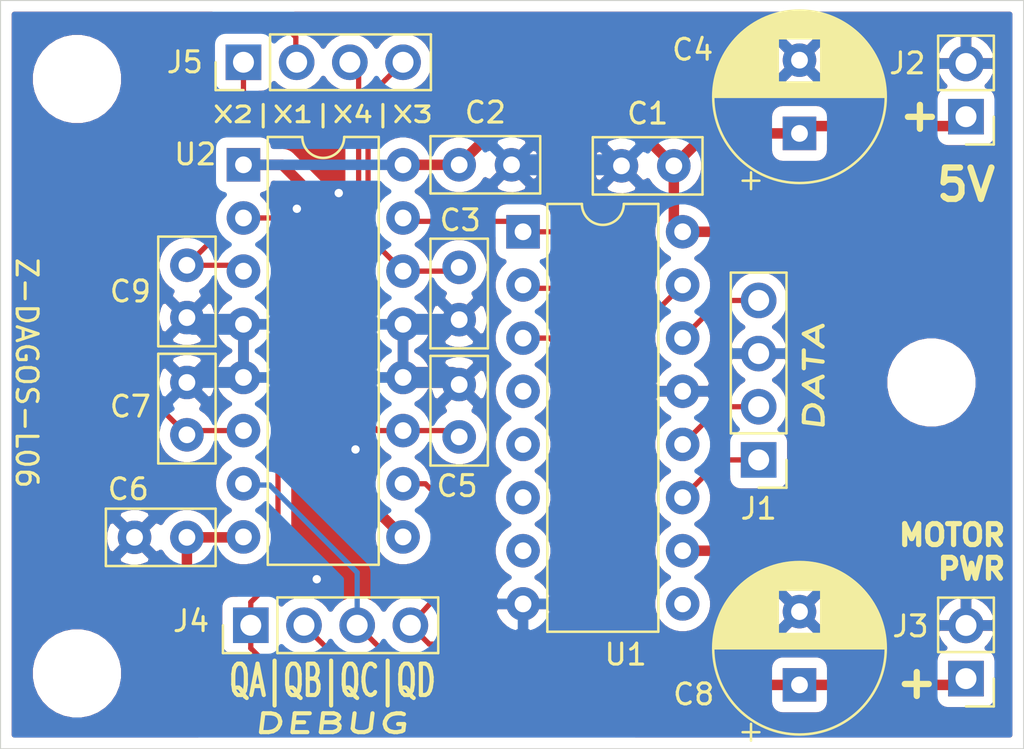
<source format=kicad_pcb>
(kicad_pcb (version 20171130) (host pcbnew "(5.1.5)-3")

  (general
    (thickness 1.6)
    (drawings 13)
    (tracks 126)
    (zones 0)
    (modules 19)
    (nets 20)
  )

  (page A4)
  (layers
    (0 F.Cu signal)
    (31 B.Cu signal)
    (32 B.Adhes user)
    (33 F.Adhes user)
    (34 B.Paste user)
    (35 F.Paste user)
    (36 B.SilkS user)
    (37 F.SilkS user)
    (38 B.Mask user)
    (39 F.Mask user)
    (40 Dwgs.User user)
    (41 Cmts.User user)
    (42 Eco1.User user)
    (43 Eco2.User user)
    (44 Edge.Cuts user)
    (45 Margin user)
    (46 B.CrtYd user)
    (47 F.CrtYd user)
    (48 B.Fab user)
    (49 F.Fab user hide)
  )

  (setup
    (last_trace_width 0.25)
    (trace_clearance 0.2)
    (zone_clearance 0.508)
    (zone_45_only no)
    (trace_min 0.2)
    (via_size 0.8)
    (via_drill 0.4)
    (via_min_size 0.4)
    (via_min_drill 0.3)
    (uvia_size 0.3)
    (uvia_drill 0.1)
    (uvias_allowed no)
    (uvia_min_size 0.2)
    (uvia_min_drill 0.1)
    (edge_width 0.05)
    (segment_width 0.2)
    (pcb_text_width 0.3)
    (pcb_text_size 1.5 1.5)
    (mod_edge_width 0.12)
    (mod_text_size 1 1)
    (mod_text_width 0.15)
    (pad_size 1.524 1.524)
    (pad_drill 0.762)
    (pad_to_mask_clearance 0.051)
    (solder_mask_min_width 0.25)
    (aux_axis_origin 0 0)
    (visible_elements 7FFFFFFF)
    (pcbplotparams
      (layerselection 0x010e0_ffffffff)
      (usegerberextensions false)
      (usegerberattributes false)
      (usegerberadvancedattributes false)
      (creategerberjobfile false)
      (excludeedgelayer true)
      (linewidth 0.100000)
      (plotframeref false)
      (viasonmask false)
      (mode 1)
      (useauxorigin false)
      (hpglpennumber 1)
      (hpglpenspeed 20)
      (hpglpendiameter 15.000000)
      (psnegative false)
      (psa4output false)
      (plotreference true)
      (plotvalue false)
      (plotinvisibletext false)
      (padsonsilk false)
      (subtractmaskfromsilk true)
      (outputformat 1)
      (mirror false)
      (drillshape 0)
      (scaleselection 1)
      (outputdirectory "gbr/"))
  )

  (net 0 "")
  (net 1 +5V)
  (net 2 GND)
  (net 3 /X1-3)
  (net 4 /X1-4)
  (net 5 Vdrive)
  (net 6 /X1-1)
  (net 7 /X1-2)
  (net 8 /SER)
  (net 9 /RCLK)
  (net 10 /SRCLK)
  (net 11 /QD)
  (net 12 /QC)
  (net 13 /QB)
  (net 14 /QA)
  (net 15 "Net-(U1-Pad7)")
  (net 16 "Net-(U1-Pad6)")
  (net 17 "Net-(U1-Pad5)")
  (net 18 "Net-(U1-Pad4)")
  (net 19 "Net-(U1-Pad9)")

  (net_class Default "This is the default net class."
    (clearance 0.2)
    (trace_width 0.25)
    (via_dia 0.8)
    (via_drill 0.4)
    (uvia_dia 0.3)
    (uvia_drill 0.1)
    (add_net /QA)
    (add_net /QB)
    (add_net /QC)
    (add_net /QD)
    (add_net /RCLK)
    (add_net /SER)
    (add_net /SRCLK)
    (add_net /X1-1)
    (add_net /X1-2)
    (add_net /X1-3)
    (add_net /X1-4)
    (add_net GND)
    (add_net "Net-(U1-Pad4)")
    (add_net "Net-(U1-Pad5)")
    (add_net "Net-(U1-Pad6)")
    (add_net "Net-(U1-Pad7)")
    (add_net "Net-(U1-Pad9)")
  )

  (net_class GND ""
    (clearance 1)
    (trace_width 0.25)
    (via_dia 0.8)
    (via_drill 0.4)
    (uvia_dia 0.3)
    (uvia_drill 0.1)
  )

  (net_class PWR ""
    (clearance 0.3)
    (trace_width 0.4)
    (via_dia 0.8)
    (via_drill 0.4)
    (uvia_dia 0.3)
    (uvia_drill 0.1)
    (add_net +5V)
    (add_net Vdrive)
  )

  (module MountingHole:MountingHole_3.2mm_M3 (layer F.Cu) (tedit 56D1B4CB) (tstamp 5EC968DB)
    (at 100.15 78.75)
    (descr "Mounting Hole 3.2mm, no annular, M3")
    (tags "mounting hole 3.2mm no annular m3")
    (attr virtual)
    (fp_text reference REF** (at 0 -4.2) (layer F.SilkS) hide
      (effects (font (size 1 1) (thickness 0.15)))
    )
    (fp_text value MountingHole_3.2mm_M3 (at 0 4.2) (layer F.Fab)
      (effects (font (size 1 1) (thickness 0.15)))
    )
    (fp_circle (center 0 0) (end 3.45 0) (layer F.CrtYd) (width 0.05))
    (fp_circle (center 0 0) (end 3.2 0) (layer Cmts.User) (width 0.15))
    (fp_text user %R (at 0.3 0) (layer F.Fab)
      (effects (font (size 1 1) (thickness 0.15)))
    )
    (pad 1 np_thru_hole circle (at 0 0) (size 3.2 3.2) (drill 3.2) (layers *.Cu *.Mask))
  )

  (module MountingHole:MountingHole_3.2mm_M3 (layer F.Cu) (tedit 56D1B4CB) (tstamp 5EC91526)
    (at 100.15 50.35)
    (descr "Mounting Hole 3.2mm, no annular, M3")
    (tags "mounting hole 3.2mm no annular m3")
    (attr virtual)
    (fp_text reference REF** (at 0 -4.2) (layer F.SilkS) hide
      (effects (font (size 1 1) (thickness 0.15)))
    )
    (fp_text value MountingHole_3.2mm_M3 (at 0 4.2) (layer F.Fab)
      (effects (font (size 1 1) (thickness 0.15)))
    )
    (fp_circle (center 0 0) (end 3.45 0) (layer F.CrtYd) (width 0.05))
    (fp_circle (center 0 0) (end 3.2 0) (layer Cmts.User) (width 0.15))
    (fp_text user %R (at 0.3 0) (layer F.Fab)
      (effects (font (size 1 1) (thickness 0.15)))
    )
    (pad 1 np_thru_hole circle (at 0 0) (size 3.2 3.2) (drill 3.2) (layers *.Cu *.Mask))
  )

  (module MountingHole:MountingHole_3.2mm_M3 (layer F.Cu) (tedit 56D1B4CB) (tstamp 5EC9181E)
    (at 140.95 64.85)
    (descr "Mounting Hole 3.2mm, no annular, M3")
    (tags "mounting hole 3.2mm no annular m3")
    (attr virtual)
    (fp_text reference REF** (at 0 -4.2) (layer F.SilkS) hide
      (effects (font (size 1 1) (thickness 0.15)))
    )
    (fp_text value MountingHole_3.2mm_M3 (at 0 4.2) (layer F.Fab)
      (effects (font (size 1 1) (thickness 0.15)))
    )
    (fp_circle (center 0 0) (end 3.45 0) (layer F.CrtYd) (width 0.05))
    (fp_circle (center 0 0) (end 3.2 0) (layer Cmts.User) (width 0.15))
    (fp_text user %R (at 0.3 0) (layer F.Fab)
      (effects (font (size 1 1) (thickness 0.15)))
    )
    (pad 1 np_thru_hole circle (at 0 0) (size 3.2 3.2) (drill 3.2) (layers *.Cu *.Mask))
  )

  (module Package_DIP:DIP-16_W7.62mm (layer F.Cu) (tedit 5A02E8C5) (tstamp 5EC9218F)
    (at 121.45 57.65)
    (descr "16-lead though-hole mounted DIP package, row spacing 7.62 mm (300 mils)")
    (tags "THT DIP DIL PDIP 2.54mm 7.62mm 300mil")
    (path /5EC7374A)
    (fp_text reference U1 (at 4.9 20.2) (layer F.SilkS)
      (effects (font (size 1 1) (thickness 0.15)))
    )
    (fp_text value 74LS595 (at 3.81 20.11) (layer F.Fab)
      (effects (font (size 1 1) (thickness 0.15)))
    )
    (fp_text user %R (at 3.81 8.89) (layer F.Fab)
      (effects (font (size 1 1) (thickness 0.15)))
    )
    (fp_line (start 8.7 -1.55) (end -1.1 -1.55) (layer F.CrtYd) (width 0.05))
    (fp_line (start 8.7 19.3) (end 8.7 -1.55) (layer F.CrtYd) (width 0.05))
    (fp_line (start -1.1 19.3) (end 8.7 19.3) (layer F.CrtYd) (width 0.05))
    (fp_line (start -1.1 -1.55) (end -1.1 19.3) (layer F.CrtYd) (width 0.05))
    (fp_line (start 6.46 -1.33) (end 4.81 -1.33) (layer F.SilkS) (width 0.12))
    (fp_line (start 6.46 19.11) (end 6.46 -1.33) (layer F.SilkS) (width 0.12))
    (fp_line (start 1.16 19.11) (end 6.46 19.11) (layer F.SilkS) (width 0.12))
    (fp_line (start 1.16 -1.33) (end 1.16 19.11) (layer F.SilkS) (width 0.12))
    (fp_line (start 2.81 -1.33) (end 1.16 -1.33) (layer F.SilkS) (width 0.12))
    (fp_line (start 0.635 -0.27) (end 1.635 -1.27) (layer F.Fab) (width 0.1))
    (fp_line (start 0.635 19.05) (end 0.635 -0.27) (layer F.Fab) (width 0.1))
    (fp_line (start 6.985 19.05) (end 0.635 19.05) (layer F.Fab) (width 0.1))
    (fp_line (start 6.985 -1.27) (end 6.985 19.05) (layer F.Fab) (width 0.1))
    (fp_line (start 1.635 -1.27) (end 6.985 -1.27) (layer F.Fab) (width 0.1))
    (fp_arc (start 3.81 -1.33) (end 2.81 -1.33) (angle -180) (layer F.SilkS) (width 0.12))
    (pad 16 thru_hole oval (at 7.62 0) (size 1.6 1.6) (drill 0.8) (layers *.Cu *.Mask)
      (net 1 +5V))
    (pad 8 thru_hole oval (at 0 17.78) (size 1.6 1.6) (drill 0.8) (layers *.Cu *.Mask)
      (net 2 GND))
    (pad 15 thru_hole oval (at 7.62 2.54) (size 1.6 1.6) (drill 0.8) (layers *.Cu *.Mask)
      (net 14 /QA))
    (pad 7 thru_hole oval (at 0 15.24) (size 1.6 1.6) (drill 0.8) (layers *.Cu *.Mask)
      (net 15 "Net-(U1-Pad7)"))
    (pad 14 thru_hole oval (at 7.62 5.08) (size 1.6 1.6) (drill 0.8) (layers *.Cu *.Mask)
      (net 8 /SER))
    (pad 6 thru_hole oval (at 0 12.7) (size 1.6 1.6) (drill 0.8) (layers *.Cu *.Mask)
      (net 16 "Net-(U1-Pad6)"))
    (pad 13 thru_hole oval (at 7.62 7.62) (size 1.6 1.6) (drill 0.8) (layers *.Cu *.Mask)
      (net 2 GND))
    (pad 5 thru_hole oval (at 0 10.16) (size 1.6 1.6) (drill 0.8) (layers *.Cu *.Mask)
      (net 17 "Net-(U1-Pad5)"))
    (pad 12 thru_hole oval (at 7.62 10.16) (size 1.6 1.6) (drill 0.8) (layers *.Cu *.Mask)
      (net 9 /RCLK))
    (pad 4 thru_hole oval (at 0 7.62) (size 1.6 1.6) (drill 0.8) (layers *.Cu *.Mask)
      (net 18 "Net-(U1-Pad4)"))
    (pad 11 thru_hole oval (at 7.62 12.7) (size 1.6 1.6) (drill 0.8) (layers *.Cu *.Mask)
      (net 10 /SRCLK))
    (pad 3 thru_hole oval (at 0 5.08) (size 1.6 1.6) (drill 0.8) (layers *.Cu *.Mask)
      (net 11 /QD))
    (pad 10 thru_hole oval (at 7.62 15.24) (size 1.6 1.6) (drill 0.8) (layers *.Cu *.Mask)
      (net 1 +5V))
    (pad 2 thru_hole oval (at 0 2.54) (size 1.6 1.6) (drill 0.8) (layers *.Cu *.Mask)
      (net 12 /QC))
    (pad 9 thru_hole oval (at 7.62 17.78) (size 1.6 1.6) (drill 0.8) (layers *.Cu *.Mask)
      (net 19 "Net-(U1-Pad9)"))
    (pad 1 thru_hole rect (at 0 0) (size 1.6 1.6) (drill 0.8) (layers *.Cu *.Mask)
      (net 13 /QB))
    (model ${KISYS3DMOD}/Package_DIP.3dshapes/DIP-16_W7.62mm.wrl
      (at (xyz 0 0 0))
      (scale (xyz 1 1 1))
      (rotate (xyz 0 0 0))
    )
  )

  (module Package_DIP:DIP-16_W7.62mm (layer F.Cu) (tedit 5A02E8C5) (tstamp 5EC92075)
    (at 108.1 54.45)
    (descr "16-lead though-hole mounted DIP package, row spacing 7.62 mm (300 mils)")
    (tags "THT DIP DIL PDIP 2.54mm 7.62mm 300mil")
    (path /5EC745E4)
    (fp_text reference U2 (at -2.3 -0.5) (layer F.SilkS)
      (effects (font (size 1 1) (thickness 0.15)))
    )
    (fp_text value L293 (at 3.81 20.11) (layer F.Fab)
      (effects (font (size 1 1) (thickness 0.15)))
    )
    (fp_text user %R (at 3.81 8.89) (layer F.Fab)
      (effects (font (size 1 1) (thickness 0.15)))
    )
    (fp_line (start 8.7 -1.55) (end -1.1 -1.55) (layer F.CrtYd) (width 0.05))
    (fp_line (start 8.7 19.3) (end 8.7 -1.55) (layer F.CrtYd) (width 0.05))
    (fp_line (start -1.1 19.3) (end 8.7 19.3) (layer F.CrtYd) (width 0.05))
    (fp_line (start -1.1 -1.55) (end -1.1 19.3) (layer F.CrtYd) (width 0.05))
    (fp_line (start 6.46 -1.33) (end 4.81 -1.33) (layer F.SilkS) (width 0.12))
    (fp_line (start 6.46 19.11) (end 6.46 -1.33) (layer F.SilkS) (width 0.12))
    (fp_line (start 1.16 19.11) (end 6.46 19.11) (layer F.SilkS) (width 0.12))
    (fp_line (start 1.16 -1.33) (end 1.16 19.11) (layer F.SilkS) (width 0.12))
    (fp_line (start 2.81 -1.33) (end 1.16 -1.33) (layer F.SilkS) (width 0.12))
    (fp_line (start 0.635 -0.27) (end 1.635 -1.27) (layer F.Fab) (width 0.1))
    (fp_line (start 0.635 19.05) (end 0.635 -0.27) (layer F.Fab) (width 0.1))
    (fp_line (start 6.985 19.05) (end 0.635 19.05) (layer F.Fab) (width 0.1))
    (fp_line (start 6.985 -1.27) (end 6.985 19.05) (layer F.Fab) (width 0.1))
    (fp_line (start 1.635 -1.27) (end 6.985 -1.27) (layer F.Fab) (width 0.1))
    (fp_arc (start 3.81 -1.33) (end 2.81 -1.33) (angle -180) (layer F.SilkS) (width 0.12))
    (pad 16 thru_hole oval (at 7.62 0) (size 1.6 1.6) (drill 0.8) (layers *.Cu *.Mask)
      (net 1 +5V))
    (pad 8 thru_hole oval (at 0 17.78) (size 1.6 1.6) (drill 0.8) (layers *.Cu *.Mask)
      (net 5 Vdrive))
    (pad 15 thru_hole oval (at 7.62 2.54) (size 1.6 1.6) (drill 0.8) (layers *.Cu *.Mask)
      (net 13 /QB))
    (pad 7 thru_hole oval (at 0 15.24) (size 1.6 1.6) (drill 0.8) (layers *.Cu *.Mask)
      (net 12 /QC))
    (pad 14 thru_hole oval (at 7.62 5.08) (size 1.6 1.6) (drill 0.8) (layers *.Cu *.Mask)
      (net 3 /X1-3))
    (pad 6 thru_hole oval (at 0 12.7) (size 1.6 1.6) (drill 0.8) (layers *.Cu *.Mask)
      (net 6 /X1-1))
    (pad 13 thru_hole oval (at 7.62 7.62) (size 1.6 1.6) (drill 0.8) (layers *.Cu *.Mask)
      (net 2 GND))
    (pad 5 thru_hole oval (at 0 10.16) (size 1.6 1.6) (drill 0.8) (layers *.Cu *.Mask)
      (net 2 GND))
    (pad 12 thru_hole oval (at 7.62 10.16) (size 1.6 1.6) (drill 0.8) (layers *.Cu *.Mask)
      (net 2 GND))
    (pad 4 thru_hole oval (at 0 7.62) (size 1.6 1.6) (drill 0.8) (layers *.Cu *.Mask)
      (net 2 GND))
    (pad 11 thru_hole oval (at 7.62 12.7) (size 1.6 1.6) (drill 0.8) (layers *.Cu *.Mask)
      (net 4 /X1-4))
    (pad 3 thru_hole oval (at 0 5.08) (size 1.6 1.6) (drill 0.8) (layers *.Cu *.Mask)
      (net 7 /X1-2))
    (pad 10 thru_hole oval (at 7.62 15.24) (size 1.6 1.6) (drill 0.8) (layers *.Cu *.Mask)
      (net 11 /QD))
    (pad 2 thru_hole oval (at 0 2.54) (size 1.6 1.6) (drill 0.8) (layers *.Cu *.Mask)
      (net 14 /QA))
    (pad 9 thru_hole oval (at 7.62 17.78) (size 1.6 1.6) (drill 0.8) (layers *.Cu *.Mask)
      (net 1 +5V))
    (pad 1 thru_hole rect (at 0 0) (size 1.6 1.6) (drill 0.8) (layers *.Cu *.Mask)
      (net 1 +5V))
    (model ${KISYS3DMOD}/Package_DIP.3dshapes/DIP-16_W7.62mm.wrl
      (at (xyz 0 0 0))
      (scale (xyz 1 1 1))
      (rotate (xyz 0 0 0))
    )
  )

  (module Connector_PinHeader_2.54mm:PinHeader_1x04_P2.54mm_Vertical (layer F.Cu) (tedit 59FED5CC) (tstamp 5EC9213E)
    (at 108.1 49.55 90)
    (descr "Through hole straight pin header, 1x04, 2.54mm pitch, single row")
    (tags "Through hole pin header THT 1x04 2.54mm single row")
    (path /5ECB9668)
    (fp_text reference J5 (at 0 -2.8 180) (layer F.SilkS)
      (effects (font (size 1 1) (thickness 0.15)))
    )
    (fp_text value Out (at 0 9.95 90) (layer F.Fab)
      (effects (font (size 1 1) (thickness 0.15)))
    )
    (fp_text user %R (at 0 3.81) (layer F.Fab)
      (effects (font (size 1 1) (thickness 0.15)))
    )
    (fp_line (start 1.8 -1.8) (end -1.8 -1.8) (layer F.CrtYd) (width 0.05))
    (fp_line (start 1.8 9.4) (end 1.8 -1.8) (layer F.CrtYd) (width 0.05))
    (fp_line (start -1.8 9.4) (end 1.8 9.4) (layer F.CrtYd) (width 0.05))
    (fp_line (start -1.8 -1.8) (end -1.8 9.4) (layer F.CrtYd) (width 0.05))
    (fp_line (start -1.33 -1.33) (end 0 -1.33) (layer F.SilkS) (width 0.12))
    (fp_line (start -1.33 0) (end -1.33 -1.33) (layer F.SilkS) (width 0.12))
    (fp_line (start -1.33 1.27) (end 1.33 1.27) (layer F.SilkS) (width 0.12))
    (fp_line (start 1.33 1.27) (end 1.33 8.95) (layer F.SilkS) (width 0.12))
    (fp_line (start -1.33 1.27) (end -1.33 8.95) (layer F.SilkS) (width 0.12))
    (fp_line (start -1.33 8.95) (end 1.33 8.95) (layer F.SilkS) (width 0.12))
    (fp_line (start -1.27 -0.635) (end -0.635 -1.27) (layer F.Fab) (width 0.1))
    (fp_line (start -1.27 8.89) (end -1.27 -0.635) (layer F.Fab) (width 0.1))
    (fp_line (start 1.27 8.89) (end -1.27 8.89) (layer F.Fab) (width 0.1))
    (fp_line (start 1.27 -1.27) (end 1.27 8.89) (layer F.Fab) (width 0.1))
    (fp_line (start -0.635 -1.27) (end 1.27 -1.27) (layer F.Fab) (width 0.1))
    (pad 4 thru_hole oval (at 0 7.62 90) (size 1.7 1.7) (drill 1) (layers *.Cu *.Mask)
      (net 3 /X1-3))
    (pad 3 thru_hole oval (at 0 5.08 90) (size 1.7 1.7) (drill 1) (layers *.Cu *.Mask)
      (net 4 /X1-4))
    (pad 2 thru_hole oval (at 0 2.54 90) (size 1.7 1.7) (drill 1) (layers *.Cu *.Mask)
      (net 6 /X1-1))
    (pad 1 thru_hole rect (at 0 0 90) (size 1.7 1.7) (drill 1) (layers *.Cu *.Mask)
      (net 7 /X1-2))
    (model ${KISYS3DMOD}/Connector_PinHeader_2.54mm.3dshapes/PinHeader_1x04_P2.54mm_Vertical.wrl
      (at (xyz 0 0 0))
      (scale (xyz 1 1 1))
      (rotate (xyz 0 0 0))
    )
  )

  (module Connector_PinHeader_2.54mm:PinHeader_1x04_P2.54mm_Vertical (layer F.Cu) (tedit 59FED5CC) (tstamp 5EC91FEE)
    (at 108.45 76.45 90)
    (descr "Through hole straight pin header, 1x04, 2.54mm pitch, single row")
    (tags "Through hole pin header THT 1x04 2.54mm single row")
    (path /5EC860E0)
    (fp_text reference J4 (at 0.2 -2.85 180) (layer F.SilkS)
      (effects (font (size 1 1) (thickness 0.15)))
    )
    (fp_text value Dbug (at 0 9.95 90) (layer F.Fab)
      (effects (font (size 1 1) (thickness 0.15)))
    )
    (fp_text user %R (at 0 3.81) (layer F.Fab)
      (effects (font (size 1 1) (thickness 0.15)))
    )
    (fp_line (start 1.8 -1.8) (end -1.8 -1.8) (layer F.CrtYd) (width 0.05))
    (fp_line (start 1.8 9.4) (end 1.8 -1.8) (layer F.CrtYd) (width 0.05))
    (fp_line (start -1.8 9.4) (end 1.8 9.4) (layer F.CrtYd) (width 0.05))
    (fp_line (start -1.8 -1.8) (end -1.8 9.4) (layer F.CrtYd) (width 0.05))
    (fp_line (start -1.33 -1.33) (end 0 -1.33) (layer F.SilkS) (width 0.12))
    (fp_line (start -1.33 0) (end -1.33 -1.33) (layer F.SilkS) (width 0.12))
    (fp_line (start -1.33 1.27) (end 1.33 1.27) (layer F.SilkS) (width 0.12))
    (fp_line (start 1.33 1.27) (end 1.33 8.95) (layer F.SilkS) (width 0.12))
    (fp_line (start -1.33 1.27) (end -1.33 8.95) (layer F.SilkS) (width 0.12))
    (fp_line (start -1.33 8.95) (end 1.33 8.95) (layer F.SilkS) (width 0.12))
    (fp_line (start -1.27 -0.635) (end -0.635 -1.27) (layer F.Fab) (width 0.1))
    (fp_line (start -1.27 8.89) (end -1.27 -0.635) (layer F.Fab) (width 0.1))
    (fp_line (start 1.27 8.89) (end -1.27 8.89) (layer F.Fab) (width 0.1))
    (fp_line (start 1.27 -1.27) (end 1.27 8.89) (layer F.Fab) (width 0.1))
    (fp_line (start -0.635 -1.27) (end 1.27 -1.27) (layer F.Fab) (width 0.1))
    (pad 4 thru_hole oval (at 0 7.62 90) (size 1.7 1.7) (drill 1) (layers *.Cu *.Mask)
      (net 11 /QD))
    (pad 3 thru_hole oval (at 0 5.08 90) (size 1.7 1.7) (drill 1) (layers *.Cu *.Mask)
      (net 12 /QC))
    (pad 2 thru_hole oval (at 0 2.54 90) (size 1.7 1.7) (drill 1) (layers *.Cu *.Mask)
      (net 13 /QB))
    (pad 1 thru_hole rect (at 0 0 90) (size 1.7 1.7) (drill 1) (layers *.Cu *.Mask)
      (net 14 /QA))
    (model ${KISYS3DMOD}/Connector_PinHeader_2.54mm.3dshapes/PinHeader_1x04_P2.54mm_Vertical.wrl
      (at (xyz 0 0 0))
      (scale (xyz 1 1 1))
      (rotate (xyz 0 0 0))
    )
  )

  (module Connector_PinHeader_2.54mm:PinHeader_1x02_P2.54mm_Vertical (layer F.Cu) (tedit 59FED5CC) (tstamp 5EC93A06)
    (at 142.6 79 180)
    (descr "Through hole straight pin header, 1x02, 2.54mm pitch, single row")
    (tags "Through hole pin header THT 1x02 2.54mm single row")
    (path /5ECE3258)
    (fp_text reference J3 (at 2.65 2.5) (layer F.SilkS)
      (effects (font (size 1 1) (thickness 0.15)))
    )
    (fp_text value "+V Motor" (at 0 4.87) (layer F.Fab)
      (effects (font (size 1 1) (thickness 0.15)))
    )
    (fp_text user %R (at 0 1.27 90) (layer F.Fab)
      (effects (font (size 1 1) (thickness 0.15)))
    )
    (fp_line (start 1.8 -1.8) (end -1.8 -1.8) (layer F.CrtYd) (width 0.05))
    (fp_line (start 1.8 4.35) (end 1.8 -1.8) (layer F.CrtYd) (width 0.05))
    (fp_line (start -1.8 4.35) (end 1.8 4.35) (layer F.CrtYd) (width 0.05))
    (fp_line (start -1.8 -1.8) (end -1.8 4.35) (layer F.CrtYd) (width 0.05))
    (fp_line (start -1.33 -1.33) (end 0 -1.33) (layer F.SilkS) (width 0.12))
    (fp_line (start -1.33 0) (end -1.33 -1.33) (layer F.SilkS) (width 0.12))
    (fp_line (start -1.33 1.27) (end 1.33 1.27) (layer F.SilkS) (width 0.12))
    (fp_line (start 1.33 1.27) (end 1.33 3.87) (layer F.SilkS) (width 0.12))
    (fp_line (start -1.33 1.27) (end -1.33 3.87) (layer F.SilkS) (width 0.12))
    (fp_line (start -1.33 3.87) (end 1.33 3.87) (layer F.SilkS) (width 0.12))
    (fp_line (start -1.27 -0.635) (end -0.635 -1.27) (layer F.Fab) (width 0.1))
    (fp_line (start -1.27 3.81) (end -1.27 -0.635) (layer F.Fab) (width 0.1))
    (fp_line (start 1.27 3.81) (end -1.27 3.81) (layer F.Fab) (width 0.1))
    (fp_line (start 1.27 -1.27) (end 1.27 3.81) (layer F.Fab) (width 0.1))
    (fp_line (start -0.635 -1.27) (end 1.27 -1.27) (layer F.Fab) (width 0.1))
    (pad 2 thru_hole oval (at 0 2.54 180) (size 1.7 1.7) (drill 1) (layers *.Cu *.Mask)
      (net 2 GND))
    (pad 1 thru_hole rect (at 0 0 180) (size 1.7 1.7) (drill 1) (layers *.Cu *.Mask)
      (net 5 Vdrive))
    (model ${KISYS3DMOD}/Connector_PinHeader_2.54mm.3dshapes/PinHeader_1x02_P2.54mm_Vertical.wrl
      (at (xyz 0 0 0))
      (scale (xyz 1 1 1))
      (rotate (xyz 0 0 0))
    )
  )

  (module Connector_PinHeader_2.54mm:PinHeader_1x02_P2.54mm_Vertical (layer F.Cu) (tedit 59FED5CC) (tstamp 5EC8B306)
    (at 142.6 52.15 180)
    (descr "Through hole straight pin header, 1x02, 2.54mm pitch, single row")
    (tags "Through hole pin header THT 1x02 2.54mm single row")
    (path /5ECE27DB)
    (fp_text reference J2 (at 2.8 2.55) (layer F.SilkS)
      (effects (font (size 1 1) (thickness 0.15)))
    )
    (fp_text value "+5V IN" (at 0 4.87) (layer F.Fab)
      (effects (font (size 1 1) (thickness 0.15)))
    )
    (fp_text user %R (at 0 1.27 90) (layer F.Fab)
      (effects (font (size 1 1) (thickness 0.15)))
    )
    (fp_line (start 1.8 -1.8) (end -1.8 -1.8) (layer F.CrtYd) (width 0.05))
    (fp_line (start 1.8 4.35) (end 1.8 -1.8) (layer F.CrtYd) (width 0.05))
    (fp_line (start -1.8 4.35) (end 1.8 4.35) (layer F.CrtYd) (width 0.05))
    (fp_line (start -1.8 -1.8) (end -1.8 4.35) (layer F.CrtYd) (width 0.05))
    (fp_line (start -1.33 -1.33) (end 0 -1.33) (layer F.SilkS) (width 0.12))
    (fp_line (start -1.33 0) (end -1.33 -1.33) (layer F.SilkS) (width 0.12))
    (fp_line (start -1.33 1.27) (end 1.33 1.27) (layer F.SilkS) (width 0.12))
    (fp_line (start 1.33 1.27) (end 1.33 3.87) (layer F.SilkS) (width 0.12))
    (fp_line (start -1.33 1.27) (end -1.33 3.87) (layer F.SilkS) (width 0.12))
    (fp_line (start -1.33 3.87) (end 1.33 3.87) (layer F.SilkS) (width 0.12))
    (fp_line (start -1.27 -0.635) (end -0.635 -1.27) (layer F.Fab) (width 0.1))
    (fp_line (start -1.27 3.81) (end -1.27 -0.635) (layer F.Fab) (width 0.1))
    (fp_line (start 1.27 3.81) (end -1.27 3.81) (layer F.Fab) (width 0.1))
    (fp_line (start 1.27 -1.27) (end 1.27 3.81) (layer F.Fab) (width 0.1))
    (fp_line (start -0.635 -1.27) (end 1.27 -1.27) (layer F.Fab) (width 0.1))
    (pad 2 thru_hole oval (at 0 2.54 180) (size 1.7 1.7) (drill 1) (layers *.Cu *.Mask)
      (net 2 GND))
    (pad 1 thru_hole rect (at 0 0 180) (size 1.7 1.7) (drill 1) (layers *.Cu *.Mask)
      (net 1 +5V))
    (model ${KISYS3DMOD}/Connector_PinHeader_2.54mm.3dshapes/PinHeader_1x02_P2.54mm_Vertical.wrl
      (at (xyz 0 0 0))
      (scale (xyz 1 1 1))
      (rotate (xyz 0 0 0))
    )
  )

  (module Connector_PinHeader_2.54mm:PinHeader_1x04_P2.54mm_Vertical (layer F.Cu) (tedit 59FED5CC) (tstamp 5EC92222)
    (at 132.7 68.55 180)
    (descr "Through hole straight pin header, 1x04, 2.54mm pitch, single row")
    (tags "Through hole pin header THT 1x04 2.54mm single row")
    (path /5EC7A9CD)
    (fp_text reference J1 (at 0 -2.33) (layer F.SilkS)
      (effects (font (size 1 1) (thickness 0.15)))
    )
    (fp_text value Data (at 0 9.95) (layer F.Fab)
      (effects (font (size 1 1) (thickness 0.15)))
    )
    (fp_text user %R (at 0 3.81 90) (layer F.Fab)
      (effects (font (size 1 1) (thickness 0.15)))
    )
    (fp_line (start 1.8 -1.8) (end -1.8 -1.8) (layer F.CrtYd) (width 0.05))
    (fp_line (start 1.8 9.4) (end 1.8 -1.8) (layer F.CrtYd) (width 0.05))
    (fp_line (start -1.8 9.4) (end 1.8 9.4) (layer F.CrtYd) (width 0.05))
    (fp_line (start -1.8 -1.8) (end -1.8 9.4) (layer F.CrtYd) (width 0.05))
    (fp_line (start -1.33 -1.33) (end 0 -1.33) (layer F.SilkS) (width 0.12))
    (fp_line (start -1.33 0) (end -1.33 -1.33) (layer F.SilkS) (width 0.12))
    (fp_line (start -1.33 1.27) (end 1.33 1.27) (layer F.SilkS) (width 0.12))
    (fp_line (start 1.33 1.27) (end 1.33 8.95) (layer F.SilkS) (width 0.12))
    (fp_line (start -1.33 1.27) (end -1.33 8.95) (layer F.SilkS) (width 0.12))
    (fp_line (start -1.33 8.95) (end 1.33 8.95) (layer F.SilkS) (width 0.12))
    (fp_line (start -1.27 -0.635) (end -0.635 -1.27) (layer F.Fab) (width 0.1))
    (fp_line (start -1.27 8.89) (end -1.27 -0.635) (layer F.Fab) (width 0.1))
    (fp_line (start 1.27 8.89) (end -1.27 8.89) (layer F.Fab) (width 0.1))
    (fp_line (start 1.27 -1.27) (end 1.27 8.89) (layer F.Fab) (width 0.1))
    (fp_line (start -0.635 -1.27) (end 1.27 -1.27) (layer F.Fab) (width 0.1))
    (pad 4 thru_hole oval (at 0 7.62 180) (size 1.7 1.7) (drill 1) (layers *.Cu *.Mask)
      (net 8 /SER))
    (pad 3 thru_hole oval (at 0 5.08 180) (size 1.7 1.7) (drill 1) (layers *.Cu *.Mask)
      (net 2 GND))
    (pad 2 thru_hole oval (at 0 2.54 180) (size 1.7 1.7) (drill 1) (layers *.Cu *.Mask)
      (net 9 /RCLK))
    (pad 1 thru_hole rect (at 0 0 180) (size 1.7 1.7) (drill 1) (layers *.Cu *.Mask)
      (net 10 /SRCLK))
    (model ${KISYS3DMOD}/Connector_PinHeader_2.54mm.3dshapes/PinHeader_1x04_P2.54mm_Vertical.wrl
      (at (xyz 0 0 0))
      (scale (xyz 1 1 1))
      (rotate (xyz 0 0 0))
    )
  )

  (module Capacitor_THT:C_Disc_D5.0mm_W2.5mm_P2.50mm (layer F.Cu) (tedit 5AE50EF0) (tstamp 5EC920CD)
    (at 105.4 59.25 270)
    (descr "C, Disc series, Radial, pin pitch=2.50mm, , diameter*width=5*2.5mm^2, Capacitor, http://cdn-reichelt.de/documents/datenblatt/B300/DS_KERKO_TC.pdf")
    (tags "C Disc series Radial pin pitch 2.50mm  diameter 5mm width 2.5mm Capacitor")
    (path /5ECC98A6)
    (fp_text reference C9 (at 1.25 2.7 180) (layer F.SilkS)
      (effects (font (size 1 1) (thickness 0.15)))
    )
    (fp_text value 0.1uF (at 1.25 2.5 90) (layer F.Fab)
      (effects (font (size 1 1) (thickness 0.15)))
    )
    (fp_text user %R (at 1.25 0 90) (layer F.Fab)
      (effects (font (size 1 1) (thickness 0.15)))
    )
    (fp_line (start 4 -1.5) (end -1.5 -1.5) (layer F.CrtYd) (width 0.05))
    (fp_line (start 4 1.5) (end 4 -1.5) (layer F.CrtYd) (width 0.05))
    (fp_line (start -1.5 1.5) (end 4 1.5) (layer F.CrtYd) (width 0.05))
    (fp_line (start -1.5 -1.5) (end -1.5 1.5) (layer F.CrtYd) (width 0.05))
    (fp_line (start 3.87 -1.37) (end 3.87 1.37) (layer F.SilkS) (width 0.12))
    (fp_line (start -1.37 -1.37) (end -1.37 1.37) (layer F.SilkS) (width 0.12))
    (fp_line (start -1.37 1.37) (end 3.87 1.37) (layer F.SilkS) (width 0.12))
    (fp_line (start -1.37 -1.37) (end 3.87 -1.37) (layer F.SilkS) (width 0.12))
    (fp_line (start 3.75 -1.25) (end -1.25 -1.25) (layer F.Fab) (width 0.1))
    (fp_line (start 3.75 1.25) (end 3.75 -1.25) (layer F.Fab) (width 0.1))
    (fp_line (start -1.25 1.25) (end 3.75 1.25) (layer F.Fab) (width 0.1))
    (fp_line (start -1.25 -1.25) (end -1.25 1.25) (layer F.Fab) (width 0.1))
    (pad 2 thru_hole circle (at 2.5 0 270) (size 1.6 1.6) (drill 0.8) (layers *.Cu *.Mask)
      (net 2 GND))
    (pad 1 thru_hole circle (at 0 0 270) (size 1.6 1.6) (drill 0.8) (layers *.Cu *.Mask)
      (net 7 /X1-2))
    (model ${KISYS3DMOD}/Capacitor_THT.3dshapes/C_Disc_D5.0mm_W2.5mm_P2.50mm.wrl
      (at (xyz 0 0 0))
      (scale (xyz 1 1 1))
      (rotate (xyz 0 0 0))
    )
  )

  (module Capacitor_THT:CP_Radial_D8.0mm_P3.50mm (layer F.Cu) (tedit 5AE50EF0) (tstamp 5EC963C7)
    (at 134.65 79.3 90)
    (descr "CP, Radial series, Radial, pin pitch=3.50mm, , diameter=8mm, Electrolytic Capacitor")
    (tags "CP Radial series Radial pin pitch 3.50mm  diameter 8mm Electrolytic Capacitor")
    (path /5ECB4622)
    (fp_text reference C8 (at -0.45 -5.05 180) (layer F.SilkS)
      (effects (font (size 1 1) (thickness 0.15)))
    )
    (fp_text value 100uF (at 1.75 5.25 90) (layer F.Fab)
      (effects (font (size 1 1) (thickness 0.15)))
    )
    (fp_text user %R (at 1.75 0 90) (layer F.Fab)
      (effects (font (size 1 1) (thickness 0.15)))
    )
    (fp_line (start -2.259698 -2.715) (end -2.259698 -1.915) (layer F.SilkS) (width 0.12))
    (fp_line (start -2.659698 -2.315) (end -1.859698 -2.315) (layer F.SilkS) (width 0.12))
    (fp_line (start 5.831 -0.533) (end 5.831 0.533) (layer F.SilkS) (width 0.12))
    (fp_line (start 5.791 -0.768) (end 5.791 0.768) (layer F.SilkS) (width 0.12))
    (fp_line (start 5.751 -0.948) (end 5.751 0.948) (layer F.SilkS) (width 0.12))
    (fp_line (start 5.711 -1.098) (end 5.711 1.098) (layer F.SilkS) (width 0.12))
    (fp_line (start 5.671 -1.229) (end 5.671 1.229) (layer F.SilkS) (width 0.12))
    (fp_line (start 5.631 -1.346) (end 5.631 1.346) (layer F.SilkS) (width 0.12))
    (fp_line (start 5.591 -1.453) (end 5.591 1.453) (layer F.SilkS) (width 0.12))
    (fp_line (start 5.551 -1.552) (end 5.551 1.552) (layer F.SilkS) (width 0.12))
    (fp_line (start 5.511 -1.645) (end 5.511 1.645) (layer F.SilkS) (width 0.12))
    (fp_line (start 5.471 -1.731) (end 5.471 1.731) (layer F.SilkS) (width 0.12))
    (fp_line (start 5.431 -1.813) (end 5.431 1.813) (layer F.SilkS) (width 0.12))
    (fp_line (start 5.391 -1.89) (end 5.391 1.89) (layer F.SilkS) (width 0.12))
    (fp_line (start 5.351 -1.964) (end 5.351 1.964) (layer F.SilkS) (width 0.12))
    (fp_line (start 5.311 -2.034) (end 5.311 2.034) (layer F.SilkS) (width 0.12))
    (fp_line (start 5.271 -2.102) (end 5.271 2.102) (layer F.SilkS) (width 0.12))
    (fp_line (start 5.231 -2.166) (end 5.231 2.166) (layer F.SilkS) (width 0.12))
    (fp_line (start 5.191 -2.228) (end 5.191 2.228) (layer F.SilkS) (width 0.12))
    (fp_line (start 5.151 -2.287) (end 5.151 2.287) (layer F.SilkS) (width 0.12))
    (fp_line (start 5.111 -2.345) (end 5.111 2.345) (layer F.SilkS) (width 0.12))
    (fp_line (start 5.071 -2.4) (end 5.071 2.4) (layer F.SilkS) (width 0.12))
    (fp_line (start 5.031 -2.454) (end 5.031 2.454) (layer F.SilkS) (width 0.12))
    (fp_line (start 4.991 -2.505) (end 4.991 2.505) (layer F.SilkS) (width 0.12))
    (fp_line (start 4.951 -2.556) (end 4.951 2.556) (layer F.SilkS) (width 0.12))
    (fp_line (start 4.911 -2.604) (end 4.911 2.604) (layer F.SilkS) (width 0.12))
    (fp_line (start 4.871 -2.651) (end 4.871 2.651) (layer F.SilkS) (width 0.12))
    (fp_line (start 4.831 -2.697) (end 4.831 2.697) (layer F.SilkS) (width 0.12))
    (fp_line (start 4.791 -2.741) (end 4.791 2.741) (layer F.SilkS) (width 0.12))
    (fp_line (start 4.751 -2.784) (end 4.751 2.784) (layer F.SilkS) (width 0.12))
    (fp_line (start 4.711 -2.826) (end 4.711 2.826) (layer F.SilkS) (width 0.12))
    (fp_line (start 4.671 -2.867) (end 4.671 2.867) (layer F.SilkS) (width 0.12))
    (fp_line (start 4.631 -2.907) (end 4.631 2.907) (layer F.SilkS) (width 0.12))
    (fp_line (start 4.591 -2.945) (end 4.591 2.945) (layer F.SilkS) (width 0.12))
    (fp_line (start 4.551 -2.983) (end 4.551 2.983) (layer F.SilkS) (width 0.12))
    (fp_line (start 4.511 1.04) (end 4.511 3.019) (layer F.SilkS) (width 0.12))
    (fp_line (start 4.511 -3.019) (end 4.511 -1.04) (layer F.SilkS) (width 0.12))
    (fp_line (start 4.471 1.04) (end 4.471 3.055) (layer F.SilkS) (width 0.12))
    (fp_line (start 4.471 -3.055) (end 4.471 -1.04) (layer F.SilkS) (width 0.12))
    (fp_line (start 4.431 1.04) (end 4.431 3.09) (layer F.SilkS) (width 0.12))
    (fp_line (start 4.431 -3.09) (end 4.431 -1.04) (layer F.SilkS) (width 0.12))
    (fp_line (start 4.391 1.04) (end 4.391 3.124) (layer F.SilkS) (width 0.12))
    (fp_line (start 4.391 -3.124) (end 4.391 -1.04) (layer F.SilkS) (width 0.12))
    (fp_line (start 4.351 1.04) (end 4.351 3.156) (layer F.SilkS) (width 0.12))
    (fp_line (start 4.351 -3.156) (end 4.351 -1.04) (layer F.SilkS) (width 0.12))
    (fp_line (start 4.311 1.04) (end 4.311 3.189) (layer F.SilkS) (width 0.12))
    (fp_line (start 4.311 -3.189) (end 4.311 -1.04) (layer F.SilkS) (width 0.12))
    (fp_line (start 4.271 1.04) (end 4.271 3.22) (layer F.SilkS) (width 0.12))
    (fp_line (start 4.271 -3.22) (end 4.271 -1.04) (layer F.SilkS) (width 0.12))
    (fp_line (start 4.231 1.04) (end 4.231 3.25) (layer F.SilkS) (width 0.12))
    (fp_line (start 4.231 -3.25) (end 4.231 -1.04) (layer F.SilkS) (width 0.12))
    (fp_line (start 4.191 1.04) (end 4.191 3.28) (layer F.SilkS) (width 0.12))
    (fp_line (start 4.191 -3.28) (end 4.191 -1.04) (layer F.SilkS) (width 0.12))
    (fp_line (start 4.151 1.04) (end 4.151 3.309) (layer F.SilkS) (width 0.12))
    (fp_line (start 4.151 -3.309) (end 4.151 -1.04) (layer F.SilkS) (width 0.12))
    (fp_line (start 4.111 1.04) (end 4.111 3.338) (layer F.SilkS) (width 0.12))
    (fp_line (start 4.111 -3.338) (end 4.111 -1.04) (layer F.SilkS) (width 0.12))
    (fp_line (start 4.071 1.04) (end 4.071 3.365) (layer F.SilkS) (width 0.12))
    (fp_line (start 4.071 -3.365) (end 4.071 -1.04) (layer F.SilkS) (width 0.12))
    (fp_line (start 4.031 1.04) (end 4.031 3.392) (layer F.SilkS) (width 0.12))
    (fp_line (start 4.031 -3.392) (end 4.031 -1.04) (layer F.SilkS) (width 0.12))
    (fp_line (start 3.991 1.04) (end 3.991 3.418) (layer F.SilkS) (width 0.12))
    (fp_line (start 3.991 -3.418) (end 3.991 -1.04) (layer F.SilkS) (width 0.12))
    (fp_line (start 3.951 1.04) (end 3.951 3.444) (layer F.SilkS) (width 0.12))
    (fp_line (start 3.951 -3.444) (end 3.951 -1.04) (layer F.SilkS) (width 0.12))
    (fp_line (start 3.911 1.04) (end 3.911 3.469) (layer F.SilkS) (width 0.12))
    (fp_line (start 3.911 -3.469) (end 3.911 -1.04) (layer F.SilkS) (width 0.12))
    (fp_line (start 3.871 1.04) (end 3.871 3.493) (layer F.SilkS) (width 0.12))
    (fp_line (start 3.871 -3.493) (end 3.871 -1.04) (layer F.SilkS) (width 0.12))
    (fp_line (start 3.831 1.04) (end 3.831 3.517) (layer F.SilkS) (width 0.12))
    (fp_line (start 3.831 -3.517) (end 3.831 -1.04) (layer F.SilkS) (width 0.12))
    (fp_line (start 3.791 1.04) (end 3.791 3.54) (layer F.SilkS) (width 0.12))
    (fp_line (start 3.791 -3.54) (end 3.791 -1.04) (layer F.SilkS) (width 0.12))
    (fp_line (start 3.751 1.04) (end 3.751 3.562) (layer F.SilkS) (width 0.12))
    (fp_line (start 3.751 -3.562) (end 3.751 -1.04) (layer F.SilkS) (width 0.12))
    (fp_line (start 3.711 1.04) (end 3.711 3.584) (layer F.SilkS) (width 0.12))
    (fp_line (start 3.711 -3.584) (end 3.711 -1.04) (layer F.SilkS) (width 0.12))
    (fp_line (start 3.671 1.04) (end 3.671 3.606) (layer F.SilkS) (width 0.12))
    (fp_line (start 3.671 -3.606) (end 3.671 -1.04) (layer F.SilkS) (width 0.12))
    (fp_line (start 3.631 1.04) (end 3.631 3.627) (layer F.SilkS) (width 0.12))
    (fp_line (start 3.631 -3.627) (end 3.631 -1.04) (layer F.SilkS) (width 0.12))
    (fp_line (start 3.591 1.04) (end 3.591 3.647) (layer F.SilkS) (width 0.12))
    (fp_line (start 3.591 -3.647) (end 3.591 -1.04) (layer F.SilkS) (width 0.12))
    (fp_line (start 3.551 1.04) (end 3.551 3.666) (layer F.SilkS) (width 0.12))
    (fp_line (start 3.551 -3.666) (end 3.551 -1.04) (layer F.SilkS) (width 0.12))
    (fp_line (start 3.511 1.04) (end 3.511 3.686) (layer F.SilkS) (width 0.12))
    (fp_line (start 3.511 -3.686) (end 3.511 -1.04) (layer F.SilkS) (width 0.12))
    (fp_line (start 3.471 1.04) (end 3.471 3.704) (layer F.SilkS) (width 0.12))
    (fp_line (start 3.471 -3.704) (end 3.471 -1.04) (layer F.SilkS) (width 0.12))
    (fp_line (start 3.431 1.04) (end 3.431 3.722) (layer F.SilkS) (width 0.12))
    (fp_line (start 3.431 -3.722) (end 3.431 -1.04) (layer F.SilkS) (width 0.12))
    (fp_line (start 3.391 1.04) (end 3.391 3.74) (layer F.SilkS) (width 0.12))
    (fp_line (start 3.391 -3.74) (end 3.391 -1.04) (layer F.SilkS) (width 0.12))
    (fp_line (start 3.351 1.04) (end 3.351 3.757) (layer F.SilkS) (width 0.12))
    (fp_line (start 3.351 -3.757) (end 3.351 -1.04) (layer F.SilkS) (width 0.12))
    (fp_line (start 3.311 1.04) (end 3.311 3.774) (layer F.SilkS) (width 0.12))
    (fp_line (start 3.311 -3.774) (end 3.311 -1.04) (layer F.SilkS) (width 0.12))
    (fp_line (start 3.271 1.04) (end 3.271 3.79) (layer F.SilkS) (width 0.12))
    (fp_line (start 3.271 -3.79) (end 3.271 -1.04) (layer F.SilkS) (width 0.12))
    (fp_line (start 3.231 1.04) (end 3.231 3.805) (layer F.SilkS) (width 0.12))
    (fp_line (start 3.231 -3.805) (end 3.231 -1.04) (layer F.SilkS) (width 0.12))
    (fp_line (start 3.191 1.04) (end 3.191 3.821) (layer F.SilkS) (width 0.12))
    (fp_line (start 3.191 -3.821) (end 3.191 -1.04) (layer F.SilkS) (width 0.12))
    (fp_line (start 3.151 1.04) (end 3.151 3.835) (layer F.SilkS) (width 0.12))
    (fp_line (start 3.151 -3.835) (end 3.151 -1.04) (layer F.SilkS) (width 0.12))
    (fp_line (start 3.111 1.04) (end 3.111 3.85) (layer F.SilkS) (width 0.12))
    (fp_line (start 3.111 -3.85) (end 3.111 -1.04) (layer F.SilkS) (width 0.12))
    (fp_line (start 3.071 1.04) (end 3.071 3.863) (layer F.SilkS) (width 0.12))
    (fp_line (start 3.071 -3.863) (end 3.071 -1.04) (layer F.SilkS) (width 0.12))
    (fp_line (start 3.031 1.04) (end 3.031 3.877) (layer F.SilkS) (width 0.12))
    (fp_line (start 3.031 -3.877) (end 3.031 -1.04) (layer F.SilkS) (width 0.12))
    (fp_line (start 2.991 1.04) (end 2.991 3.889) (layer F.SilkS) (width 0.12))
    (fp_line (start 2.991 -3.889) (end 2.991 -1.04) (layer F.SilkS) (width 0.12))
    (fp_line (start 2.951 1.04) (end 2.951 3.902) (layer F.SilkS) (width 0.12))
    (fp_line (start 2.951 -3.902) (end 2.951 -1.04) (layer F.SilkS) (width 0.12))
    (fp_line (start 2.911 1.04) (end 2.911 3.914) (layer F.SilkS) (width 0.12))
    (fp_line (start 2.911 -3.914) (end 2.911 -1.04) (layer F.SilkS) (width 0.12))
    (fp_line (start 2.871 1.04) (end 2.871 3.925) (layer F.SilkS) (width 0.12))
    (fp_line (start 2.871 -3.925) (end 2.871 -1.04) (layer F.SilkS) (width 0.12))
    (fp_line (start 2.831 1.04) (end 2.831 3.936) (layer F.SilkS) (width 0.12))
    (fp_line (start 2.831 -3.936) (end 2.831 -1.04) (layer F.SilkS) (width 0.12))
    (fp_line (start 2.791 1.04) (end 2.791 3.947) (layer F.SilkS) (width 0.12))
    (fp_line (start 2.791 -3.947) (end 2.791 -1.04) (layer F.SilkS) (width 0.12))
    (fp_line (start 2.751 1.04) (end 2.751 3.957) (layer F.SilkS) (width 0.12))
    (fp_line (start 2.751 -3.957) (end 2.751 -1.04) (layer F.SilkS) (width 0.12))
    (fp_line (start 2.711 1.04) (end 2.711 3.967) (layer F.SilkS) (width 0.12))
    (fp_line (start 2.711 -3.967) (end 2.711 -1.04) (layer F.SilkS) (width 0.12))
    (fp_line (start 2.671 1.04) (end 2.671 3.976) (layer F.SilkS) (width 0.12))
    (fp_line (start 2.671 -3.976) (end 2.671 -1.04) (layer F.SilkS) (width 0.12))
    (fp_line (start 2.631 1.04) (end 2.631 3.985) (layer F.SilkS) (width 0.12))
    (fp_line (start 2.631 -3.985) (end 2.631 -1.04) (layer F.SilkS) (width 0.12))
    (fp_line (start 2.591 1.04) (end 2.591 3.994) (layer F.SilkS) (width 0.12))
    (fp_line (start 2.591 -3.994) (end 2.591 -1.04) (layer F.SilkS) (width 0.12))
    (fp_line (start 2.551 1.04) (end 2.551 4.002) (layer F.SilkS) (width 0.12))
    (fp_line (start 2.551 -4.002) (end 2.551 -1.04) (layer F.SilkS) (width 0.12))
    (fp_line (start 2.511 1.04) (end 2.511 4.01) (layer F.SilkS) (width 0.12))
    (fp_line (start 2.511 -4.01) (end 2.511 -1.04) (layer F.SilkS) (width 0.12))
    (fp_line (start 2.471 1.04) (end 2.471 4.017) (layer F.SilkS) (width 0.12))
    (fp_line (start 2.471 -4.017) (end 2.471 -1.04) (layer F.SilkS) (width 0.12))
    (fp_line (start 2.43 -4.024) (end 2.43 4.024) (layer F.SilkS) (width 0.12))
    (fp_line (start 2.39 -4.03) (end 2.39 4.03) (layer F.SilkS) (width 0.12))
    (fp_line (start 2.35 -4.037) (end 2.35 4.037) (layer F.SilkS) (width 0.12))
    (fp_line (start 2.31 -4.042) (end 2.31 4.042) (layer F.SilkS) (width 0.12))
    (fp_line (start 2.27 -4.048) (end 2.27 4.048) (layer F.SilkS) (width 0.12))
    (fp_line (start 2.23 -4.052) (end 2.23 4.052) (layer F.SilkS) (width 0.12))
    (fp_line (start 2.19 -4.057) (end 2.19 4.057) (layer F.SilkS) (width 0.12))
    (fp_line (start 2.15 -4.061) (end 2.15 4.061) (layer F.SilkS) (width 0.12))
    (fp_line (start 2.11 -4.065) (end 2.11 4.065) (layer F.SilkS) (width 0.12))
    (fp_line (start 2.07 -4.068) (end 2.07 4.068) (layer F.SilkS) (width 0.12))
    (fp_line (start 2.03 -4.071) (end 2.03 4.071) (layer F.SilkS) (width 0.12))
    (fp_line (start 1.99 -4.074) (end 1.99 4.074) (layer F.SilkS) (width 0.12))
    (fp_line (start 1.95 -4.076) (end 1.95 4.076) (layer F.SilkS) (width 0.12))
    (fp_line (start 1.91 -4.077) (end 1.91 4.077) (layer F.SilkS) (width 0.12))
    (fp_line (start 1.87 -4.079) (end 1.87 4.079) (layer F.SilkS) (width 0.12))
    (fp_line (start 1.83 -4.08) (end 1.83 4.08) (layer F.SilkS) (width 0.12))
    (fp_line (start 1.79 -4.08) (end 1.79 4.08) (layer F.SilkS) (width 0.12))
    (fp_line (start 1.75 -4.08) (end 1.75 4.08) (layer F.SilkS) (width 0.12))
    (fp_line (start -1.276759 -2.1475) (end -1.276759 -1.3475) (layer F.Fab) (width 0.1))
    (fp_line (start -1.676759 -1.7475) (end -0.876759 -1.7475) (layer F.Fab) (width 0.1))
    (fp_circle (center 1.75 0) (end 6 0) (layer F.CrtYd) (width 0.05))
    (fp_circle (center 1.75 0) (end 5.87 0) (layer F.SilkS) (width 0.12))
    (fp_circle (center 1.75 0) (end 5.75 0) (layer F.Fab) (width 0.1))
    (pad 2 thru_hole circle (at 3.5 0 90) (size 1.6 1.6) (drill 0.8) (layers *.Cu *.Mask)
      (net 2 GND))
    (pad 1 thru_hole rect (at 0 0 90) (size 1.6 1.6) (drill 0.8) (layers *.Cu *.Mask)
      (net 5 Vdrive))
    (model ${KISYS3DMOD}/Capacitor_THT.3dshapes/CP_Radial_D8.0mm_P3.50mm.wrl
      (at (xyz 0 0 0))
      (scale (xyz 1 1 1))
      (rotate (xyz 0 0 0))
    )
  )

  (module Capacitor_THT:C_Disc_D5.0mm_W2.5mm_P2.50mm (layer F.Cu) (tedit 5AE50EF0) (tstamp 5EC92103)
    (at 105.4 67.35 90)
    (descr "C, Disc series, Radial, pin pitch=2.50mm, , diameter*width=5*2.5mm^2, Capacitor, http://cdn-reichelt.de/documents/datenblatt/B300/DS_KERKO_TC.pdf")
    (tags "C Disc series Radial pin pitch 2.50mm  diameter 5mm width 2.5mm Capacitor")
    (path /5ECC9642)
    (fp_text reference C7 (at 1.35 -2.7 180) (layer F.SilkS)
      (effects (font (size 1 1) (thickness 0.15)))
    )
    (fp_text value 0.1uF (at 1.25 2.5 90) (layer F.Fab)
      (effects (font (size 1 1) (thickness 0.15)))
    )
    (fp_text user %R (at 1.25 0 90) (layer F.Fab)
      (effects (font (size 1 1) (thickness 0.15)))
    )
    (fp_line (start 4 -1.5) (end -1.5 -1.5) (layer F.CrtYd) (width 0.05))
    (fp_line (start 4 1.5) (end 4 -1.5) (layer F.CrtYd) (width 0.05))
    (fp_line (start -1.5 1.5) (end 4 1.5) (layer F.CrtYd) (width 0.05))
    (fp_line (start -1.5 -1.5) (end -1.5 1.5) (layer F.CrtYd) (width 0.05))
    (fp_line (start 3.87 -1.37) (end 3.87 1.37) (layer F.SilkS) (width 0.12))
    (fp_line (start -1.37 -1.37) (end -1.37 1.37) (layer F.SilkS) (width 0.12))
    (fp_line (start -1.37 1.37) (end 3.87 1.37) (layer F.SilkS) (width 0.12))
    (fp_line (start -1.37 -1.37) (end 3.87 -1.37) (layer F.SilkS) (width 0.12))
    (fp_line (start 3.75 -1.25) (end -1.25 -1.25) (layer F.Fab) (width 0.1))
    (fp_line (start 3.75 1.25) (end 3.75 -1.25) (layer F.Fab) (width 0.1))
    (fp_line (start -1.25 1.25) (end 3.75 1.25) (layer F.Fab) (width 0.1))
    (fp_line (start -1.25 -1.25) (end -1.25 1.25) (layer F.Fab) (width 0.1))
    (pad 2 thru_hole circle (at 2.5 0 90) (size 1.6 1.6) (drill 0.8) (layers *.Cu *.Mask)
      (net 2 GND))
    (pad 1 thru_hole circle (at 0 0 90) (size 1.6 1.6) (drill 0.8) (layers *.Cu *.Mask)
      (net 6 /X1-1))
    (model ${KISYS3DMOD}/Capacitor_THT.3dshapes/C_Disc_D5.0mm_W2.5mm_P2.50mm.wrl
      (at (xyz 0 0 0))
      (scale (xyz 1 1 1))
      (rotate (xyz 0 0 0))
    )
  )

  (module Capacitor_THT:C_Disc_D5.0mm_W2.5mm_P2.50mm (layer F.Cu) (tedit 5AE50EF0) (tstamp 5EC8CD85)
    (at 105.4 72.25 180)
    (descr "C, Disc series, Radial, pin pitch=2.50mm, , diameter*width=5*2.5mm^2, Capacitor, http://cdn-reichelt.de/documents/datenblatt/B300/DS_KERKO_TC.pdf")
    (tags "C Disc series Radial pin pitch 2.50mm  diameter 5mm width 2.5mm Capacitor")
    (path /5ECB4628)
    (fp_text reference C6 (at 2.8 2.3) (layer F.SilkS)
      (effects (font (size 1 1) (thickness 0.15)))
    )
    (fp_text value 0.1uF (at 1.25 2.5) (layer F.Fab)
      (effects (font (size 1 1) (thickness 0.15)))
    )
    (fp_text user %R (at 1.25 0) (layer F.Fab)
      (effects (font (size 1 1) (thickness 0.15)))
    )
    (fp_line (start 4 -1.5) (end -1.5 -1.5) (layer F.CrtYd) (width 0.05))
    (fp_line (start 4 1.5) (end 4 -1.5) (layer F.CrtYd) (width 0.05))
    (fp_line (start -1.5 1.5) (end 4 1.5) (layer F.CrtYd) (width 0.05))
    (fp_line (start -1.5 -1.5) (end -1.5 1.5) (layer F.CrtYd) (width 0.05))
    (fp_line (start 3.87 -1.37) (end 3.87 1.37) (layer F.SilkS) (width 0.12))
    (fp_line (start -1.37 -1.37) (end -1.37 1.37) (layer F.SilkS) (width 0.12))
    (fp_line (start -1.37 1.37) (end 3.87 1.37) (layer F.SilkS) (width 0.12))
    (fp_line (start -1.37 -1.37) (end 3.87 -1.37) (layer F.SilkS) (width 0.12))
    (fp_line (start 3.75 -1.25) (end -1.25 -1.25) (layer F.Fab) (width 0.1))
    (fp_line (start 3.75 1.25) (end 3.75 -1.25) (layer F.Fab) (width 0.1))
    (fp_line (start -1.25 1.25) (end 3.75 1.25) (layer F.Fab) (width 0.1))
    (fp_line (start -1.25 -1.25) (end -1.25 1.25) (layer F.Fab) (width 0.1))
    (pad 2 thru_hole circle (at 2.5 0 180) (size 1.6 1.6) (drill 0.8) (layers *.Cu *.Mask)
      (net 2 GND))
    (pad 1 thru_hole circle (at 0 0 180) (size 1.6 1.6) (drill 0.8) (layers *.Cu *.Mask)
      (net 5 Vdrive))
    (model ${KISYS3DMOD}/Capacitor_THT.3dshapes/C_Disc_D5.0mm_W2.5mm_P2.50mm.wrl
      (at (xyz 0 0 0))
      (scale (xyz 1 1 1))
      (rotate (xyz 0 0 0))
    )
  )

  (module Capacitor_THT:C_Disc_D5.0mm_W2.5mm_P2.50mm (layer F.Cu) (tedit 5AE50EF0) (tstamp 5EC9202E)
    (at 118.4 67.45 90)
    (descr "C, Disc series, Radial, pin pitch=2.50mm, , diameter*width=5*2.5mm^2, Capacitor, http://cdn-reichelt.de/documents/datenblatt/B300/DS_KERKO_TC.pdf")
    (tags "C Disc series Radial pin pitch 2.50mm  diameter 5mm width 2.5mm Capacitor")
    (path /5ECC919D)
    (fp_text reference C5 (at -2.35 -0.1 180) (layer F.SilkS)
      (effects (font (size 1 1) (thickness 0.15)))
    )
    (fp_text value 0.1uF (at 1.25 2.5 90) (layer F.Fab)
      (effects (font (size 1 1) (thickness 0.15)))
    )
    (fp_text user %R (at 1.25 0 90) (layer F.Fab)
      (effects (font (size 1 1) (thickness 0.15)))
    )
    (fp_line (start 4 -1.5) (end -1.5 -1.5) (layer F.CrtYd) (width 0.05))
    (fp_line (start 4 1.5) (end 4 -1.5) (layer F.CrtYd) (width 0.05))
    (fp_line (start -1.5 1.5) (end 4 1.5) (layer F.CrtYd) (width 0.05))
    (fp_line (start -1.5 -1.5) (end -1.5 1.5) (layer F.CrtYd) (width 0.05))
    (fp_line (start 3.87 -1.37) (end 3.87 1.37) (layer F.SilkS) (width 0.12))
    (fp_line (start -1.37 -1.37) (end -1.37 1.37) (layer F.SilkS) (width 0.12))
    (fp_line (start -1.37 1.37) (end 3.87 1.37) (layer F.SilkS) (width 0.12))
    (fp_line (start -1.37 -1.37) (end 3.87 -1.37) (layer F.SilkS) (width 0.12))
    (fp_line (start 3.75 -1.25) (end -1.25 -1.25) (layer F.Fab) (width 0.1))
    (fp_line (start 3.75 1.25) (end 3.75 -1.25) (layer F.Fab) (width 0.1))
    (fp_line (start -1.25 1.25) (end 3.75 1.25) (layer F.Fab) (width 0.1))
    (fp_line (start -1.25 -1.25) (end -1.25 1.25) (layer F.Fab) (width 0.1))
    (pad 2 thru_hole circle (at 2.5 0 90) (size 1.6 1.6) (drill 0.8) (layers *.Cu *.Mask)
      (net 2 GND))
    (pad 1 thru_hole circle (at 0 0 90) (size 1.6 1.6) (drill 0.8) (layers *.Cu *.Mask)
      (net 4 /X1-4))
    (model ${KISYS3DMOD}/Capacitor_THT.3dshapes/C_Disc_D5.0mm_W2.5mm_P2.50mm.wrl
      (at (xyz 0 0 0))
      (scale (xyz 1 1 1))
      (rotate (xyz 0 0 0))
    )
  )

  (module Capacitor_THT:CP_Radial_D8.0mm_P3.50mm (layer F.Cu) (tedit 5AE50EF0) (tstamp 5EC8D5D3)
    (at 134.65 52.95 90)
    (descr "CP, Radial series, Radial, pin pitch=3.50mm, , diameter=8mm, Electrolytic Capacitor")
    (tags "CP Radial series Radial pin pitch 3.50mm  diameter 8mm Electrolytic Capacitor")
    (path /5EC771F3)
    (fp_text reference C4 (at 4 -5.1 180) (layer F.SilkS)
      (effects (font (size 1 1) (thickness 0.15)))
    )
    (fp_text value 100uF (at 1.75 5.25 90) (layer F.Fab)
      (effects (font (size 1 1) (thickness 0.15)))
    )
    (fp_text user %R (at 1.75 0 90) (layer F.Fab)
      (effects (font (size 1 1) (thickness 0.15)))
    )
    (fp_line (start -2.259698 -2.715) (end -2.259698 -1.915) (layer F.SilkS) (width 0.12))
    (fp_line (start -2.659698 -2.315) (end -1.859698 -2.315) (layer F.SilkS) (width 0.12))
    (fp_line (start 5.831 -0.533) (end 5.831 0.533) (layer F.SilkS) (width 0.12))
    (fp_line (start 5.791 -0.768) (end 5.791 0.768) (layer F.SilkS) (width 0.12))
    (fp_line (start 5.751 -0.948) (end 5.751 0.948) (layer F.SilkS) (width 0.12))
    (fp_line (start 5.711 -1.098) (end 5.711 1.098) (layer F.SilkS) (width 0.12))
    (fp_line (start 5.671 -1.229) (end 5.671 1.229) (layer F.SilkS) (width 0.12))
    (fp_line (start 5.631 -1.346) (end 5.631 1.346) (layer F.SilkS) (width 0.12))
    (fp_line (start 5.591 -1.453) (end 5.591 1.453) (layer F.SilkS) (width 0.12))
    (fp_line (start 5.551 -1.552) (end 5.551 1.552) (layer F.SilkS) (width 0.12))
    (fp_line (start 5.511 -1.645) (end 5.511 1.645) (layer F.SilkS) (width 0.12))
    (fp_line (start 5.471 -1.731) (end 5.471 1.731) (layer F.SilkS) (width 0.12))
    (fp_line (start 5.431 -1.813) (end 5.431 1.813) (layer F.SilkS) (width 0.12))
    (fp_line (start 5.391 -1.89) (end 5.391 1.89) (layer F.SilkS) (width 0.12))
    (fp_line (start 5.351 -1.964) (end 5.351 1.964) (layer F.SilkS) (width 0.12))
    (fp_line (start 5.311 -2.034) (end 5.311 2.034) (layer F.SilkS) (width 0.12))
    (fp_line (start 5.271 -2.102) (end 5.271 2.102) (layer F.SilkS) (width 0.12))
    (fp_line (start 5.231 -2.166) (end 5.231 2.166) (layer F.SilkS) (width 0.12))
    (fp_line (start 5.191 -2.228) (end 5.191 2.228) (layer F.SilkS) (width 0.12))
    (fp_line (start 5.151 -2.287) (end 5.151 2.287) (layer F.SilkS) (width 0.12))
    (fp_line (start 5.111 -2.345) (end 5.111 2.345) (layer F.SilkS) (width 0.12))
    (fp_line (start 5.071 -2.4) (end 5.071 2.4) (layer F.SilkS) (width 0.12))
    (fp_line (start 5.031 -2.454) (end 5.031 2.454) (layer F.SilkS) (width 0.12))
    (fp_line (start 4.991 -2.505) (end 4.991 2.505) (layer F.SilkS) (width 0.12))
    (fp_line (start 4.951 -2.556) (end 4.951 2.556) (layer F.SilkS) (width 0.12))
    (fp_line (start 4.911 -2.604) (end 4.911 2.604) (layer F.SilkS) (width 0.12))
    (fp_line (start 4.871 -2.651) (end 4.871 2.651) (layer F.SilkS) (width 0.12))
    (fp_line (start 4.831 -2.697) (end 4.831 2.697) (layer F.SilkS) (width 0.12))
    (fp_line (start 4.791 -2.741) (end 4.791 2.741) (layer F.SilkS) (width 0.12))
    (fp_line (start 4.751 -2.784) (end 4.751 2.784) (layer F.SilkS) (width 0.12))
    (fp_line (start 4.711 -2.826) (end 4.711 2.826) (layer F.SilkS) (width 0.12))
    (fp_line (start 4.671 -2.867) (end 4.671 2.867) (layer F.SilkS) (width 0.12))
    (fp_line (start 4.631 -2.907) (end 4.631 2.907) (layer F.SilkS) (width 0.12))
    (fp_line (start 4.591 -2.945) (end 4.591 2.945) (layer F.SilkS) (width 0.12))
    (fp_line (start 4.551 -2.983) (end 4.551 2.983) (layer F.SilkS) (width 0.12))
    (fp_line (start 4.511 1.04) (end 4.511 3.019) (layer F.SilkS) (width 0.12))
    (fp_line (start 4.511 -3.019) (end 4.511 -1.04) (layer F.SilkS) (width 0.12))
    (fp_line (start 4.471 1.04) (end 4.471 3.055) (layer F.SilkS) (width 0.12))
    (fp_line (start 4.471 -3.055) (end 4.471 -1.04) (layer F.SilkS) (width 0.12))
    (fp_line (start 4.431 1.04) (end 4.431 3.09) (layer F.SilkS) (width 0.12))
    (fp_line (start 4.431 -3.09) (end 4.431 -1.04) (layer F.SilkS) (width 0.12))
    (fp_line (start 4.391 1.04) (end 4.391 3.124) (layer F.SilkS) (width 0.12))
    (fp_line (start 4.391 -3.124) (end 4.391 -1.04) (layer F.SilkS) (width 0.12))
    (fp_line (start 4.351 1.04) (end 4.351 3.156) (layer F.SilkS) (width 0.12))
    (fp_line (start 4.351 -3.156) (end 4.351 -1.04) (layer F.SilkS) (width 0.12))
    (fp_line (start 4.311 1.04) (end 4.311 3.189) (layer F.SilkS) (width 0.12))
    (fp_line (start 4.311 -3.189) (end 4.311 -1.04) (layer F.SilkS) (width 0.12))
    (fp_line (start 4.271 1.04) (end 4.271 3.22) (layer F.SilkS) (width 0.12))
    (fp_line (start 4.271 -3.22) (end 4.271 -1.04) (layer F.SilkS) (width 0.12))
    (fp_line (start 4.231 1.04) (end 4.231 3.25) (layer F.SilkS) (width 0.12))
    (fp_line (start 4.231 -3.25) (end 4.231 -1.04) (layer F.SilkS) (width 0.12))
    (fp_line (start 4.191 1.04) (end 4.191 3.28) (layer F.SilkS) (width 0.12))
    (fp_line (start 4.191 -3.28) (end 4.191 -1.04) (layer F.SilkS) (width 0.12))
    (fp_line (start 4.151 1.04) (end 4.151 3.309) (layer F.SilkS) (width 0.12))
    (fp_line (start 4.151 -3.309) (end 4.151 -1.04) (layer F.SilkS) (width 0.12))
    (fp_line (start 4.111 1.04) (end 4.111 3.338) (layer F.SilkS) (width 0.12))
    (fp_line (start 4.111 -3.338) (end 4.111 -1.04) (layer F.SilkS) (width 0.12))
    (fp_line (start 4.071 1.04) (end 4.071 3.365) (layer F.SilkS) (width 0.12))
    (fp_line (start 4.071 -3.365) (end 4.071 -1.04) (layer F.SilkS) (width 0.12))
    (fp_line (start 4.031 1.04) (end 4.031 3.392) (layer F.SilkS) (width 0.12))
    (fp_line (start 4.031 -3.392) (end 4.031 -1.04) (layer F.SilkS) (width 0.12))
    (fp_line (start 3.991 1.04) (end 3.991 3.418) (layer F.SilkS) (width 0.12))
    (fp_line (start 3.991 -3.418) (end 3.991 -1.04) (layer F.SilkS) (width 0.12))
    (fp_line (start 3.951 1.04) (end 3.951 3.444) (layer F.SilkS) (width 0.12))
    (fp_line (start 3.951 -3.444) (end 3.951 -1.04) (layer F.SilkS) (width 0.12))
    (fp_line (start 3.911 1.04) (end 3.911 3.469) (layer F.SilkS) (width 0.12))
    (fp_line (start 3.911 -3.469) (end 3.911 -1.04) (layer F.SilkS) (width 0.12))
    (fp_line (start 3.871 1.04) (end 3.871 3.493) (layer F.SilkS) (width 0.12))
    (fp_line (start 3.871 -3.493) (end 3.871 -1.04) (layer F.SilkS) (width 0.12))
    (fp_line (start 3.831 1.04) (end 3.831 3.517) (layer F.SilkS) (width 0.12))
    (fp_line (start 3.831 -3.517) (end 3.831 -1.04) (layer F.SilkS) (width 0.12))
    (fp_line (start 3.791 1.04) (end 3.791 3.54) (layer F.SilkS) (width 0.12))
    (fp_line (start 3.791 -3.54) (end 3.791 -1.04) (layer F.SilkS) (width 0.12))
    (fp_line (start 3.751 1.04) (end 3.751 3.562) (layer F.SilkS) (width 0.12))
    (fp_line (start 3.751 -3.562) (end 3.751 -1.04) (layer F.SilkS) (width 0.12))
    (fp_line (start 3.711 1.04) (end 3.711 3.584) (layer F.SilkS) (width 0.12))
    (fp_line (start 3.711 -3.584) (end 3.711 -1.04) (layer F.SilkS) (width 0.12))
    (fp_line (start 3.671 1.04) (end 3.671 3.606) (layer F.SilkS) (width 0.12))
    (fp_line (start 3.671 -3.606) (end 3.671 -1.04) (layer F.SilkS) (width 0.12))
    (fp_line (start 3.631 1.04) (end 3.631 3.627) (layer F.SilkS) (width 0.12))
    (fp_line (start 3.631 -3.627) (end 3.631 -1.04) (layer F.SilkS) (width 0.12))
    (fp_line (start 3.591 1.04) (end 3.591 3.647) (layer F.SilkS) (width 0.12))
    (fp_line (start 3.591 -3.647) (end 3.591 -1.04) (layer F.SilkS) (width 0.12))
    (fp_line (start 3.551 1.04) (end 3.551 3.666) (layer F.SilkS) (width 0.12))
    (fp_line (start 3.551 -3.666) (end 3.551 -1.04) (layer F.SilkS) (width 0.12))
    (fp_line (start 3.511 1.04) (end 3.511 3.686) (layer F.SilkS) (width 0.12))
    (fp_line (start 3.511 -3.686) (end 3.511 -1.04) (layer F.SilkS) (width 0.12))
    (fp_line (start 3.471 1.04) (end 3.471 3.704) (layer F.SilkS) (width 0.12))
    (fp_line (start 3.471 -3.704) (end 3.471 -1.04) (layer F.SilkS) (width 0.12))
    (fp_line (start 3.431 1.04) (end 3.431 3.722) (layer F.SilkS) (width 0.12))
    (fp_line (start 3.431 -3.722) (end 3.431 -1.04) (layer F.SilkS) (width 0.12))
    (fp_line (start 3.391 1.04) (end 3.391 3.74) (layer F.SilkS) (width 0.12))
    (fp_line (start 3.391 -3.74) (end 3.391 -1.04) (layer F.SilkS) (width 0.12))
    (fp_line (start 3.351 1.04) (end 3.351 3.757) (layer F.SilkS) (width 0.12))
    (fp_line (start 3.351 -3.757) (end 3.351 -1.04) (layer F.SilkS) (width 0.12))
    (fp_line (start 3.311 1.04) (end 3.311 3.774) (layer F.SilkS) (width 0.12))
    (fp_line (start 3.311 -3.774) (end 3.311 -1.04) (layer F.SilkS) (width 0.12))
    (fp_line (start 3.271 1.04) (end 3.271 3.79) (layer F.SilkS) (width 0.12))
    (fp_line (start 3.271 -3.79) (end 3.271 -1.04) (layer F.SilkS) (width 0.12))
    (fp_line (start 3.231 1.04) (end 3.231 3.805) (layer F.SilkS) (width 0.12))
    (fp_line (start 3.231 -3.805) (end 3.231 -1.04) (layer F.SilkS) (width 0.12))
    (fp_line (start 3.191 1.04) (end 3.191 3.821) (layer F.SilkS) (width 0.12))
    (fp_line (start 3.191 -3.821) (end 3.191 -1.04) (layer F.SilkS) (width 0.12))
    (fp_line (start 3.151 1.04) (end 3.151 3.835) (layer F.SilkS) (width 0.12))
    (fp_line (start 3.151 -3.835) (end 3.151 -1.04) (layer F.SilkS) (width 0.12))
    (fp_line (start 3.111 1.04) (end 3.111 3.85) (layer F.SilkS) (width 0.12))
    (fp_line (start 3.111 -3.85) (end 3.111 -1.04) (layer F.SilkS) (width 0.12))
    (fp_line (start 3.071 1.04) (end 3.071 3.863) (layer F.SilkS) (width 0.12))
    (fp_line (start 3.071 -3.863) (end 3.071 -1.04) (layer F.SilkS) (width 0.12))
    (fp_line (start 3.031 1.04) (end 3.031 3.877) (layer F.SilkS) (width 0.12))
    (fp_line (start 3.031 -3.877) (end 3.031 -1.04) (layer F.SilkS) (width 0.12))
    (fp_line (start 2.991 1.04) (end 2.991 3.889) (layer F.SilkS) (width 0.12))
    (fp_line (start 2.991 -3.889) (end 2.991 -1.04) (layer F.SilkS) (width 0.12))
    (fp_line (start 2.951 1.04) (end 2.951 3.902) (layer F.SilkS) (width 0.12))
    (fp_line (start 2.951 -3.902) (end 2.951 -1.04) (layer F.SilkS) (width 0.12))
    (fp_line (start 2.911 1.04) (end 2.911 3.914) (layer F.SilkS) (width 0.12))
    (fp_line (start 2.911 -3.914) (end 2.911 -1.04) (layer F.SilkS) (width 0.12))
    (fp_line (start 2.871 1.04) (end 2.871 3.925) (layer F.SilkS) (width 0.12))
    (fp_line (start 2.871 -3.925) (end 2.871 -1.04) (layer F.SilkS) (width 0.12))
    (fp_line (start 2.831 1.04) (end 2.831 3.936) (layer F.SilkS) (width 0.12))
    (fp_line (start 2.831 -3.936) (end 2.831 -1.04) (layer F.SilkS) (width 0.12))
    (fp_line (start 2.791 1.04) (end 2.791 3.947) (layer F.SilkS) (width 0.12))
    (fp_line (start 2.791 -3.947) (end 2.791 -1.04) (layer F.SilkS) (width 0.12))
    (fp_line (start 2.751 1.04) (end 2.751 3.957) (layer F.SilkS) (width 0.12))
    (fp_line (start 2.751 -3.957) (end 2.751 -1.04) (layer F.SilkS) (width 0.12))
    (fp_line (start 2.711 1.04) (end 2.711 3.967) (layer F.SilkS) (width 0.12))
    (fp_line (start 2.711 -3.967) (end 2.711 -1.04) (layer F.SilkS) (width 0.12))
    (fp_line (start 2.671 1.04) (end 2.671 3.976) (layer F.SilkS) (width 0.12))
    (fp_line (start 2.671 -3.976) (end 2.671 -1.04) (layer F.SilkS) (width 0.12))
    (fp_line (start 2.631 1.04) (end 2.631 3.985) (layer F.SilkS) (width 0.12))
    (fp_line (start 2.631 -3.985) (end 2.631 -1.04) (layer F.SilkS) (width 0.12))
    (fp_line (start 2.591 1.04) (end 2.591 3.994) (layer F.SilkS) (width 0.12))
    (fp_line (start 2.591 -3.994) (end 2.591 -1.04) (layer F.SilkS) (width 0.12))
    (fp_line (start 2.551 1.04) (end 2.551 4.002) (layer F.SilkS) (width 0.12))
    (fp_line (start 2.551 -4.002) (end 2.551 -1.04) (layer F.SilkS) (width 0.12))
    (fp_line (start 2.511 1.04) (end 2.511 4.01) (layer F.SilkS) (width 0.12))
    (fp_line (start 2.511 -4.01) (end 2.511 -1.04) (layer F.SilkS) (width 0.12))
    (fp_line (start 2.471 1.04) (end 2.471 4.017) (layer F.SilkS) (width 0.12))
    (fp_line (start 2.471 -4.017) (end 2.471 -1.04) (layer F.SilkS) (width 0.12))
    (fp_line (start 2.43 -4.024) (end 2.43 4.024) (layer F.SilkS) (width 0.12))
    (fp_line (start 2.39 -4.03) (end 2.39 4.03) (layer F.SilkS) (width 0.12))
    (fp_line (start 2.35 -4.037) (end 2.35 4.037) (layer F.SilkS) (width 0.12))
    (fp_line (start 2.31 -4.042) (end 2.31 4.042) (layer F.SilkS) (width 0.12))
    (fp_line (start 2.27 -4.048) (end 2.27 4.048) (layer F.SilkS) (width 0.12))
    (fp_line (start 2.23 -4.052) (end 2.23 4.052) (layer F.SilkS) (width 0.12))
    (fp_line (start 2.19 -4.057) (end 2.19 4.057) (layer F.SilkS) (width 0.12))
    (fp_line (start 2.15 -4.061) (end 2.15 4.061) (layer F.SilkS) (width 0.12))
    (fp_line (start 2.11 -4.065) (end 2.11 4.065) (layer F.SilkS) (width 0.12))
    (fp_line (start 2.07 -4.068) (end 2.07 4.068) (layer F.SilkS) (width 0.12))
    (fp_line (start 2.03 -4.071) (end 2.03 4.071) (layer F.SilkS) (width 0.12))
    (fp_line (start 1.99 -4.074) (end 1.99 4.074) (layer F.SilkS) (width 0.12))
    (fp_line (start 1.95 -4.076) (end 1.95 4.076) (layer F.SilkS) (width 0.12))
    (fp_line (start 1.91 -4.077) (end 1.91 4.077) (layer F.SilkS) (width 0.12))
    (fp_line (start 1.87 -4.079) (end 1.87 4.079) (layer F.SilkS) (width 0.12))
    (fp_line (start 1.83 -4.08) (end 1.83 4.08) (layer F.SilkS) (width 0.12))
    (fp_line (start 1.79 -4.08) (end 1.79 4.08) (layer F.SilkS) (width 0.12))
    (fp_line (start 1.75 -4.08) (end 1.75 4.08) (layer F.SilkS) (width 0.12))
    (fp_line (start -1.276759 -2.1475) (end -1.276759 -1.3475) (layer F.Fab) (width 0.1))
    (fp_line (start -1.676759 -1.7475) (end -0.876759 -1.7475) (layer F.Fab) (width 0.1))
    (fp_circle (center 1.75 0) (end 6 0) (layer F.CrtYd) (width 0.05))
    (fp_circle (center 1.75 0) (end 5.87 0) (layer F.SilkS) (width 0.12))
    (fp_circle (center 1.75 0) (end 5.75 0) (layer F.Fab) (width 0.1))
    (pad 2 thru_hole circle (at 3.5 0 90) (size 1.6 1.6) (drill 0.8) (layers *.Cu *.Mask)
      (net 2 GND))
    (pad 1 thru_hole rect (at 0 0 90) (size 1.6 1.6) (drill 0.8) (layers *.Cu *.Mask)
      (net 1 +5V))
    (model ${KISYS3DMOD}/Capacitor_THT.3dshapes/CP_Radial_D8.0mm_P3.50mm.wrl
      (at (xyz 0 0 0))
      (scale (xyz 1 1 1))
      (rotate (xyz 0 0 0))
    )
  )

  (module Capacitor_THT:C_Disc_D5.0mm_W2.5mm_P2.50mm (layer F.Cu) (tedit 5AE50EF0) (tstamp 5EC91F7D)
    (at 118.4 59.35 270)
    (descr "C, Disc series, Radial, pin pitch=2.50mm, , diameter*width=5*2.5mm^2, Capacitor, http://cdn-reichelt.de/documents/datenblatt/B300/DS_KERKO_TC.pdf")
    (tags "C Disc series Radial pin pitch 2.50mm  diameter 5mm width 2.5mm Capacitor")
    (path /5ECC0C58)
    (fp_text reference C3 (at -2.25 -0.05 180) (layer F.SilkS)
      (effects (font (size 1 1) (thickness 0.15)))
    )
    (fp_text value 0.1uF (at 1.25 2.5 90) (layer F.Fab)
      (effects (font (size 1 1) (thickness 0.15)))
    )
    (fp_text user %R (at 1.25 0 90) (layer F.Fab)
      (effects (font (size 1 1) (thickness 0.15)))
    )
    (fp_line (start 4 -1.5) (end -1.5 -1.5) (layer F.CrtYd) (width 0.05))
    (fp_line (start 4 1.5) (end 4 -1.5) (layer F.CrtYd) (width 0.05))
    (fp_line (start -1.5 1.5) (end 4 1.5) (layer F.CrtYd) (width 0.05))
    (fp_line (start -1.5 -1.5) (end -1.5 1.5) (layer F.CrtYd) (width 0.05))
    (fp_line (start 3.87 -1.37) (end 3.87 1.37) (layer F.SilkS) (width 0.12))
    (fp_line (start -1.37 -1.37) (end -1.37 1.37) (layer F.SilkS) (width 0.12))
    (fp_line (start -1.37 1.37) (end 3.87 1.37) (layer F.SilkS) (width 0.12))
    (fp_line (start -1.37 -1.37) (end 3.87 -1.37) (layer F.SilkS) (width 0.12))
    (fp_line (start 3.75 -1.25) (end -1.25 -1.25) (layer F.Fab) (width 0.1))
    (fp_line (start 3.75 1.25) (end 3.75 -1.25) (layer F.Fab) (width 0.1))
    (fp_line (start -1.25 1.25) (end 3.75 1.25) (layer F.Fab) (width 0.1))
    (fp_line (start -1.25 -1.25) (end -1.25 1.25) (layer F.Fab) (width 0.1))
    (pad 2 thru_hole circle (at 2.5 0 270) (size 1.6 1.6) (drill 0.8) (layers *.Cu *.Mask)
      (net 2 GND))
    (pad 1 thru_hole circle (at 0 0 270) (size 1.6 1.6) (drill 0.8) (layers *.Cu *.Mask)
      (net 3 /X1-3))
    (model ${KISYS3DMOD}/Capacitor_THT.3dshapes/C_Disc_D5.0mm_W2.5mm_P2.50mm.wrl
      (at (xyz 0 0 0))
      (scale (xyz 1 1 1))
      (rotate (xyz 0 0 0))
    )
  )

  (module Capacitor_THT:C_Disc_D5.0mm_W2.5mm_P2.50mm (layer F.Cu) (tedit 5AE50EF0) (tstamp 5EC91FB3)
    (at 118.4 54.45)
    (descr "C, Disc series, Radial, pin pitch=2.50mm, , diameter*width=5*2.5mm^2, Capacitor, http://cdn-reichelt.de/documents/datenblatt/B300/DS_KERKO_TC.pdf")
    (tags "C Disc series Radial pin pitch 2.50mm  diameter 5mm width 2.5mm Capacitor")
    (path /5EC91C17)
    (fp_text reference C2 (at 1.25 -2.5) (layer F.SilkS)
      (effects (font (size 1 1) (thickness 0.15)))
    )
    (fp_text value 0.1uF (at 1.25 2.5) (layer F.Fab)
      (effects (font (size 1 1) (thickness 0.15)))
    )
    (fp_text user %R (at 1.25 0) (layer F.Fab)
      (effects (font (size 1 1) (thickness 0.15)))
    )
    (fp_line (start 4 -1.5) (end -1.5 -1.5) (layer F.CrtYd) (width 0.05))
    (fp_line (start 4 1.5) (end 4 -1.5) (layer F.CrtYd) (width 0.05))
    (fp_line (start -1.5 1.5) (end 4 1.5) (layer F.CrtYd) (width 0.05))
    (fp_line (start -1.5 -1.5) (end -1.5 1.5) (layer F.CrtYd) (width 0.05))
    (fp_line (start 3.87 -1.37) (end 3.87 1.37) (layer F.SilkS) (width 0.12))
    (fp_line (start -1.37 -1.37) (end -1.37 1.37) (layer F.SilkS) (width 0.12))
    (fp_line (start -1.37 1.37) (end 3.87 1.37) (layer F.SilkS) (width 0.12))
    (fp_line (start -1.37 -1.37) (end 3.87 -1.37) (layer F.SilkS) (width 0.12))
    (fp_line (start 3.75 -1.25) (end -1.25 -1.25) (layer F.Fab) (width 0.1))
    (fp_line (start 3.75 1.25) (end 3.75 -1.25) (layer F.Fab) (width 0.1))
    (fp_line (start -1.25 1.25) (end 3.75 1.25) (layer F.Fab) (width 0.1))
    (fp_line (start -1.25 -1.25) (end -1.25 1.25) (layer F.Fab) (width 0.1))
    (pad 2 thru_hole circle (at 2.5 0) (size 1.6 1.6) (drill 0.8) (layers *.Cu *.Mask)
      (net 2 GND))
    (pad 1 thru_hole circle (at 0 0) (size 1.6 1.6) (drill 0.8) (layers *.Cu *.Mask)
      (net 1 +5V))
    (model ${KISYS3DMOD}/Capacitor_THT.3dshapes/C_Disc_D5.0mm_W2.5mm_P2.50mm.wrl
      (at (xyz 0 0 0))
      (scale (xyz 1 1 1))
      (rotate (xyz 0 0 0))
    )
  )

  (module Capacitor_THT:C_Disc_D5.0mm_W2.5mm_P2.50mm (layer F.Cu) (tedit 5AE50EF0) (tstamp 5EC921E7)
    (at 126.15 54.5)
    (descr "C, Disc series, Radial, pin pitch=2.50mm, , diameter*width=5*2.5mm^2, Capacitor, http://cdn-reichelt.de/documents/datenblatt/B300/DS_KERKO_TC.pdf")
    (tags "C Disc series Radial pin pitch 2.50mm  diameter 5mm width 2.5mm Capacitor")
    (path /5EC816A0)
    (fp_text reference C1 (at 1.25 -2.5) (layer F.SilkS)
      (effects (font (size 1 1) (thickness 0.15)))
    )
    (fp_text value 0.1uF (at 1.25 2.5) (layer F.Fab)
      (effects (font (size 1 1) (thickness 0.15)))
    )
    (fp_text user %R (at 1.25 0) (layer F.Fab)
      (effects (font (size 1 1) (thickness 0.15)))
    )
    (fp_line (start 4 -1.5) (end -1.5 -1.5) (layer F.CrtYd) (width 0.05))
    (fp_line (start 4 1.5) (end 4 -1.5) (layer F.CrtYd) (width 0.05))
    (fp_line (start -1.5 1.5) (end 4 1.5) (layer F.CrtYd) (width 0.05))
    (fp_line (start -1.5 -1.5) (end -1.5 1.5) (layer F.CrtYd) (width 0.05))
    (fp_line (start 3.87 -1.37) (end 3.87 1.37) (layer F.SilkS) (width 0.12))
    (fp_line (start -1.37 -1.37) (end -1.37 1.37) (layer F.SilkS) (width 0.12))
    (fp_line (start -1.37 1.37) (end 3.87 1.37) (layer F.SilkS) (width 0.12))
    (fp_line (start -1.37 -1.37) (end 3.87 -1.37) (layer F.SilkS) (width 0.12))
    (fp_line (start 3.75 -1.25) (end -1.25 -1.25) (layer F.Fab) (width 0.1))
    (fp_line (start 3.75 1.25) (end 3.75 -1.25) (layer F.Fab) (width 0.1))
    (fp_line (start -1.25 1.25) (end 3.75 1.25) (layer F.Fab) (width 0.1))
    (fp_line (start -1.25 -1.25) (end -1.25 1.25) (layer F.Fab) (width 0.1))
    (pad 2 thru_hole circle (at 2.5 0) (size 1.6 1.6) (drill 0.8) (layers *.Cu *.Mask)
      (net 1 +5V))
    (pad 1 thru_hole circle (at 0 0) (size 1.6 1.6) (drill 0.8) (layers *.Cu *.Mask)
      (net 2 GND))
    (model ${KISYS3DMOD}/Capacitor_THT.3dshapes/C_Disc_D5.0mm_W2.5mm_P2.50mm.wrl
      (at (xyz 0 0 0))
      (scale (xyz 1 1 1))
      (rotate (xyz 0 0 0))
    )
  )

  (gr_text Z-DAGOS-L06 (at 97.75 64.4 270) (layer F.SilkS)
    (effects (font (size 1 1) (thickness 0.15)))
  )
  (gr_text DATA (at 135.35 64.6 90) (layer F.SilkS) (tstamp 5ECAF3FC)
    (effects (font (size 0.9 1.5) (thickness 0.2) italic))
  )
  (gr_text X2|X1|X4|X3 (at 111.9 52.05) (layer F.SilkS)
    (effects (font (size 0.75 1) (thickness 0.15)))
  )
  (gr_text DEBUG (at 112.3 81.15) (layer F.SilkS)
    (effects (font (size 0.9 1.5) (thickness 0.2) italic))
  )
  (gr_text QA|QB|QC|QD (at 112.35 79.1) (layer F.SilkS)
    (effects (font (size 1.5 0.9) (thickness 0.2)))
  )
  (gr_text + (at 140.25 79.15) (layer F.SilkS)
    (effects (font (size 1.5 1.5) (thickness 0.3)))
  )
  (gr_text + (at 140.4 52.05) (layer F.SilkS)
    (effects (font (size 1.5 1.5) (thickness 0.3)))
  )
  (gr_text 5V (at 142.6 55.4) (layer F.SilkS) (tstamp 5ECAF0CE)
    (effects (font (size 1.5 1.5) (thickness 0.3)))
  )
  (gr_text "MOTOR\nPWR" (at 144.6 72.95) (layer F.SilkS)
    (effects (font (size 1 1) (thickness 0.25)) (justify right))
  )
  (gr_line (start 96.5 82.35) (end 145.35 82.35) (layer Edge.Cuts) (width 0.05))
  (gr_line (start 96.5 46.6) (end 96.5 82.35) (layer Edge.Cuts) (width 0.05))
  (gr_line (start 145.35 46.6) (end 96.5 46.6) (layer Edge.Cuts) (width 0.05))
  (gr_line (start 145.35 82.35) (end 145.35 46.6) (layer Edge.Cuts) (width 0.05))

  (segment (start 118.4 54.45) (end 115.72 54.45) (width 0.5) (layer F.Cu) (net 1) (tstamp 5EC91EB5))
  (segment (start 114.58863 54.45) (end 108.1 54.45) (width 0.5) (layer B.Cu) (net 1) (tstamp 5EC91EB8))
  (segment (start 115.72 54.45) (end 114.58863 54.45) (width 0.5) (layer B.Cu) (net 1) (tstamp 5EC91EAC))
  (segment (start 128.65 57.23) (end 129.07 57.65) (width 0.5) (layer F.Cu) (net 1))
  (segment (start 128.65 54.5) (end 128.65 57.23) (width 0.5) (layer F.Cu) (net 1))
  (segment (start 130.2 52.95) (end 128.65 54.5) (width 0.5) (layer F.Cu) (net 1))
  (segment (start 134.65 52.95) (end 130.2 52.95) (width 0.5) (layer F.Cu) (net 1))
  (segment (start 128.65 54.5) (end 126.3 52.15) (width 0.5) (layer F.Cu) (net 1))
  (segment (start 120.7 52.15) (end 118.4 54.45) (width 0.5) (layer F.Cu) (net 1))
  (segment (start 126.3 52.15) (end 120.7 52.15) (width 0.5) (layer F.Cu) (net 1))
  (segment (start 133.31 72.89) (end 129.07 72.89) (width 0.5) (layer F.Cu) (net 1))
  (segment (start 135.4 70.8) (end 133.31 72.89) (width 0.5) (layer F.Cu) (net 1))
  (segment (start 135.4 58.5) (end 135.4 70.8) (width 0.5) (layer F.Cu) (net 1))
  (segment (start 129.07 57.65) (end 134.55 57.65) (width 0.5) (layer F.Cu) (net 1))
  (segment (start 134.55 57.65) (end 135.4 58.5) (width 0.5) (layer F.Cu) (net 1))
  (segment (start 109.95 54.45) (end 108.1 54.45) (width 0.5) (layer F.Cu) (net 1))
  (segment (start 111.75 56.25) (end 109.95 54.45) (width 0.5) (layer F.Cu) (net 1))
  (segment (start 115.72 72.23) (end 111.75 68.26) (width 0.5) (layer F.Cu) (net 1))
  (segment (start 111.75 68.26) (end 111.75 56.25) (width 0.5) (layer F.Cu) (net 1))
  (segment (start 135 52.6) (end 134.65 52.95) (width 0.5) (layer F.Cu) (net 1))
  (segment (start 142.6 52.15) (end 142.15 52.6) (width 0.5) (layer F.Cu) (net 1))
  (segment (start 142.15 52.6) (end 135 52.6) (width 0.5) (layer F.Cu) (net 1))
  (via (at 112.65 55.8) (size 0.8) (drill 0.4) (layers F.Cu B.Cu) (net 2))
  (via (at 110.65 56.55) (size 0.8) (drill 0.4) (layers F.Cu B.Cu) (net 2))
  (via (at 113.45 68.05) (size 0.8) (drill 0.4) (layers F.Cu B.Cu) (net 2))
  (via (at 111.6 74.25) (size 0.8) (drill 0.4) (layers F.Cu B.Cu) (net 2))
  (segment (start 118.06 64.61) (end 118.4 64.95) (width 0.25) (layer F.Cu) (net 2))
  (segment (start 115.72 64.61) (end 118.06 64.61) (width 1) (layer F.Cu) (net 2))
  (segment (start 118.06 64.61) (end 118.4 64.95) (width 0.25) (layer B.Cu) (net 2))
  (segment (start 115.72 64.61) (end 118.06 64.61) (width 1) (layer B.Cu) (net 2))
  (segment (start 105.64 64.61) (end 105.4 64.85) (width 1) (layer B.Cu) (net 2))
  (segment (start 108.1 64.61) (end 105.64 64.61) (width 1) (layer B.Cu) (net 2))
  (segment (start 126.1 54.45) (end 126.15 54.5) (width 1) (layer B.Cu) (net 2))
  (segment (start 120.9 54.45) (end 126.1 54.45) (width 1) (layer B.Cu) (net 2))
  (segment (start 105.72 62.07) (end 105.4 61.75) (width 1) (layer B.Cu) (net 2))
  (segment (start 108.1 62.07) (end 105.72 62.07) (width 1) (layer B.Cu) (net 2))
  (segment (start 118.18 62.07) (end 118.4 61.85) (width 1) (layer B.Cu) (net 2))
  (segment (start 115.72 62.07) (end 118.18 62.07) (width 1) (layer B.Cu) (net 2))
  (segment (start 118.22 59.53) (end 118.4 59.35) (width 0.25) (layer F.Cu) (net 3) (tstamp 5EC91F3F))
  (segment (start 115.72 59.53) (end 118.22 59.53) (width 0.25) (layer F.Cu) (net 3) (tstamp 5EC91F51))
  (segment (start 114.050011 57.860011) (end 114.050011 51.219989) (width 0.25) (layer F.Cu) (net 3))
  (segment (start 115.72 59.53) (end 114.050011 57.860011) (width 0.25) (layer F.Cu) (net 3))
  (segment (start 114.870001 50.399999) (end 115.72 49.55) (width 0.25) (layer F.Cu) (net 3))
  (segment (start 114.050011 51.219989) (end 114.870001 50.399999) (width 0.25) (layer F.Cu) (net 3))
  (segment (start 118.1 67.15) (end 118.4 67.45) (width 0.25) (layer F.Cu) (net 4) (tstamp 5EC91F4B))
  (segment (start 115.72 67.15) (end 118.1 67.15) (width 0.25) (layer F.Cu) (net 4) (tstamp 5EC91F36))
  (segment (start 113.6 66.25) (end 113.6 49.97) (width 0.25) (layer F.Cu) (net 4))
  (segment (start 114.5 67.15) (end 113.6 66.25) (width 0.25) (layer F.Cu) (net 4))
  (segment (start 113.6 49.97) (end 113.18 49.55) (width 0.25) (layer F.Cu) (net 4))
  (segment (start 115.72 67.15) (end 114.5 67.15) (width 0.25) (layer F.Cu) (net 4))
  (segment (start 108.08 72.25) (end 108.1 72.23) (width 0.5) (layer F.Cu) (net 5) (tstamp 5EC91F45))
  (segment (start 105.4 72.25) (end 108.08 72.25) (width 0.5) (layer F.Cu) (net 5) (tstamp 5EC91F5D))
  (segment (start 142.3 79.3) (end 142.6 79) (width 0.5) (layer F.Cu) (net 5))
  (segment (start 134.65 79.3) (end 142.3 79.3) (width 0.5) (layer F.Cu) (net 5))
  (segment (start 126.1 81.15) (end 127.95 79.3) (width 0.5) (layer F.Cu) (net 5))
  (segment (start 106.65 81.15) (end 126.1 81.15) (width 0.5) (layer F.Cu) (net 5))
  (segment (start 127.95 79.3) (end 134.65 79.3) (width 0.5) (layer F.Cu) (net 5))
  (segment (start 105.4 72.25) (end 105.4 79.9) (width 0.5) (layer F.Cu) (net 5))
  (segment (start 105.4 79.9) (end 106.65 81.15) (width 0.5) (layer F.Cu) (net 5))
  (segment (start 105.6 67.15) (end 105.4 67.35) (width 0.25) (layer F.Cu) (net 6) (tstamp 5EC91F69))
  (segment (start 108.1 67.15) (end 105.6 67.15) (width 0.25) (layer F.Cu) (net 6) (tstamp 5EC91F66))
  (segment (start 110.6 49.51) (end 110.64 49.55) (width 0.25) (layer F.Cu) (net 6))
  (segment (start 110.6 48.35) (end 110.6 49.51) (width 0.25) (layer F.Cu) (net 6))
  (segment (start 110.15 47.9) (end 110.6 48.35) (width 0.25) (layer F.Cu) (net 6))
  (segment (start 107 47.9) (end 110.15 47.9) (width 0.25) (layer F.Cu) (net 6))
  (segment (start 103.2 65.15) (end 103.2 57.95) (width 0.25) (layer F.Cu) (net 6))
  (segment (start 105.4 67.35) (end 103.2 65.15) (width 0.25) (layer F.Cu) (net 6))
  (segment (start 103.2 57.95) (end 104.9 56.25) (width 0.25) (layer F.Cu) (net 6))
  (segment (start 104.9 56.25) (end 104.9 50) (width 0.25) (layer F.Cu) (net 6))
  (segment (start 104.9 50) (end 107 47.9) (width 0.25) (layer F.Cu) (net 6))
  (segment (start 107.82 59.25) (end 108.1 59.53) (width 0.25) (layer F.Cu) (net 7) (tstamp 5EC91F24))
  (segment (start 105.4 59.25) (end 107.82 59.25) (width 0.25) (layer F.Cu) (net 7) (tstamp 5EC91F2A))
  (segment (start 106.4 52.6) (end 108.1 50.9) (width 0.25) (layer F.Cu) (net 7))
  (segment (start 105.4 59.25) (end 106.4 58.25) (width 0.25) (layer F.Cu) (net 7))
  (segment (start 108.1 50.9) (end 108.1 49.55) (width 0.25) (layer F.Cu) (net 7))
  (segment (start 106.4 58.25) (end 106.4 52.6) (width 0.25) (layer F.Cu) (net 7))
  (segment (start 130.87 60.93) (end 129.07 62.73) (width 0.25) (layer F.Cu) (net 8))
  (segment (start 132.7 60.93) (end 130.87 60.93) (width 0.25) (layer F.Cu) (net 8))
  (segment (start 130.87 66.01) (end 129.07 67.81) (width 0.25) (layer F.Cu) (net 9))
  (segment (start 132.7 66.01) (end 130.87 66.01) (width 0.25) (layer F.Cu) (net 9))
  (segment (start 130.87 68.55) (end 129.07 70.35) (width 0.25) (layer F.Cu) (net 10))
  (segment (start 132.7 68.55) (end 130.87 68.55) (width 0.25) (layer F.Cu) (net 10))
  (segment (start 121.45 62.8) (end 121.45 62.73) (width 0.25) (layer F.Cu) (net 11) (tstamp 5EC91F12))
  (segment (start 117.75 74.6) (end 116.07 76.45) (width 0.25) (layer F.Cu) (net 11))
  (segment (start 117.75 70.65) (end 117.75 74.6) (width 0.25) (layer F.Cu) (net 11))
  (segment (start 115.72 69.69) (end 116.79 69.69) (width 0.25) (layer F.Cu) (net 11))
  (segment (start 116.79 69.69) (end 117.75 70.65) (width 0.25) (layer F.Cu) (net 11))
  (segment (start 122.73 62.73) (end 121.45 62.73) (width 0.25) (layer F.Cu) (net 11))
  (segment (start 116.97 77.35) (end 122.3 77.35) (width 0.25) (layer F.Cu) (net 11))
  (segment (start 116.07 76.45) (end 116.97 77.35) (width 0.25) (layer F.Cu) (net 11))
  (segment (start 123.95 75.7) (end 123.95 63.95) (width 0.25) (layer F.Cu) (net 11))
  (segment (start 122.3 77.35) (end 123.95 75.7) (width 0.25) (layer F.Cu) (net 11))
  (segment (start 123.95 63.95) (end 122.73 62.73) (width 0.25) (layer F.Cu) (net 11))
  (segment (start 108.16 69.75) (end 108.1 69.69) (width 0.25) (layer B.Cu) (net 12))
  (segment (start 113.53 76.45) (end 113.53 73.93) (width 0.25) (layer B.Cu) (net 12))
  (segment (start 109.35 69.75) (end 108.16 69.75) (width 0.25) (layer B.Cu) (net 12))
  (segment (start 113.53 73.93) (end 109.35 69.75) (width 0.25) (layer B.Cu) (net 12))
  (segment (start 114.379999 77.299999) (end 113.53 76.45) (width 0.25) (layer F.Cu) (net 12))
  (segment (start 122.650011 77.899989) (end 114.979989 77.899989) (width 0.25) (layer F.Cu) (net 12))
  (segment (start 121.61 60.35) (end 122.85 60.35) (width 0.25) (layer F.Cu) (net 12))
  (segment (start 114.979989 77.899989) (end 114.379999 77.299999) (width 0.25) (layer F.Cu) (net 12))
  (segment (start 121.45 60.19) (end 121.61 60.35) (width 0.25) (layer F.Cu) (net 12))
  (segment (start 122.85 60.35) (end 124.5 62) (width 0.25) (layer F.Cu) (net 12))
  (segment (start 124.5 76.05) (end 122.650011 77.899989) (width 0.25) (layer F.Cu) (net 12))
  (segment (start 124.5 62) (end 124.5 76.05) (width 0.25) (layer F.Cu) (net 12))
  (segment (start 120.95 57.15) (end 121.45 57.65) (width 0.25) (layer F.Cu) (net 13) (tstamp 5EC91ECD))
  (segment (start 115.72 56.99) (end 115.88 57.15) (width 0.25) (layer F.Cu) (net 13) (tstamp 5EC91EC1))
  (segment (start 115.88 57.15) (end 120.95 57.15) (width 0.25) (layer F.Cu) (net 13) (tstamp 5EC91EBE))
  (segment (start 112.89 78.35) (end 111.839999 77.299999) (width 0.25) (layer F.Cu) (net 13))
  (segment (start 111.839999 77.299999) (end 110.99 76.45) (width 0.25) (layer F.Cu) (net 13))
  (segment (start 123.45 57.65) (end 125.1 59.3) (width 0.25) (layer F.Cu) (net 13))
  (segment (start 121.45 57.65) (end 123.45 57.65) (width 0.25) (layer F.Cu) (net 13))
  (segment (start 125.1 59.3) (end 125.1 76.35) (width 0.25) (layer F.Cu) (net 13))
  (segment (start 125.1 76.35) (end 123.1 78.35) (width 0.25) (layer F.Cu) (net 13))
  (segment (start 123.1 78.35) (end 112.89 78.35) (width 0.25) (layer F.Cu) (net 13))
  (segment (start 108.45 77.55) (end 108.45 76.45) (width 0.25) (layer F.Cu) (net 14))
  (segment (start 125.7 63.56) (end 125.7 76.386411) (width 0.25) (layer F.Cu) (net 14))
  (segment (start 125.7 76.386411) (end 123.286411 78.8) (width 0.25) (layer F.Cu) (net 14))
  (segment (start 129.07 60.19) (end 125.7 63.56) (width 0.25) (layer F.Cu) (net 14))
  (segment (start 123.286411 78.8) (end 109.7 78.8) (width 0.25) (layer F.Cu) (net 14))
  (segment (start 109.7 78.8) (end 108.45 77.55) (width 0.25) (layer F.Cu) (net 14))
  (segment (start 109.75 57.15) (end 109.59 56.99) (width 0.25) (layer F.Cu) (net 14))
  (segment (start 109.75 74.05) (end 109.75 57.15) (width 0.25) (layer F.Cu) (net 14))
  (segment (start 109.59 56.99) (end 108.1 56.99) (width 0.25) (layer F.Cu) (net 14))
  (segment (start 108.45 76.45) (end 108.45 75.35) (width 0.25) (layer F.Cu) (net 14))
  (segment (start 108.45 75.35) (end 109.75 74.05) (width 0.25) (layer F.Cu) (net 14))

  (zone (net 2) (net_name GND) (layer B.Cu) (tstamp 5ECAF675) (hatch edge 0.508)
    (connect_pads (clearance 0.508))
    (min_thickness 0.254)
    (fill yes (arc_segments 32) (thermal_gap 0.508) (thermal_bridge_width 0.508))
    (polygon
      (pts
        (xy 145.35 82.35) (xy 96.55 82.35) (xy 96.55 46.65) (xy 145.35 46.65)
      )
    )
    (filled_polygon
      (pts
        (xy 144.69 81.69) (xy 97.16 81.69) (xy 97.16 78.529872) (xy 97.915 78.529872) (xy 97.915 78.970128)
        (xy 98.00089 79.401925) (xy 98.169369 79.808669) (xy 98.413962 80.174729) (xy 98.725271 80.486038) (xy 99.091331 80.730631)
        (xy 99.498075 80.89911) (xy 99.929872 80.985) (xy 100.370128 80.985) (xy 100.801925 80.89911) (xy 101.208669 80.730631)
        (xy 101.574729 80.486038) (xy 101.886038 80.174729) (xy 102.130631 79.808669) (xy 102.29911 79.401925) (xy 102.385 78.970128)
        (xy 102.385 78.529872) (xy 102.379059 78.5) (xy 133.211928 78.5) (xy 133.211928 80.1) (xy 133.224188 80.224482)
        (xy 133.260498 80.34418) (xy 133.319463 80.454494) (xy 133.398815 80.551185) (xy 133.495506 80.630537) (xy 133.60582 80.689502)
        (xy 133.725518 80.725812) (xy 133.85 80.738072) (xy 135.45 80.738072) (xy 135.574482 80.725812) (xy 135.69418 80.689502)
        (xy 135.804494 80.630537) (xy 135.901185 80.551185) (xy 135.980537 80.454494) (xy 136.039502 80.34418) (xy 136.075812 80.224482)
        (xy 136.088072 80.1) (xy 136.088072 78.5) (xy 136.075812 78.375518) (xy 136.039502 78.25582) (xy 135.98294 78.15)
        (xy 141.111928 78.15) (xy 141.111928 79.85) (xy 141.124188 79.974482) (xy 141.160498 80.09418) (xy 141.219463 80.204494)
        (xy 141.298815 80.301185) (xy 141.395506 80.380537) (xy 141.50582 80.439502) (xy 141.625518 80.475812) (xy 141.75 80.488072)
        (xy 143.45 80.488072) (xy 143.574482 80.475812) (xy 143.69418 80.439502) (xy 143.804494 80.380537) (xy 143.901185 80.301185)
        (xy 143.980537 80.204494) (xy 144.039502 80.09418) (xy 144.075812 79.974482) (xy 144.088072 79.85) (xy 144.088072 78.15)
        (xy 144.075812 78.025518) (xy 144.039502 77.90582) (xy 143.980537 77.795506) (xy 143.901185 77.698815) (xy 143.804494 77.619463)
        (xy 143.69418 77.560498) (xy 143.613534 77.536034) (xy 143.697588 77.460269) (xy 143.871641 77.22692) (xy 143.996825 76.964099)
        (xy 144.041476 76.81689) (xy 143.920155 76.587) (xy 142.727 76.587) (xy 142.727 76.607) (xy 142.473 76.607)
        (xy 142.473 76.587) (xy 141.279845 76.587) (xy 141.158524 76.81689) (xy 141.203175 76.964099) (xy 141.328359 77.22692)
        (xy 141.502412 77.460269) (xy 141.586466 77.536034) (xy 141.50582 77.560498) (xy 141.395506 77.619463) (xy 141.298815 77.698815)
        (xy 141.219463 77.795506) (xy 141.160498 77.90582) (xy 141.124188 78.025518) (xy 141.111928 78.15) (xy 135.98294 78.15)
        (xy 135.980537 78.145506) (xy 135.901185 78.048815) (xy 135.804494 77.969463) (xy 135.69418 77.910498) (xy 135.574482 77.874188)
        (xy 135.45 77.861928) (xy 133.85 77.861928) (xy 133.725518 77.874188) (xy 133.60582 77.910498) (xy 133.495506 77.969463)
        (xy 133.398815 78.048815) (xy 133.319463 78.145506) (xy 133.260498 78.25582) (xy 133.224188 78.375518) (xy 133.211928 78.5)
        (xy 102.379059 78.5) (xy 102.29911 78.098075) (xy 102.130631 77.691331) (xy 101.886038 77.325271) (xy 101.574729 77.013962)
        (xy 101.208669 76.769369) (xy 100.801925 76.60089) (xy 100.370128 76.515) (xy 99.929872 76.515) (xy 99.498075 76.60089)
        (xy 99.091331 76.769369) (xy 98.725271 77.013962) (xy 98.413962 77.325271) (xy 98.169369 77.691331) (xy 98.00089 78.098075)
        (xy 97.915 78.529872) (xy 97.16 78.529872) (xy 97.16 73.242702) (xy 102.086903 73.242702) (xy 102.158486 73.486671)
        (xy 102.413996 73.607571) (xy 102.688184 73.6763) (xy 102.970512 73.690217) (xy 103.25013 73.648787) (xy 103.516292 73.553603)
        (xy 103.641514 73.486671) (xy 103.713097 73.242702) (xy 102.9 72.429605) (xy 102.086903 73.242702) (xy 97.16 73.242702)
        (xy 97.16 72.320512) (xy 101.459783 72.320512) (xy 101.501213 72.60013) (xy 101.596397 72.866292) (xy 101.663329 72.991514)
        (xy 101.907298 73.063097) (xy 102.720395 72.25) (xy 103.079605 72.25) (xy 103.892702 73.063097) (xy 104.136671 72.991514)
        (xy 104.150324 72.962659) (xy 104.285363 73.164759) (xy 104.485241 73.364637) (xy 104.720273 73.52168) (xy 104.981426 73.629853)
        (xy 105.258665 73.685) (xy 105.541335 73.685) (xy 105.818574 73.629853) (xy 106.079727 73.52168) (xy 106.314759 73.364637)
        (xy 106.514637 73.164759) (xy 106.67168 72.929727) (xy 106.754142 72.730646) (xy 106.82832 72.909727) (xy 106.985363 73.144759)
        (xy 107.185241 73.344637) (xy 107.420273 73.50168) (xy 107.681426 73.609853) (xy 107.958665 73.665) (xy 108.241335 73.665)
        (xy 108.518574 73.609853) (xy 108.779727 73.50168) (xy 109.014759 73.344637) (xy 109.214637 73.144759) (xy 109.37168 72.909727)
        (xy 109.479853 72.648574) (xy 109.535 72.371335) (xy 109.535 72.088665) (xy 109.479853 71.811426) (xy 109.37168 71.550273)
        (xy 109.214637 71.315241) (xy 109.014759 71.115363) (xy 108.782241 70.96) (xy 109.014759 70.804637) (xy 109.172297 70.647099)
        (xy 112.770001 74.244803) (xy 112.770001 75.171821) (xy 112.583368 75.296525) (xy 112.376525 75.503368) (xy 112.26 75.67776)
        (xy 112.143475 75.503368) (xy 111.936632 75.296525) (xy 111.693411 75.13401) (xy 111.423158 75.022068) (xy 111.13626 74.965)
        (xy 110.84374 74.965) (xy 110.556842 75.022068) (xy 110.286589 75.13401) (xy 110.043368 75.296525) (xy 109.911513 75.42838)
        (xy 109.889502 75.35582) (xy 109.830537 75.245506) (xy 109.751185 75.148815) (xy 109.654494 75.069463) (xy 109.54418 75.010498)
        (xy 109.424482 74.974188) (xy 109.3 74.961928) (xy 107.6 74.961928) (xy 107.475518 74.974188) (xy 107.35582 75.010498)
        (xy 107.245506 75.069463) (xy 107.148815 75.148815) (xy 107.069463 75.245506) (xy 107.010498 75.35582) (xy 106.974188 75.475518)
        (xy 106.961928 75.6) (xy 106.961928 77.3) (xy 106.974188 77.424482) (xy 107.010498 77.54418) (xy 107.069463 77.654494)
        (xy 107.148815 77.751185) (xy 107.245506 77.830537) (xy 107.35582 77.889502) (xy 107.475518 77.925812) (xy 107.6 77.938072)
        (xy 109.3 77.938072) (xy 109.424482 77.925812) (xy 109.54418 77.889502) (xy 109.654494 77.830537) (xy 109.751185 77.751185)
        (xy 109.830537 77.654494) (xy 109.889502 77.54418) (xy 109.911513 77.47162) (xy 110.043368 77.603475) (xy 110.286589 77.76599)
        (xy 110.556842 77.877932) (xy 110.84374 77.935) (xy 111.13626 77.935) (xy 111.423158 77.877932) (xy 111.693411 77.76599)
        (xy 111.936632 77.603475) (xy 112.143475 77.396632) (xy 112.26 77.22224) (xy 112.376525 77.396632) (xy 112.583368 77.603475)
        (xy 112.826589 77.76599) (xy 113.096842 77.877932) (xy 113.38374 77.935) (xy 113.67626 77.935) (xy 113.963158 77.877932)
        (xy 114.233411 77.76599) (xy 114.476632 77.603475) (xy 114.683475 77.396632) (xy 114.8 77.22224) (xy 114.916525 77.396632)
        (xy 115.123368 77.603475) (xy 115.366589 77.76599) (xy 115.636842 77.877932) (xy 115.92374 77.935) (xy 116.21626 77.935)
        (xy 116.503158 77.877932) (xy 116.773411 77.76599) (xy 117.016632 77.603475) (xy 117.223475 77.396632) (xy 117.38599 77.153411)
        (xy 117.497932 76.883158) (xy 117.555 76.59626) (xy 117.555 76.30374) (xy 117.497932 76.016842) (xy 117.399432 75.779039)
        (xy 120.058096 75.779039) (xy 120.098754 75.913087) (xy 120.218963 76.16742) (xy 120.386481 76.393414) (xy 120.594869 76.582385)
        (xy 120.836119 76.72707) (xy 121.10096 76.821909) (xy 121.323 76.700624) (xy 121.323 75.557) (xy 121.577 75.557)
        (xy 121.577 76.700624) (xy 121.79904 76.821909) (xy 122.063881 76.72707) (xy 122.305131 76.582385) (xy 122.513519 76.393414)
        (xy 122.681037 76.16742) (xy 122.801246 75.913087) (xy 122.841904 75.779039) (xy 122.719915 75.557) (xy 121.577 75.557)
        (xy 121.323 75.557) (xy 120.180085 75.557) (xy 120.058096 75.779039) (xy 117.399432 75.779039) (xy 117.38599 75.746589)
        (xy 117.223475 75.503368) (xy 117.016632 75.296525) (xy 116.773411 75.13401) (xy 116.503158 75.022068) (xy 116.21626 74.965)
        (xy 115.92374 74.965) (xy 115.636842 75.022068) (xy 115.366589 75.13401) (xy 115.123368 75.296525) (xy 114.916525 75.503368)
        (xy 114.8 75.67776) (xy 114.683475 75.503368) (xy 114.476632 75.296525) (xy 114.29 75.171822) (xy 114.29 73.967325)
        (xy 114.293676 73.93) (xy 114.29 73.892675) (xy 114.29 73.892667) (xy 114.279003 73.781014) (xy 114.235546 73.637753)
        (xy 114.164974 73.505724) (xy 114.070001 73.389999) (xy 114.041003 73.366201) (xy 109.913804 69.239003) (xy 109.890001 69.209999)
        (xy 109.774276 69.115026) (xy 109.642247 69.044454) (xy 109.498986 69.000997) (xy 109.387333 68.99) (xy 109.387322 68.99)
        (xy 109.356078 68.986923) (xy 109.214637 68.775241) (xy 109.014759 68.575363) (xy 108.782241 68.42) (xy 109.014759 68.264637)
        (xy 109.214637 68.064759) (xy 109.37168 67.829727) (xy 109.479853 67.568574) (xy 109.535 67.291335) (xy 109.535 67.008665)
        (xy 109.479853 66.731426) (xy 109.37168 66.470273) (xy 109.214637 66.235241) (xy 109.014759 66.035363) (xy 108.779727 65.87832)
        (xy 108.769135 65.873933) (xy 108.955131 65.762385) (xy 109.163519 65.573414) (xy 109.331037 65.34742) (xy 109.451246 65.093087)
        (xy 109.491904 64.959039) (xy 109.369915 64.737) (xy 108.227 64.737) (xy 108.227 64.757) (xy 107.973 64.757)
        (xy 107.973 64.737) (xy 107.953 64.737) (xy 107.953 64.483) (xy 107.973 64.483) (xy 107.973 62.197)
        (xy 108.227 62.197) (xy 108.227 64.483) (xy 109.369915 64.483) (xy 109.491904 64.260961) (xy 109.451246 64.126913)
        (xy 109.331037 63.87258) (xy 109.163519 63.646586) (xy 108.955131 63.457615) (xy 108.759018 63.34) (xy 108.955131 63.222385)
        (xy 109.163519 63.033414) (xy 109.331037 62.80742) (xy 109.451246 62.553087) (xy 109.491904 62.419039) (xy 114.328096 62.419039)
        (xy 114.368754 62.553087) (xy 114.488963 62.80742) (xy 114.656481 63.033414) (xy 114.864869 63.222385) (xy 115.060982 63.34)
        (xy 114.864869 63.457615) (xy 114.656481 63.646586) (xy 114.488963 63.87258) (xy 114.368754 64.126913) (xy 114.328096 64.260961)
        (xy 114.450085 64.483) (xy 115.593 64.483) (xy 115.593 62.197) (xy 114.450085 62.197) (xy 114.328096 62.419039)
        (xy 109.491904 62.419039) (xy 109.369915 62.197) (xy 108.227 62.197) (xy 107.973 62.197) (xy 107.953 62.197)
        (xy 107.953 61.943) (xy 107.973 61.943) (xy 107.973 61.923) (xy 108.227 61.923) (xy 108.227 61.943)
        (xy 109.369915 61.943) (xy 109.491904 61.720961) (xy 109.451246 61.586913) (xy 109.331037 61.33258) (xy 109.163519 61.106586)
        (xy 108.955131 60.917615) (xy 108.769135 60.806067) (xy 108.779727 60.80168) (xy 109.014759 60.644637) (xy 109.214637 60.444759)
        (xy 109.37168 60.209727) (xy 109.479853 59.948574) (xy 109.535 59.671335) (xy 109.535 59.388665) (xy 109.479853 59.111426)
        (xy 109.37168 58.850273) (xy 109.214637 58.615241) (xy 109.014759 58.415363) (xy 108.782241 58.26) (xy 109.014759 58.104637)
        (xy 109.214637 57.904759) (xy 109.37168 57.669727) (xy 109.479853 57.408574) (xy 109.535 57.131335) (xy 109.535 56.848665)
        (xy 109.479853 56.571426) (xy 109.37168 56.310273) (xy 109.214637 56.075241) (xy 109.016039 55.876643) (xy 109.024482 55.875812)
        (xy 109.14418 55.839502) (xy 109.254494 55.780537) (xy 109.351185 55.701185) (xy 109.430537 55.604494) (xy 109.489502 55.49418)
        (xy 109.525812 55.374482) (xy 109.529701 55.335) (xy 114.585479 55.335) (xy 114.605363 55.364759) (xy 114.805241 55.564637)
        (xy 115.037759 55.72) (xy 114.805241 55.875363) (xy 114.605363 56.075241) (xy 114.44832 56.310273) (xy 114.340147 56.571426)
        (xy 114.285 56.848665) (xy 114.285 57.131335) (xy 114.340147 57.408574) (xy 114.44832 57.669727) (xy 114.605363 57.904759)
        (xy 114.805241 58.104637) (xy 115.037759 58.26) (xy 114.805241 58.415363) (xy 114.605363 58.615241) (xy 114.44832 58.850273)
        (xy 114.340147 59.111426) (xy 114.285 59.388665) (xy 114.285 59.671335) (xy 114.340147 59.948574) (xy 114.44832 60.209727)
        (xy 114.605363 60.444759) (xy 114.805241 60.644637) (xy 115.040273 60.80168) (xy 115.050865 60.806067) (xy 114.864869 60.917615)
        (xy 114.656481 61.106586) (xy 114.488963 61.33258) (xy 114.368754 61.586913) (xy 114.328096 61.720961) (xy 114.450085 61.943)
        (xy 115.593 61.943) (xy 115.593 61.923) (xy 115.847 61.923) (xy 115.847 61.943) (xy 115.867 61.943)
        (xy 115.867 62.197) (xy 115.847 62.197) (xy 115.847 64.483) (xy 115.867 64.483) (xy 115.867 64.737)
        (xy 115.847 64.737) (xy 115.847 64.757) (xy 115.593 64.757) (xy 115.593 64.737) (xy 114.450085 64.737)
        (xy 114.328096 64.959039) (xy 114.368754 65.093087) (xy 114.488963 65.34742) (xy 114.656481 65.573414) (xy 114.864869 65.762385)
        (xy 115.050865 65.873933) (xy 115.040273 65.87832) (xy 114.805241 66.035363) (xy 114.605363 66.235241) (xy 114.44832 66.470273)
        (xy 114.340147 66.731426) (xy 114.285 67.008665) (xy 114.285 67.291335) (xy 114.340147 67.568574) (xy 114.44832 67.829727)
        (xy 114.605363 68.064759) (xy 114.805241 68.264637) (xy 115.037759 68.42) (xy 114.805241 68.575363) (xy 114.605363 68.775241)
        (xy 114.44832 69.010273) (xy 114.340147 69.271426) (xy 114.285 69.548665) (xy 114.285 69.831335) (xy 114.340147 70.108574)
        (xy 114.44832 70.369727) (xy 114.605363 70.604759) (xy 114.805241 70.804637) (xy 115.037759 70.96) (xy 114.805241 71.115363)
        (xy 114.605363 71.315241) (xy 114.44832 71.550273) (xy 114.340147 71.811426) (xy 114.285 72.088665) (xy 114.285 72.371335)
        (xy 114.340147 72.648574) (xy 114.44832 72.909727) (xy 114.605363 73.144759) (xy 114.805241 73.344637) (xy 115.040273 73.50168)
        (xy 115.301426 73.609853) (xy 115.578665 73.665) (xy 115.861335 73.665) (xy 116.138574 73.609853) (xy 116.399727 73.50168)
        (xy 116.634759 73.344637) (xy 116.834637 73.144759) (xy 116.99168 72.909727) (xy 117.099853 72.648574) (xy 117.155 72.371335)
        (xy 117.155 72.088665) (xy 117.099853 71.811426) (xy 116.99168 71.550273) (xy 116.834637 71.315241) (xy 116.634759 71.115363)
        (xy 116.402241 70.96) (xy 116.634759 70.804637) (xy 116.834637 70.604759) (xy 116.99168 70.369727) (xy 117.099853 70.108574)
        (xy 117.155 69.831335) (xy 117.155 69.548665) (xy 117.099853 69.271426) (xy 116.99168 69.010273) (xy 116.834637 68.775241)
        (xy 116.634759 68.575363) (xy 116.402241 68.42) (xy 116.634759 68.264637) (xy 116.834637 68.064759) (xy 116.99168 67.829727)
        (xy 117.005691 67.795901) (xy 117.020147 67.868574) (xy 117.12832 68.129727) (xy 117.285363 68.364759) (xy 117.485241 68.564637)
        (xy 117.720273 68.72168) (xy 117.981426 68.829853) (xy 118.258665 68.885) (xy 118.541335 68.885) (xy 118.818574 68.829853)
        (xy 119.079727 68.72168) (xy 119.314759 68.564637) (xy 119.514637 68.364759) (xy 119.67168 68.129727) (xy 119.779853 67.868574)
        (xy 119.835 67.591335) (xy 119.835 67.308665) (xy 119.779853 67.031426) (xy 119.67168 66.770273) (xy 119.514637 66.535241)
        (xy 119.314759 66.335363) (xy 119.114131 66.201308) (xy 119.141514 66.186671) (xy 119.213097 65.942702) (xy 118.4 65.129605)
        (xy 117.586903 65.942702) (xy 117.658486 66.186671) (xy 117.687341 66.200324) (xy 117.485241 66.335363) (xy 117.285363 66.535241)
        (xy 117.12832 66.770273) (xy 117.114309 66.804099) (xy 117.099853 66.731426) (xy 116.99168 66.470273) (xy 116.834637 66.235241)
        (xy 116.634759 66.035363) (xy 116.399727 65.87832) (xy 116.389135 65.873933) (xy 116.575131 65.762385) (xy 116.783519 65.573414)
        (xy 116.951037 65.34742) (xy 116.994572 65.25531) (xy 117.001213 65.30013) (xy 117.096397 65.566292) (xy 117.163329 65.691514)
        (xy 117.407298 65.763097) (xy 118.220395 64.95) (xy 118.579605 64.95) (xy 119.392702 65.763097) (xy 119.636671 65.691514)
        (xy 119.757571 65.436004) (xy 119.8263 65.161816) (xy 119.840217 64.879488) (xy 119.798787 64.59987) (xy 119.703603 64.333708)
        (xy 119.636671 64.208486) (xy 119.392702 64.136903) (xy 118.579605 64.95) (xy 118.220395 64.95) (xy 117.407298 64.136903)
        (xy 117.163329 64.208486) (xy 117.042429 64.463996) (xy 117.037666 64.482998) (xy 116.989916 64.482998) (xy 117.111904 64.260961)
        (xy 117.071246 64.126913) (xy 116.991079 63.957298) (xy 117.586903 63.957298) (xy 118.4 64.770395) (xy 119.213097 63.957298)
        (xy 119.141514 63.713329) (xy 118.886004 63.592429) (xy 118.611816 63.5237) (xy 118.329488 63.509783) (xy 118.04987 63.551213)
        (xy 117.783708 63.646397) (xy 117.658486 63.713329) (xy 117.586903 63.957298) (xy 116.991079 63.957298) (xy 116.951037 63.87258)
        (xy 116.783519 63.646586) (xy 116.575131 63.457615) (xy 116.379018 63.34) (xy 116.575131 63.222385) (xy 116.783519 63.033414)
        (xy 116.924884 62.842702) (xy 117.586903 62.842702) (xy 117.658486 63.086671) (xy 117.913996 63.207571) (xy 118.188184 63.2763)
        (xy 118.470512 63.290217) (xy 118.75013 63.248787) (xy 119.016292 63.153603) (xy 119.141514 63.086671) (xy 119.213097 62.842702)
        (xy 118.4 62.029605) (xy 117.586903 62.842702) (xy 116.924884 62.842702) (xy 116.951037 62.80742) (xy 117.071246 62.553087)
        (xy 117.097146 62.467694) (xy 117.163329 62.591514) (xy 117.407298 62.663097) (xy 118.220395 61.85) (xy 118.579605 61.85)
        (xy 119.392702 62.663097) (xy 119.636671 62.591514) (xy 119.757571 62.336004) (xy 119.8263 62.061816) (xy 119.840217 61.779488)
        (xy 119.798787 61.49987) (xy 119.703603 61.233708) (xy 119.636671 61.108486) (xy 119.392702 61.036903) (xy 118.579605 61.85)
        (xy 118.220395 61.85) (xy 117.407298 61.036903) (xy 117.163329 61.108486) (xy 117.042429 61.363996) (xy 117.015903 61.46982)
        (xy 116.951037 61.33258) (xy 116.783519 61.106586) (xy 116.575131 60.917615) (xy 116.389135 60.806067) (xy 116.399727 60.80168)
        (xy 116.634759 60.644637) (xy 116.834637 60.444759) (xy 116.99168 60.209727) (xy 117.097279 59.954788) (xy 117.12832 60.029727)
        (xy 117.285363 60.264759) (xy 117.485241 60.464637) (xy 117.685869 60.598692) (xy 117.658486 60.613329) (xy 117.586903 60.857298)
        (xy 118.4 61.670395) (xy 119.213097 60.857298) (xy 119.141514 60.613329) (xy 119.112659 60.599676) (xy 119.314759 60.464637)
        (xy 119.514637 60.264759) (xy 119.67168 60.029727) (xy 119.779853 59.768574) (xy 119.835 59.491335) (xy 119.835 59.208665)
        (xy 119.779853 58.931426) (xy 119.67168 58.670273) (xy 119.514637 58.435241) (xy 119.314759 58.235363) (xy 119.079727 58.07832)
        (xy 118.818574 57.970147) (xy 118.541335 57.915) (xy 118.258665 57.915) (xy 117.981426 57.970147) (xy 117.720273 58.07832)
        (xy 117.485241 58.235363) (xy 117.285363 58.435241) (xy 117.12832 58.670273) (xy 117.022721 58.925212) (xy 116.99168 58.850273)
        (xy 116.834637 58.615241) (xy 116.634759 58.415363) (xy 116.402241 58.26) (xy 116.634759 58.104637) (xy 116.834637 57.904759)
        (xy 116.99168 57.669727) (xy 117.099853 57.408574) (xy 117.155 57.131335) (xy 117.155 56.85) (xy 120.011928 56.85)
        (xy 120.011928 58.45) (xy 120.024188 58.574482) (xy 120.060498 58.69418) (xy 120.119463 58.804494) (xy 120.198815 58.901185)
        (xy 120.295506 58.980537) (xy 120.40582 59.039502) (xy 120.525518 59.075812) (xy 120.533961 59.076643) (xy 120.335363 59.275241)
        (xy 120.17832 59.510273) (xy 120.070147 59.771426) (xy 120.015 60.048665) (xy 120.015 60.331335) (xy 120.070147 60.608574)
        (xy 120.17832 60.869727) (xy 120.335363 61.104759) (xy 120.535241 61.304637) (xy 120.767759 61.46) (xy 120.535241 61.615363)
        (xy 120.335363 61.815241) (xy 120.17832 62.050273) (xy 120.070147 62.311426) (xy 120.015 62.588665) (xy 120.015 62.871335)
        (xy 120.070147 63.148574) (xy 120.17832 63.409727) (xy 120.335363 63.644759) (xy 120.535241 63.844637) (xy 120.767759 64)
        (xy 120.535241 64.155363) (xy 120.335363 64.355241) (xy 120.17832 64.590273) (xy 120.070147 64.851426) (xy 120.015 65.128665)
        (xy 120.015 65.411335) (xy 120.070147 65.688574) (xy 120.17832 65.949727) (xy 120.335363 66.184759) (xy 120.535241 66.384637)
        (xy 120.767759 66.54) (xy 120.535241 66.695363) (xy 120.335363 66.895241) (xy 120.17832 67.130273) (xy 120.070147 67.391426)
        (xy 120.015 67.668665) (xy 120.015 67.951335) (xy 120.070147 68.228574) (xy 120.17832 68.489727) (xy 120.335363 68.724759)
        (xy 120.535241 68.924637) (xy 120.767759 69.08) (xy 120.535241 69.235363) (xy 120.335363 69.435241) (xy 120.17832 69.670273)
        (xy 120.070147 69.931426) (xy 120.015 70.208665) (xy 120.015 70.491335) (xy 120.070147 70.768574) (xy 120.17832 71.029727)
        (xy 120.335363 71.264759) (xy 120.535241 71.464637) (xy 120.767759 71.62) (xy 120.535241 71.775363) (xy 120.335363 71.975241)
        (xy 120.17832 72.210273) (xy 120.070147 72.471426) (xy 120.015 72.748665) (xy 120.015 73.031335) (xy 120.070147 73.308574)
        (xy 120.17832 73.569727) (xy 120.335363 73.804759) (xy 120.535241 74.004637) (xy 120.770273 74.16168) (xy 120.780865 74.166067)
        (xy 120.594869 74.277615) (xy 120.386481 74.466586) (xy 120.218963 74.69258) (xy 120.098754 74.946913) (xy 120.058096 75.080961)
        (xy 120.180085 75.303) (xy 121.323 75.303) (xy 121.323 75.283) (xy 121.577 75.283) (xy 121.577 75.303)
        (xy 122.719915 75.303) (xy 122.841904 75.080961) (xy 122.801246 74.946913) (xy 122.681037 74.69258) (xy 122.513519 74.466586)
        (xy 122.305131 74.277615) (xy 122.119135 74.166067) (xy 122.129727 74.16168) (xy 122.364759 74.004637) (xy 122.564637 73.804759)
        (xy 122.72168 73.569727) (xy 122.829853 73.308574) (xy 122.885 73.031335) (xy 122.885 72.748665) (xy 122.829853 72.471426)
        (xy 122.72168 72.210273) (xy 122.564637 71.975241) (xy 122.364759 71.775363) (xy 122.132241 71.62) (xy 122.364759 71.464637)
        (xy 122.564637 71.264759) (xy 122.72168 71.029727) (xy 122.829853 70.768574) (xy 122.885 70.491335) (xy 122.885 70.208665)
        (xy 122.829853 69.931426) (xy 122.72168 69.670273) (xy 122.564637 69.435241) (xy 122.364759 69.235363) (xy 122.132241 69.08)
        (xy 122.364759 68.924637) (xy 122.564637 68.724759) (xy 122.72168 68.489727) (xy 122.829853 68.228574) (xy 122.885 67.951335)
        (xy 122.885 67.668665) (xy 127.635 67.668665) (xy 127.635 67.951335) (xy 127.690147 68.228574) (xy 127.79832 68.489727)
        (xy 127.955363 68.724759) (xy 128.155241 68.924637) (xy 128.387759 69.08) (xy 128.155241 69.235363) (xy 127.955363 69.435241)
        (xy 127.79832 69.670273) (xy 127.690147 69.931426) (xy 127.635 70.208665) (xy 127.635 70.491335) (xy 127.690147 70.768574)
        (xy 127.79832 71.029727) (xy 127.955363 71.264759) (xy 128.155241 71.464637) (xy 128.387759 71.62) (xy 128.155241 71.775363)
        (xy 127.955363 71.975241) (xy 127.79832 72.210273) (xy 127.690147 72.471426) (xy 127.635 72.748665) (xy 127.635 73.031335)
        (xy 127.690147 73.308574) (xy 127.79832 73.569727) (xy 127.955363 73.804759) (xy 128.155241 74.004637) (xy 128.387759 74.16)
        (xy 128.155241 74.315363) (xy 127.955363 74.515241) (xy 127.79832 74.750273) (xy 127.690147 75.011426) (xy 127.635 75.288665)
        (xy 127.635 75.571335) (xy 127.690147 75.848574) (xy 127.79832 76.109727) (xy 127.955363 76.344759) (xy 128.155241 76.544637)
        (xy 128.390273 76.70168) (xy 128.651426 76.809853) (xy 128.928665 76.865) (xy 129.211335 76.865) (xy 129.488574 76.809853)
        (xy 129.52998 76.792702) (xy 133.836903 76.792702) (xy 133.908486 77.036671) (xy 134.163996 77.157571) (xy 134.438184 77.2263)
        (xy 134.720512 77.240217) (xy 135.00013 77.198787) (xy 135.266292 77.103603) (xy 135.391514 77.036671) (xy 135.463097 76.792702)
        (xy 134.65 75.979605) (xy 133.836903 76.792702) (xy 129.52998 76.792702) (xy 129.749727 76.70168) (xy 129.984759 76.544637)
        (xy 130.184637 76.344759) (xy 130.34168 76.109727) (xy 130.440765 75.870512) (xy 133.209783 75.870512) (xy 133.251213 76.15013)
        (xy 133.346397 76.416292) (xy 133.413329 76.541514) (xy 133.657298 76.613097) (xy 134.470395 75.8) (xy 134.829605 75.8)
        (xy 135.642702 76.613097) (xy 135.886671 76.541514) (xy 136.007571 76.286004) (xy 136.053415 76.10311) (xy 141.158524 76.10311)
        (xy 141.279845 76.333) (xy 142.473 76.333) (xy 142.473 75.139186) (xy 142.727 75.139186) (xy 142.727 76.333)
        (xy 143.920155 76.333) (xy 144.041476 76.10311) (xy 143.996825 75.955901) (xy 143.871641 75.69308) (xy 143.697588 75.459731)
        (xy 143.481355 75.264822) (xy 143.231252 75.115843) (xy 142.956891 75.018519) (xy 142.727 75.139186) (xy 142.473 75.139186)
        (xy 142.243109 75.018519) (xy 141.968748 75.115843) (xy 141.718645 75.264822) (xy 141.502412 75.459731) (xy 141.328359 75.69308)
        (xy 141.203175 75.955901) (xy 141.158524 76.10311) (xy 136.053415 76.10311) (xy 136.0763 76.011816) (xy 136.090217 75.729488)
        (xy 136.048787 75.44987) (xy 135.953603 75.183708) (xy 135.886671 75.058486) (xy 135.642702 74.986903) (xy 134.829605 75.8)
        (xy 134.470395 75.8) (xy 133.657298 74.986903) (xy 133.413329 75.058486) (xy 133.292429 75.313996) (xy 133.2237 75.588184)
        (xy 133.209783 75.870512) (xy 130.440765 75.870512) (xy 130.449853 75.848574) (xy 130.505 75.571335) (xy 130.505 75.288665)
        (xy 130.449853 75.011426) (xy 130.365301 74.807298) (xy 133.836903 74.807298) (xy 134.65 75.620395) (xy 135.463097 74.807298)
        (xy 135.391514 74.563329) (xy 135.136004 74.442429) (xy 134.861816 74.3737) (xy 134.579488 74.359783) (xy 134.29987 74.401213)
        (xy 134.033708 74.496397) (xy 133.908486 74.563329) (xy 133.836903 74.807298) (xy 130.365301 74.807298) (xy 130.34168 74.750273)
        (xy 130.184637 74.515241) (xy 129.984759 74.315363) (xy 129.752241 74.16) (xy 129.984759 74.004637) (xy 130.184637 73.804759)
        (xy 130.34168 73.569727) (xy 130.449853 73.308574) (xy 130.505 73.031335) (xy 130.505 72.748665) (xy 130.449853 72.471426)
        (xy 130.34168 72.210273) (xy 130.184637 71.975241) (xy 129.984759 71.775363) (xy 129.752241 71.62) (xy 129.984759 71.464637)
        (xy 130.184637 71.264759) (xy 130.34168 71.029727) (xy 130.449853 70.768574) (xy 130.505 70.491335) (xy 130.505 70.208665)
        (xy 130.449853 69.931426) (xy 130.34168 69.670273) (xy 130.184637 69.435241) (xy 129.984759 69.235363) (xy 129.752241 69.08)
        (xy 129.984759 68.924637) (xy 130.184637 68.724759) (xy 130.34168 68.489727) (xy 130.449853 68.228574) (xy 130.505 67.951335)
        (xy 130.505 67.7) (xy 131.211928 67.7) (xy 131.211928 69.4) (xy 131.224188 69.524482) (xy 131.260498 69.64418)
        (xy 131.319463 69.754494) (xy 131.398815 69.851185) (xy 131.495506 69.930537) (xy 131.60582 69.989502) (xy 131.725518 70.025812)
        (xy 131.85 70.038072) (xy 133.55 70.038072) (xy 133.674482 70.025812) (xy 133.79418 69.989502) (xy 133.904494 69.930537)
        (xy 134.001185 69.851185) (xy 134.080537 69.754494) (xy 134.139502 69.64418) (xy 134.175812 69.524482) (xy 134.188072 69.4)
        (xy 134.188072 67.7) (xy 134.175812 67.575518) (xy 134.139502 67.45582) (xy 134.080537 67.345506) (xy 134.001185 67.248815)
        (xy 133.904494 67.169463) (xy 133.79418 67.110498) (xy 133.72162 67.088487) (xy 133.853475 66.956632) (xy 134.01599 66.713411)
        (xy 134.127932 66.443158) (xy 134.185 66.15626) (xy 134.185 65.86374) (xy 134.127932 65.576842) (xy 134.01599 65.306589)
        (xy 133.853475 65.063368) (xy 133.646632 64.856525) (xy 133.464466 64.734805) (xy 133.581355 64.665178) (xy 133.620523 64.629872)
        (xy 138.715 64.629872) (xy 138.715 65.070128) (xy 138.80089 65.501925) (xy 138.969369 65.908669) (xy 139.213962 66.274729)
        (xy 139.525271 66.586038) (xy 139.891331 66.830631) (xy 140.298075 66.99911) (xy 140.729872 67.085) (xy 141.170128 67.085)
        (xy 141.601925 66.99911) (xy 142.008669 66.830631) (xy 142.374729 66.586038) (xy 142.686038 66.274729) (xy 142.930631 65.908669)
        (xy 143.09911 65.501925) (xy 143.185 65.070128) (xy 143.185 64.629872) (xy 143.09911 64.198075) (xy 142.930631 63.791331)
        (xy 142.686038 63.425271) (xy 142.374729 63.113962) (xy 142.008669 62.869369) (xy 141.601925 62.70089) (xy 141.170128 62.615)
        (xy 140.729872 62.615) (xy 140.298075 62.70089) (xy 139.891331 62.869369) (xy 139.525271 63.113962) (xy 139.213962 63.425271)
        (xy 138.969369 63.791331) (xy 138.80089 64.198075) (xy 138.715 64.629872) (xy 133.620523 64.629872) (xy 133.797588 64.470269)
        (xy 133.971641 64.23692) (xy 134.096825 63.974099) (xy 134.141476 63.82689) (xy 134.020155 63.597) (xy 132.827 63.597)
        (xy 132.827 63.617) (xy 132.573 63.617) (xy 132.573 63.597) (xy 131.379845 63.597) (xy 131.258524 63.82689)
        (xy 131.303175 63.974099) (xy 131.428359 64.23692) (xy 131.602412 64.470269) (xy 131.818645 64.665178) (xy 131.935534 64.734805)
        (xy 131.753368 64.856525) (xy 131.546525 65.063368) (xy 131.38401 65.306589) (xy 131.272068 65.576842) (xy 131.215 65.86374)
        (xy 131.215 66.15626) (xy 131.272068 66.443158) (xy 131.38401 66.713411) (xy 131.546525 66.956632) (xy 131.67838 67.088487)
        (xy 131.60582 67.110498) (xy 131.495506 67.169463) (xy 131.398815 67.248815) (xy 131.319463 67.345506) (xy 131.260498 67.45582)
        (xy 131.224188 67.575518) (xy 131.211928 67.7) (xy 130.505 67.7) (xy 130.505 67.668665) (xy 130.449853 67.391426)
        (xy 130.34168 67.130273) (xy 130.184637 66.895241) (xy 129.984759 66.695363) (xy 129.749727 66.53832) (xy 129.739135 66.533933)
        (xy 129.925131 66.422385) (xy 130.133519 66.233414) (xy 130.301037 66.00742) (xy 130.421246 65.753087) (xy 130.461904 65.619039)
        (xy 130.339915 65.397) (xy 129.197 65.397) (xy 129.197 65.417) (xy 128.943 65.417) (xy 128.943 65.397)
        (xy 127.800085 65.397) (xy 127.678096 65.619039) (xy 127.718754 65.753087) (xy 127.838963 66.00742) (xy 128.006481 66.233414)
        (xy 128.214869 66.422385) (xy 128.400865 66.533933) (xy 128.390273 66.53832) (xy 128.155241 66.695363) (xy 127.955363 66.895241)
        (xy 127.79832 67.130273) (xy 127.690147 67.391426) (xy 127.635 67.668665) (xy 122.885 67.668665) (xy 122.829853 67.391426)
        (xy 122.72168 67.130273) (xy 122.564637 66.895241) (xy 122.364759 66.695363) (xy 122.132241 66.54) (xy 122.364759 66.384637)
        (xy 122.564637 66.184759) (xy 122.72168 65.949727) (xy 122.829853 65.688574) (xy 122.885 65.411335) (xy 122.885 65.128665)
        (xy 122.829853 64.851426) (xy 122.72168 64.590273) (xy 122.564637 64.355241) (xy 122.364759 64.155363) (xy 122.132241 64)
        (xy 122.364759 63.844637) (xy 122.564637 63.644759) (xy 122.72168 63.409727) (xy 122.829853 63.148574) (xy 122.885 62.871335)
        (xy 122.885 62.588665) (xy 122.829853 62.311426) (xy 122.72168 62.050273) (xy 122.564637 61.815241) (xy 122.364759 61.615363)
        (xy 122.132241 61.46) (xy 122.364759 61.304637) (xy 122.564637 61.104759) (xy 122.72168 60.869727) (xy 122.829853 60.608574)
        (xy 122.885 60.331335) (xy 122.885 60.048665) (xy 122.829853 59.771426) (xy 122.72168 59.510273) (xy 122.564637 59.275241)
        (xy 122.366039 59.076643) (xy 122.374482 59.075812) (xy 122.49418 59.039502) (xy 122.604494 58.980537) (xy 122.701185 58.901185)
        (xy 122.780537 58.804494) (xy 122.839502 58.69418) (xy 122.875812 58.574482) (xy 122.888072 58.45) (xy 122.888072 57.508665)
        (xy 127.635 57.508665) (xy 127.635 57.791335) (xy 127.690147 58.068574) (xy 127.79832 58.329727) (xy 127.955363 58.564759)
        (xy 128.155241 58.764637) (xy 128.387759 58.92) (xy 128.155241 59.075363) (xy 127.955363 59.275241) (xy 127.79832 59.510273)
        (xy 127.690147 59.771426) (xy 127.635 60.048665) (xy 127.635 60.331335) (xy 127.690147 60.608574) (xy 127.79832 60.869727)
        (xy 127.955363 61.104759) (xy 128.155241 61.304637) (xy 128.387759 61.46) (xy 128.155241 61.615363) (xy 127.955363 61.815241)
        (xy 127.79832 62.050273) (xy 127.690147 62.311426) (xy 127.635 62.588665) (xy 127.635 62.871335) (xy 127.690147 63.148574)
        (xy 127.79832 63.409727) (xy 127.955363 63.644759) (xy 128.155241 63.844637) (xy 128.390273 64.00168) (xy 128.400865 64.006067)
        (xy 128.214869 64.117615) (xy 128.006481 64.306586) (xy 127.838963 64.53258) (xy 127.718754 64.786913) (xy 127.678096 64.920961)
        (xy 127.800085 65.143) (xy 128.943 65.143) (xy 128.943 65.123) (xy 129.197 65.123) (xy 129.197 65.143)
        (xy 130.339915 65.143) (xy 130.461904 64.920961) (xy 130.421246 64.786913) (xy 130.301037 64.53258) (xy 130.133519 64.306586)
        (xy 129.925131 64.117615) (xy 129.739135 64.006067) (xy 129.749727 64.00168) (xy 129.984759 63.844637) (xy 130.184637 63.644759)
        (xy 130.34168 63.409727) (xy 130.449853 63.148574) (xy 130.505 62.871335) (xy 130.505 62.588665) (xy 130.449853 62.311426)
        (xy 130.34168 62.050273) (xy 130.184637 61.815241) (xy 129.984759 61.615363) (xy 129.752241 61.46) (xy 129.984759 61.304637)
        (xy 130.184637 61.104759) (xy 130.34168 60.869727) (xy 130.377296 60.78374) (xy 131.215 60.78374) (xy 131.215 61.07626)
        (xy 131.272068 61.363158) (xy 131.38401 61.633411) (xy 131.546525 61.876632) (xy 131.753368 62.083475) (xy 131.935534 62.205195)
        (xy 131.818645 62.274822) (xy 131.602412 62.469731) (xy 131.428359 62.70308) (xy 131.303175 62.965901) (xy 131.258524 63.11311)
        (xy 131.379845 63.343) (xy 132.573 63.343) (xy 132.573 63.323) (xy 132.827 63.323) (xy 132.827 63.343)
        (xy 134.020155 63.343) (xy 134.141476 63.11311) (xy 134.096825 62.965901) (xy 133.971641 62.70308) (xy 133.797588 62.469731)
        (xy 133.581355 62.274822) (xy 133.464466 62.205195) (xy 133.646632 62.083475) (xy 133.853475 61.876632) (xy 134.01599 61.633411)
        (xy 134.127932 61.363158) (xy 134.185 61.07626) (xy 134.185 60.78374) (xy 134.127932 60.496842) (xy 134.01599 60.226589)
        (xy 133.853475 59.983368) (xy 133.646632 59.776525) (xy 133.403411 59.61401) (xy 133.133158 59.502068) (xy 132.84626 59.445)
        (xy 132.55374 59.445) (xy 132.266842 59.502068) (xy 131.996589 59.61401) (xy 131.753368 59.776525) (xy 131.546525 59.983368)
        (xy 131.38401 60.226589) (xy 131.272068 60.496842) (xy 131.215 60.78374) (xy 130.377296 60.78374) (xy 130.449853 60.608574)
        (xy 130.505 60.331335) (xy 130.505 60.048665) (xy 130.449853 59.771426) (xy 130.34168 59.510273) (xy 130.184637 59.275241)
        (xy 129.984759 59.075363) (xy 129.752241 58.92) (xy 129.984759 58.764637) (xy 130.184637 58.564759) (xy 130.34168 58.329727)
        (xy 130.449853 58.068574) (xy 130.505 57.791335) (xy 130.505 57.508665) (xy 130.449853 57.231426) (xy 130.34168 56.970273)
        (xy 130.184637 56.735241) (xy 129.984759 56.535363) (xy 129.749727 56.37832) (xy 129.488574 56.270147) (xy 129.211335 56.215)
        (xy 128.928665 56.215) (xy 128.651426 56.270147) (xy 128.390273 56.37832) (xy 128.155241 56.535363) (xy 127.955363 56.735241)
        (xy 127.79832 56.970273) (xy 127.690147 57.231426) (xy 127.635 57.508665) (xy 122.888072 57.508665) (xy 122.888072 56.85)
        (xy 122.875812 56.725518) (xy 122.839502 56.60582) (xy 122.780537 56.495506) (xy 122.701185 56.398815) (xy 122.604494 56.319463)
        (xy 122.49418 56.260498) (xy 122.374482 56.224188) (xy 122.25 56.211928) (xy 120.65 56.211928) (xy 120.525518 56.224188)
        (xy 120.40582 56.260498) (xy 120.295506 56.319463) (xy 120.198815 56.398815) (xy 120.119463 56.495506) (xy 120.060498 56.60582)
        (xy 120.024188 56.725518) (xy 120.011928 56.85) (xy 117.155 56.85) (xy 117.155 56.848665) (xy 117.099853 56.571426)
        (xy 116.99168 56.310273) (xy 116.834637 56.075241) (xy 116.634759 55.875363) (xy 116.402241 55.72) (xy 116.634759 55.564637)
        (xy 116.834637 55.364759) (xy 116.99168 55.129727) (xy 117.06 54.964788) (xy 117.12832 55.129727) (xy 117.285363 55.364759)
        (xy 117.485241 55.564637) (xy 117.720273 55.72168) (xy 117.981426 55.829853) (xy 118.258665 55.885) (xy 118.541335 55.885)
        (xy 118.818574 55.829853) (xy 119.079727 55.72168) (xy 119.314759 55.564637) (xy 119.436694 55.442702) (xy 120.086903 55.442702)
        (xy 120.158486 55.686671) (xy 120.413996 55.807571) (xy 120.688184 55.8763) (xy 120.970512 55.890217) (xy 121.25013 55.848787)
        (xy 121.516292 55.753603) (xy 121.641514 55.686671) (xy 121.698426 55.492702) (xy 125.336903 55.492702) (xy 125.408486 55.736671)
        (xy 125.663996 55.857571) (xy 125.938184 55.9263) (xy 126.220512 55.940217) (xy 126.50013 55.898787) (xy 126.766292 55.803603)
        (xy 126.891514 55.736671) (xy 126.963097 55.492702) (xy 126.15 54.679605) (xy 125.336903 55.492702) (xy 121.698426 55.492702)
        (xy 121.713097 55.442702) (xy 120.9 54.629605) (xy 120.086903 55.442702) (xy 119.436694 55.442702) (xy 119.514637 55.364759)
        (xy 119.648692 55.164131) (xy 119.663329 55.191514) (xy 119.907298 55.263097) (xy 120.720395 54.45) (xy 121.079605 54.45)
        (xy 121.892702 55.263097) (xy 122.136671 55.191514) (xy 122.257571 54.936004) (xy 122.3263 54.661816) (xy 122.3308 54.570512)
        (xy 124.709783 54.570512) (xy 124.751213 54.85013) (xy 124.846397 55.116292) (xy 124.913329 55.241514) (xy 125.157298 55.313097)
        (xy 125.970395 54.5) (xy 126.329605 54.5) (xy 127.142702 55.313097) (xy 127.386671 55.241514) (xy 127.400324 55.212659)
        (xy 127.535363 55.414759) (xy 127.735241 55.614637) (xy 127.970273 55.77168) (xy 128.231426 55.879853) (xy 128.508665 55.935)
        (xy 128.791335 55.935) (xy 129.068574 55.879853) (xy 129.329727 55.77168) (xy 129.564759 55.614637) (xy 129.764637 55.414759)
        (xy 129.92168 55.179727) (xy 130.029853 54.918574) (xy 130.085 54.641335) (xy 130.085 54.358665) (xy 130.029853 54.081426)
        (xy 129.92168 53.820273) (xy 129.764637 53.585241) (xy 129.564759 53.385363) (xy 129.329727 53.22832) (xy 129.068574 53.120147)
        (xy 128.791335 53.065) (xy 128.508665 53.065) (xy 128.231426 53.120147) (xy 127.970273 53.22832) (xy 127.735241 53.385363)
        (xy 127.535363 53.585241) (xy 127.401308 53.785869) (xy 127.386671 53.758486) (xy 127.142702 53.686903) (xy 126.329605 54.5)
        (xy 125.970395 54.5) (xy 125.157298 53.686903) (xy 124.913329 53.758486) (xy 124.792429 54.013996) (xy 124.7237 54.288184)
        (xy 124.709783 54.570512) (xy 122.3308 54.570512) (xy 122.340217 54.379488) (xy 122.298787 54.09987) (xy 122.203603 53.833708)
        (xy 122.136671 53.708486) (xy 121.892702 53.636903) (xy 121.079605 54.45) (xy 120.720395 54.45) (xy 119.907298 53.636903)
        (xy 119.663329 53.708486) (xy 119.649676 53.737341) (xy 119.514637 53.535241) (xy 119.436694 53.457298) (xy 120.086903 53.457298)
        (xy 120.9 54.270395) (xy 121.663097 53.507298) (xy 125.336903 53.507298) (xy 126.15 54.320395) (xy 126.963097 53.507298)
        (xy 126.891514 53.263329) (xy 126.636004 53.142429) (xy 126.361816 53.0737) (xy 126.079488 53.059783) (xy 125.79987 53.101213)
        (xy 125.533708 53.196397) (xy 125.408486 53.263329) (xy 125.336903 53.507298) (xy 121.663097 53.507298) (xy 121.713097 53.457298)
        (xy 121.641514 53.213329) (xy 121.386004 53.092429) (xy 121.111816 53.0237) (xy 120.829488 53.009783) (xy 120.54987 53.051213)
        (xy 120.283708 53.146397) (xy 120.158486 53.213329) (xy 120.086903 53.457298) (xy 119.436694 53.457298) (xy 119.314759 53.335363)
        (xy 119.079727 53.17832) (xy 118.818574 53.070147) (xy 118.541335 53.015) (xy 118.258665 53.015) (xy 117.981426 53.070147)
        (xy 117.720273 53.17832) (xy 117.485241 53.335363) (xy 117.285363 53.535241) (xy 117.12832 53.770273) (xy 117.06 53.935212)
        (xy 116.99168 53.770273) (xy 116.834637 53.535241) (xy 116.634759 53.335363) (xy 116.399727 53.17832) (xy 116.138574 53.070147)
        (xy 115.861335 53.015) (xy 115.578665 53.015) (xy 115.301426 53.070147) (xy 115.040273 53.17832) (xy 114.805241 53.335363)
        (xy 114.605363 53.535241) (xy 114.585479 53.565) (xy 109.529701 53.565) (xy 109.525812 53.525518) (xy 109.489502 53.40582)
        (xy 109.430537 53.295506) (xy 109.351185 53.198815) (xy 109.254494 53.119463) (xy 109.14418 53.060498) (xy 109.024482 53.024188)
        (xy 108.9 53.011928) (xy 107.3 53.011928) (xy 107.175518 53.024188) (xy 107.05582 53.060498) (xy 106.945506 53.119463)
        (xy 106.848815 53.198815) (xy 106.769463 53.295506) (xy 106.710498 53.40582) (xy 106.674188 53.525518) (xy 106.661928 53.65)
        (xy 106.661928 55.25) (xy 106.674188 55.374482) (xy 106.710498 55.49418) (xy 106.769463 55.604494) (xy 106.848815 55.701185)
        (xy 106.945506 55.780537) (xy 107.05582 55.839502) (xy 107.175518 55.875812) (xy 107.183961 55.876643) (xy 106.985363 56.075241)
        (xy 106.82832 56.310273) (xy 106.720147 56.571426) (xy 106.665 56.848665) (xy 106.665 57.131335) (xy 106.720147 57.408574)
        (xy 106.82832 57.669727) (xy 106.985363 57.904759) (xy 107.185241 58.104637) (xy 107.417759 58.26) (xy 107.185241 58.415363)
        (xy 106.985363 58.615241) (xy 106.82832 58.850273) (xy 106.79811 58.923207) (xy 106.779853 58.831426) (xy 106.67168 58.570273)
        (xy 106.514637 58.335241) (xy 106.314759 58.135363) (xy 106.079727 57.97832) (xy 105.818574 57.870147) (xy 105.541335 57.815)
        (xy 105.258665 57.815) (xy 104.981426 57.870147) (xy 104.720273 57.97832) (xy 104.485241 58.135363) (xy 104.285363 58.335241)
        (xy 104.12832 58.570273) (xy 104.020147 58.831426) (xy 103.965 59.108665) (xy 103.965 59.391335) (xy 104.020147 59.668574)
        (xy 104.12832 59.929727) (xy 104.285363 60.164759) (xy 104.485241 60.364637) (xy 104.685869 60.498692) (xy 104.658486 60.513329)
        (xy 104.586903 60.757298) (xy 105.4 61.570395) (xy 106.213097 60.757298) (xy 106.141514 60.513329) (xy 106.112659 60.499676)
        (xy 106.314759 60.364637) (xy 106.514637 60.164759) (xy 106.67168 59.929727) (xy 106.70189 59.856793) (xy 106.720147 59.948574)
        (xy 106.82832 60.209727) (xy 106.985363 60.444759) (xy 107.185241 60.644637) (xy 107.420273 60.80168) (xy 107.430865 60.806067)
        (xy 107.244869 60.917615) (xy 107.036481 61.106586) (xy 106.868963 61.33258) (xy 106.807945 61.461679) (xy 106.798787 61.39987)
        (xy 106.703603 61.133708) (xy 106.636671 61.008486) (xy 106.392702 60.936903) (xy 105.579605 61.75) (xy 106.392702 62.563097)
        (xy 106.636671 62.491514) (xy 106.757571 62.236004) (xy 106.767347 62.197002) (xy 106.830084 62.197002) (xy 106.708096 62.419039)
        (xy 106.748754 62.553087) (xy 106.868963 62.80742) (xy 107.036481 63.033414) (xy 107.244869 63.222385) (xy 107.440982 63.34)
        (xy 107.244869 63.457615) (xy 107.036481 63.646586) (xy 106.868963 63.87258) (xy 106.748754 64.126913) (xy 106.710507 64.253013)
        (xy 106.703603 64.233708) (xy 106.636671 64.108486) (xy 106.392702 64.036903) (xy 105.579605 64.85) (xy 106.392702 65.663097)
        (xy 106.636671 65.591514) (xy 106.757571 65.336004) (xy 106.794304 65.18946) (xy 106.868963 65.34742) (xy 107.036481 65.573414)
        (xy 107.244869 65.762385) (xy 107.430865 65.873933) (xy 107.420273 65.87832) (xy 107.185241 66.035363) (xy 106.985363 66.235241)
        (xy 106.82832 66.470273) (xy 106.720147 66.731426) (xy 106.712641 66.769161) (xy 106.67168 66.670273) (xy 106.514637 66.435241)
        (xy 106.314759 66.235363) (xy 106.114131 66.101308) (xy 106.141514 66.086671) (xy 106.213097 65.842702) (xy 105.4 65.029605)
        (xy 104.586903 65.842702) (xy 104.658486 66.086671) (xy 104.687341 66.100324) (xy 104.485241 66.235363) (xy 104.285363 66.435241)
        (xy 104.12832 66.670273) (xy 104.020147 66.931426) (xy 103.965 67.208665) (xy 103.965 67.491335) (xy 104.020147 67.768574)
        (xy 104.12832 68.029727) (xy 104.285363 68.264759) (xy 104.485241 68.464637) (xy 104.720273 68.62168) (xy 104.981426 68.729853)
        (xy 105.258665 68.785) (xy 105.541335 68.785) (xy 105.818574 68.729853) (xy 106.079727 68.62168) (xy 106.314759 68.464637)
        (xy 106.514637 68.264759) (xy 106.67168 68.029727) (xy 106.779853 67.768574) (xy 106.787359 67.730839) (xy 106.82832 67.829727)
        (xy 106.985363 68.064759) (xy 107.185241 68.264637) (xy 107.417759 68.42) (xy 107.185241 68.575363) (xy 106.985363 68.775241)
        (xy 106.82832 69.010273) (xy 106.720147 69.271426) (xy 106.665 69.548665) (xy 106.665 69.831335) (xy 106.720147 70.108574)
        (xy 106.82832 70.369727) (xy 106.985363 70.604759) (xy 107.185241 70.804637) (xy 107.417759 70.96) (xy 107.185241 71.115363)
        (xy 106.985363 71.315241) (xy 106.82832 71.550273) (xy 106.745858 71.749354) (xy 106.67168 71.570273) (xy 106.514637 71.335241)
        (xy 106.314759 71.135363) (xy 106.079727 70.97832) (xy 105.818574 70.870147) (xy 105.541335 70.815) (xy 105.258665 70.815)
        (xy 104.981426 70.870147) (xy 104.720273 70.97832) (xy 104.485241 71.135363) (xy 104.285363 71.335241) (xy 104.151308 71.535869)
        (xy 104.136671 71.508486) (xy 103.892702 71.436903) (xy 103.079605 72.25) (xy 102.720395 72.25) (xy 101.907298 71.436903)
        (xy 101.663329 71.508486) (xy 101.542429 71.763996) (xy 101.4737 72.038184) (xy 101.459783 72.320512) (xy 97.16 72.320512)
        (xy 97.16 71.257298) (xy 102.086903 71.257298) (xy 102.9 72.070395) (xy 103.713097 71.257298) (xy 103.641514 71.013329)
        (xy 103.386004 70.892429) (xy 103.111816 70.8237) (xy 102.829488 70.809783) (xy 102.54987 70.851213) (xy 102.283708 70.946397)
        (xy 102.158486 71.013329) (xy 102.086903 71.257298) (xy 97.16 71.257298) (xy 97.16 64.920512) (xy 103.959783 64.920512)
        (xy 104.001213 65.20013) (xy 104.096397 65.466292) (xy 104.163329 65.591514) (xy 104.407298 65.663097) (xy 105.220395 64.85)
        (xy 104.407298 64.036903) (xy 104.163329 64.108486) (xy 104.042429 64.363996) (xy 103.9737 64.638184) (xy 103.959783 64.920512)
        (xy 97.16 64.920512) (xy 97.16 63.857298) (xy 104.586903 63.857298) (xy 105.4 64.670395) (xy 106.213097 63.857298)
        (xy 106.141514 63.613329) (xy 105.886004 63.492429) (xy 105.611816 63.4237) (xy 105.329488 63.409783) (xy 105.04987 63.451213)
        (xy 104.783708 63.546397) (xy 104.658486 63.613329) (xy 104.586903 63.857298) (xy 97.16 63.857298) (xy 97.16 62.742702)
        (xy 104.586903 62.742702) (xy 104.658486 62.986671) (xy 104.913996 63.107571) (xy 105.188184 63.1763) (xy 105.470512 63.190217)
        (xy 105.75013 63.148787) (xy 106.016292 63.053603) (xy 106.141514 62.986671) (xy 106.213097 62.742702) (xy 105.4 61.929605)
        (xy 104.586903 62.742702) (xy 97.16 62.742702) (xy 97.16 61.820512) (xy 103.959783 61.820512) (xy 104.001213 62.10013)
        (xy 104.096397 62.366292) (xy 104.163329 62.491514) (xy 104.407298 62.563097) (xy 105.220395 61.75) (xy 104.407298 60.936903)
        (xy 104.163329 61.008486) (xy 104.042429 61.263996) (xy 103.9737 61.538184) (xy 103.959783 61.820512) (xy 97.16 61.820512)
        (xy 97.16 50.129872) (xy 97.915 50.129872) (xy 97.915 50.570128) (xy 98.00089 51.001925) (xy 98.169369 51.408669)
        (xy 98.413962 51.774729) (xy 98.725271 52.086038) (xy 99.091331 52.330631) (xy 99.498075 52.49911) (xy 99.929872 52.585)
        (xy 100.370128 52.585) (xy 100.801925 52.49911) (xy 101.208669 52.330631) (xy 101.479002 52.15) (xy 133.211928 52.15)
        (xy 133.211928 53.75) (xy 133.224188 53.874482) (xy 133.260498 53.99418) (xy 133.319463 54.104494) (xy 133.398815 54.201185)
        (xy 133.495506 54.280537) (xy 133.60582 54.339502) (xy 133.725518 54.375812) (xy 133.85 54.388072) (xy 135.45 54.388072)
        (xy 135.574482 54.375812) (xy 135.69418 54.339502) (xy 135.804494 54.280537) (xy 135.901185 54.201185) (xy 135.980537 54.104494)
        (xy 136.039502 53.99418) (xy 136.075812 53.874482) (xy 136.088072 53.75) (xy 136.088072 52.15) (xy 136.075812 52.025518)
        (xy 136.039502 51.90582) (xy 135.980537 51.795506) (xy 135.901185 51.698815) (xy 135.804494 51.619463) (xy 135.69418 51.560498)
        (xy 135.574482 51.524188) (xy 135.45 51.511928) (xy 133.85 51.511928) (xy 133.725518 51.524188) (xy 133.60582 51.560498)
        (xy 133.495506 51.619463) (xy 133.398815 51.698815) (xy 133.319463 51.795506) (xy 133.260498 51.90582) (xy 133.224188 52.025518)
        (xy 133.211928 52.15) (xy 101.479002 52.15) (xy 101.574729 52.086038) (xy 101.886038 51.774729) (xy 102.130631 51.408669)
        (xy 102.175643 51.3) (xy 141.111928 51.3) (xy 141.111928 53) (xy 141.124188 53.124482) (xy 141.160498 53.24418)
        (xy 141.219463 53.354494) (xy 141.298815 53.451185) (xy 141.395506 53.530537) (xy 141.50582 53.589502) (xy 141.625518 53.625812)
        (xy 141.75 53.638072) (xy 143.45 53.638072) (xy 143.574482 53.625812) (xy 143.69418 53.589502) (xy 143.804494 53.530537)
        (xy 143.901185 53.451185) (xy 143.980537 53.354494) (xy 144.039502 53.24418) (xy 144.075812 53.124482) (xy 144.088072 53)
        (xy 144.088072 51.3) (xy 144.075812 51.175518) (xy 144.039502 51.05582) (xy 143.980537 50.945506) (xy 143.901185 50.848815)
        (xy 143.804494 50.769463) (xy 143.69418 50.710498) (xy 143.613534 50.686034) (xy 143.697588 50.610269) (xy 143.871641 50.37692)
        (xy 143.996825 50.114099) (xy 144.041476 49.96689) (xy 143.920155 49.737) (xy 142.727 49.737) (xy 142.727 49.757)
        (xy 142.473 49.757) (xy 142.473 49.737) (xy 141.279845 49.737) (xy 141.158524 49.96689) (xy 141.203175 50.114099)
        (xy 141.328359 50.37692) (xy 141.502412 50.610269) (xy 141.586466 50.686034) (xy 141.50582 50.710498) (xy 141.395506 50.769463)
        (xy 141.298815 50.848815) (xy 141.219463 50.945506) (xy 141.160498 51.05582) (xy 141.124188 51.175518) (xy 141.111928 51.3)
        (xy 102.175643 51.3) (xy 102.29911 51.001925) (xy 102.385 50.570128) (xy 102.385 50.129872) (xy 102.29911 49.698075)
        (xy 102.130631 49.291331) (xy 101.886038 48.925271) (xy 101.660767 48.7) (xy 106.611928 48.7) (xy 106.611928 50.4)
        (xy 106.624188 50.524482) (xy 106.660498 50.64418) (xy 106.719463 50.754494) (xy 106.798815 50.851185) (xy 106.895506 50.930537)
        (xy 107.00582 50.989502) (xy 107.125518 51.025812) (xy 107.25 51.038072) (xy 108.95 51.038072) (xy 109.074482 51.025812)
        (xy 109.19418 50.989502) (xy 109.304494 50.930537) (xy 109.401185 50.851185) (xy 109.480537 50.754494) (xy 109.539502 50.64418)
        (xy 109.561513 50.57162) (xy 109.693368 50.703475) (xy 109.936589 50.86599) (xy 110.206842 50.977932) (xy 110.49374 51.035)
        (xy 110.78626 51.035) (xy 111.073158 50.977932) (xy 111.343411 50.86599) (xy 111.586632 50.703475) (xy 111.793475 50.496632)
        (xy 111.91 50.32224) (xy 112.026525 50.496632) (xy 112.233368 50.703475) (xy 112.476589 50.86599) (xy 112.746842 50.977932)
        (xy 113.03374 51.035) (xy 113.32626 51.035) (xy 113.613158 50.977932) (xy 113.883411 50.86599) (xy 114.126632 50.703475)
        (xy 114.333475 50.496632) (xy 114.45 50.32224) (xy 114.566525 50.496632) (xy 114.773368 50.703475) (xy 115.016589 50.86599)
        (xy 115.286842 50.977932) (xy 115.57374 51.035) (xy 115.86626 51.035) (xy 116.153158 50.977932) (xy 116.423411 50.86599)
        (xy 116.666632 50.703475) (xy 116.873475 50.496632) (xy 116.909509 50.442702) (xy 133.836903 50.442702) (xy 133.908486 50.686671)
        (xy 134.163996 50.807571) (xy 134.438184 50.8763) (xy 134.720512 50.890217) (xy 135.00013 50.848787) (xy 135.266292 50.753603)
        (xy 135.391514 50.686671) (xy 135.463097 50.442702) (xy 134.65 49.629605) (xy 133.836903 50.442702) (xy 116.909509 50.442702)
        (xy 117.03599 50.253411) (xy 117.147932 49.983158) (xy 117.205 49.69626) (xy 117.205 49.520512) (xy 133.209783 49.520512)
        (xy 133.251213 49.80013) (xy 133.346397 50.066292) (xy 133.413329 50.191514) (xy 133.657298 50.263097) (xy 134.470395 49.45)
        (xy 134.829605 49.45) (xy 135.642702 50.263097) (xy 135.886671 50.191514) (xy 136.007571 49.936004) (xy 136.0763 49.661816)
        (xy 136.090217 49.379488) (xy 136.071493 49.25311) (xy 141.158524 49.25311) (xy 141.279845 49.483) (xy 142.473 49.483)
        (xy 142.473 48.289186) (xy 142.727 48.289186) (xy 142.727 49.483) (xy 143.920155 49.483) (xy 144.041476 49.25311)
        (xy 143.996825 49.105901) (xy 143.871641 48.84308) (xy 143.697588 48.609731) (xy 143.481355 48.414822) (xy 143.231252 48.265843)
        (xy 142.956891 48.168519) (xy 142.727 48.289186) (xy 142.473 48.289186) (xy 142.243109 48.168519) (xy 141.968748 48.265843)
        (xy 141.718645 48.414822) (xy 141.502412 48.609731) (xy 141.328359 48.84308) (xy 141.203175 49.105901) (xy 141.158524 49.25311)
        (xy 136.071493 49.25311) (xy 136.048787 49.09987) (xy 135.953603 48.833708) (xy 135.886671 48.708486) (xy 135.642702 48.636903)
        (xy 134.829605 49.45) (xy 134.470395 49.45) (xy 133.657298 48.636903) (xy 133.413329 48.708486) (xy 133.292429 48.963996)
        (xy 133.2237 49.238184) (xy 133.209783 49.520512) (xy 117.205 49.520512) (xy 117.205 49.40374) (xy 117.147932 49.116842)
        (xy 117.03599 48.846589) (xy 116.873475 48.603368) (xy 116.727405 48.457298) (xy 133.836903 48.457298) (xy 134.65 49.270395)
        (xy 135.463097 48.457298) (xy 135.391514 48.213329) (xy 135.136004 48.092429) (xy 134.861816 48.0237) (xy 134.579488 48.009783)
        (xy 134.29987 48.051213) (xy 134.033708 48.146397) (xy 133.908486 48.213329) (xy 133.836903 48.457298) (xy 116.727405 48.457298)
        (xy 116.666632 48.396525) (xy 116.423411 48.23401) (xy 116.153158 48.122068) (xy 115.86626 48.065) (xy 115.57374 48.065)
        (xy 115.286842 48.122068) (xy 115.016589 48.23401) (xy 114.773368 48.396525) (xy 114.566525 48.603368) (xy 114.45 48.77776)
        (xy 114.333475 48.603368) (xy 114.126632 48.396525) (xy 113.883411 48.23401) (xy 113.613158 48.122068) (xy 113.32626 48.065)
        (xy 113.03374 48.065) (xy 112.746842 48.122068) (xy 112.476589 48.23401) (xy 112.233368 48.396525) (xy 112.026525 48.603368)
        (xy 111.91 48.77776) (xy 111.793475 48.603368) (xy 111.586632 48.396525) (xy 111.343411 48.23401) (xy 111.073158 48.122068)
        (xy 110.78626 48.065) (xy 110.49374 48.065) (xy 110.206842 48.122068) (xy 109.936589 48.23401) (xy 109.693368 48.396525)
        (xy 109.561513 48.52838) (xy 109.539502 48.45582) (xy 109.480537 48.345506) (xy 109.401185 48.248815) (xy 109.304494 48.169463)
        (xy 109.19418 48.110498) (xy 109.074482 48.074188) (xy 108.95 48.061928) (xy 107.25 48.061928) (xy 107.125518 48.074188)
        (xy 107.00582 48.110498) (xy 106.895506 48.169463) (xy 106.798815 48.248815) (xy 106.719463 48.345506) (xy 106.660498 48.45582)
        (xy 106.624188 48.575518) (xy 106.611928 48.7) (xy 101.660767 48.7) (xy 101.574729 48.613962) (xy 101.208669 48.369369)
        (xy 100.801925 48.20089) (xy 100.370128 48.115) (xy 99.929872 48.115) (xy 99.498075 48.20089) (xy 99.091331 48.369369)
        (xy 98.725271 48.613962) (xy 98.413962 48.925271) (xy 98.169369 49.291331) (xy 98.00089 49.698075) (xy 97.915 50.129872)
        (xy 97.16 50.129872) (xy 97.16 47.26) (xy 144.690001 47.26)
      )
    )
  )
  (zone (net 2) (net_name GND) (layer F.Cu) (tstamp 5ECAF672) (hatch edge 0.508)
    (connect_pads (clearance 0.508))
    (min_thickness 0.254)
    (fill yes (arc_segments 32) (thermal_gap 0.508) (thermal_bridge_width 0.508))
    (polygon
      (pts
        (xy 145.35 82.35) (xy 96.55 82.35) (xy 96.55 46.65) (xy 145.35 46.65)
      )
    )
    (filled_polygon
      (pts
        (xy 144.69 81.69) (xy 126.811578 81.69) (xy 128.316579 80.185) (xy 133.220299 80.185) (xy 133.224188 80.224482)
        (xy 133.260498 80.34418) (xy 133.319463 80.454494) (xy 133.398815 80.551185) (xy 133.495506 80.630537) (xy 133.60582 80.689502)
        (xy 133.725518 80.725812) (xy 133.85 80.738072) (xy 135.45 80.738072) (xy 135.574482 80.725812) (xy 135.69418 80.689502)
        (xy 135.804494 80.630537) (xy 135.901185 80.551185) (xy 135.980537 80.454494) (xy 136.039502 80.34418) (xy 136.075812 80.224482)
        (xy 136.079701 80.185) (xy 141.209043 80.185) (xy 141.219463 80.204494) (xy 141.298815 80.301185) (xy 141.395506 80.380537)
        (xy 141.50582 80.439502) (xy 141.625518 80.475812) (xy 141.75 80.488072) (xy 143.45 80.488072) (xy 143.574482 80.475812)
        (xy 143.69418 80.439502) (xy 143.804494 80.380537) (xy 143.901185 80.301185) (xy 143.980537 80.204494) (xy 144.039502 80.09418)
        (xy 144.075812 79.974482) (xy 144.088072 79.85) (xy 144.088072 78.15) (xy 144.075812 78.025518) (xy 144.039502 77.90582)
        (xy 143.980537 77.795506) (xy 143.901185 77.698815) (xy 143.804494 77.619463) (xy 143.69418 77.560498) (xy 143.613534 77.536034)
        (xy 143.697588 77.460269) (xy 143.871641 77.22692) (xy 143.996825 76.964099) (xy 144.041476 76.81689) (xy 143.920155 76.587)
        (xy 142.727 76.587) (xy 142.727 76.607) (xy 142.473 76.607) (xy 142.473 76.587) (xy 141.279845 76.587)
        (xy 141.158524 76.81689) (xy 141.203175 76.964099) (xy 141.328359 77.22692) (xy 141.502412 77.460269) (xy 141.586466 77.536034)
        (xy 141.50582 77.560498) (xy 141.395506 77.619463) (xy 141.298815 77.698815) (xy 141.219463 77.795506) (xy 141.160498 77.90582)
        (xy 141.124188 78.025518) (xy 141.111928 78.15) (xy 141.111928 78.415) (xy 136.079701 78.415) (xy 136.075812 78.375518)
        (xy 136.039502 78.25582) (xy 135.980537 78.145506) (xy 135.901185 78.048815) (xy 135.804494 77.969463) (xy 135.69418 77.910498)
        (xy 135.574482 77.874188) (xy 135.45 77.861928) (xy 133.85 77.861928) (xy 133.725518 77.874188) (xy 133.60582 77.910498)
        (xy 133.495506 77.969463) (xy 133.398815 78.048815) (xy 133.319463 78.145506) (xy 133.260498 78.25582) (xy 133.224188 78.375518)
        (xy 133.220299 78.415) (xy 127.993465 78.415) (xy 127.949999 78.410719) (xy 127.906533 78.415) (xy 127.906523 78.415)
        (xy 127.77651 78.427805) (xy 127.609687 78.478411) (xy 127.455941 78.560589) (xy 127.455939 78.56059) (xy 127.45594 78.56059)
        (xy 127.354953 78.643468) (xy 127.354951 78.64347) (xy 127.321183 78.671183) (xy 127.29347 78.704951) (xy 125.733422 80.265)
        (xy 107.016579 80.265) (xy 106.285 79.533422) (xy 106.285 73.384521) (xy 106.314759 73.364637) (xy 106.514637 73.164759)
        (xy 106.534521 73.135) (xy 106.978842 73.135) (xy 106.985363 73.144759) (xy 107.185241 73.344637) (xy 107.420273 73.50168)
        (xy 107.681426 73.609853) (xy 107.958665 73.665) (xy 108.241335 73.665) (xy 108.518574 73.609853) (xy 108.779727 73.50168)
        (xy 108.99 73.36118) (xy 108.99 73.735198) (xy 107.938998 74.786201) (xy 107.91 74.809999) (xy 107.886202 74.838997)
        (xy 107.886201 74.838998) (xy 107.815026 74.925724) (xy 107.795674 74.961928) (xy 107.6 74.961928) (xy 107.475518 74.974188)
        (xy 107.35582 75.010498) (xy 107.245506 75.069463) (xy 107.148815 75.148815) (xy 107.069463 75.245506) (xy 107.010498 75.35582)
        (xy 106.974188 75.475518) (xy 106.961928 75.6) (xy 106.961928 77.3) (xy 106.974188 77.424482) (xy 107.010498 77.54418)
        (xy 107.069463 77.654494) (xy 107.148815 77.751185) (xy 107.245506 77.830537) (xy 107.35582 77.889502) (xy 107.475518 77.925812)
        (xy 107.6 77.938072) (xy 107.795674 77.938072) (xy 107.815026 77.974276) (xy 107.823806 77.984974) (xy 107.909999 78.090001)
        (xy 107.939003 78.113804) (xy 109.136201 79.311003) (xy 109.159999 79.340001) (xy 109.188997 79.363799) (xy 109.275723 79.434974)
        (xy 109.407753 79.505546) (xy 109.551014 79.549003) (xy 109.662667 79.56) (xy 109.662677 79.56) (xy 109.7 79.563676)
        (xy 109.737323 79.56) (xy 123.249089 79.56) (xy 123.286411 79.563676) (xy 123.323733 79.56) (xy 123.323744 79.56)
        (xy 123.435397 79.549003) (xy 123.578658 79.505546) (xy 123.710687 79.434974) (xy 123.826412 79.340001) (xy 123.850215 79.310997)
        (xy 126.211003 76.95021) (xy 126.240001 76.926412) (xy 126.334974 76.810687) (xy 126.405546 76.678658) (xy 126.449003 76.535397)
        (xy 126.46 76.423744) (xy 126.46 76.423735) (xy 126.463676 76.386412) (xy 126.46 76.349089) (xy 126.46 63.874801)
        (xy 127.635 62.699801) (xy 127.635 62.871335) (xy 127.690147 63.148574) (xy 127.79832 63.409727) (xy 127.955363 63.644759)
        (xy 128.155241 63.844637) (xy 128.390273 64.00168) (xy 128.400865 64.006067) (xy 128.214869 64.117615) (xy 128.006481 64.306586)
        (xy 127.838963 64.53258) (xy 127.718754 64.786913) (xy 127.678096 64.920961) (xy 127.800085 65.143) (xy 128.943 65.143)
        (xy 128.943 65.123) (xy 129.197 65.123) (xy 129.197 65.143) (xy 130.339915 65.143) (xy 130.461904 64.920961)
        (xy 130.421246 64.786913) (xy 130.301037 64.53258) (xy 130.133519 64.306586) (xy 129.925131 64.117615) (xy 129.739135 64.006067)
        (xy 129.749727 64.00168) (xy 129.984759 63.844637) (xy 130.184637 63.644759) (xy 130.34168 63.409727) (xy 130.449853 63.148574)
        (xy 130.505 62.871335) (xy 130.505 62.588665) (xy 130.468688 62.406114) (xy 131.184803 61.69) (xy 131.421822 61.69)
        (xy 131.546525 61.876632) (xy 131.753368 62.083475) (xy 131.935534 62.205195) (xy 131.818645 62.274822) (xy 131.602412 62.469731)
        (xy 131.428359 62.70308) (xy 131.303175 62.965901) (xy 131.258524 63.11311) (xy 131.379845 63.343) (xy 132.573 63.343)
        (xy 132.573 63.323) (xy 132.827 63.323) (xy 132.827 63.343) (xy 134.020155 63.343) (xy 134.141476 63.11311)
        (xy 134.096825 62.965901) (xy 133.971641 62.70308) (xy 133.797588 62.469731) (xy 133.581355 62.274822) (xy 133.464466 62.205195)
        (xy 133.646632 62.083475) (xy 133.853475 61.876632) (xy 134.01599 61.633411) (xy 134.127932 61.363158) (xy 134.185 61.07626)
        (xy 134.185 60.78374) (xy 134.127932 60.496842) (xy 134.01599 60.226589) (xy 133.853475 59.983368) (xy 133.646632 59.776525)
        (xy 133.403411 59.61401) (xy 133.133158 59.502068) (xy 132.84626 59.445) (xy 132.55374 59.445) (xy 132.266842 59.502068)
        (xy 131.996589 59.61401) (xy 131.753368 59.776525) (xy 131.546525 59.983368) (xy 131.421822 60.17) (xy 130.907322 60.17)
        (xy 130.869999 60.166324) (xy 130.832676 60.17) (xy 130.832667 60.17) (xy 130.721014 60.180997) (xy 130.577753 60.224454)
        (xy 130.505 60.263342) (xy 130.505 60.048665) (xy 130.449853 59.771426) (xy 130.34168 59.510273) (xy 130.184637 59.275241)
        (xy 129.984759 59.075363) (xy 129.752241 58.92) (xy 129.984759 58.764637) (xy 130.184637 58.564759) (xy 130.204521 58.535)
        (xy 134.183422 58.535) (xy 134.515 58.866579) (xy 134.515001 70.43342) (xy 132.943422 72.005) (xy 130.204521 72.005)
        (xy 130.184637 71.975241) (xy 129.984759 71.775363) (xy 129.752241 71.62) (xy 129.984759 71.464637) (xy 130.184637 71.264759)
        (xy 130.34168 71.029727) (xy 130.449853 70.768574) (xy 130.505 70.491335) (xy 130.505 70.208665) (xy 130.468688 70.026114)
        (xy 131.184803 69.31) (xy 131.211928 69.31) (xy 131.211928 69.4) (xy 131.224188 69.524482) (xy 131.260498 69.64418)
        (xy 131.319463 69.754494) (xy 131.398815 69.851185) (xy 131.495506 69.930537) (xy 131.60582 69.989502) (xy 131.725518 70.025812)
        (xy 131.85 70.038072) (xy 133.55 70.038072) (xy 133.674482 70.025812) (xy 133.79418 69.989502) (xy 133.904494 69.930537)
        (xy 134.001185 69.851185) (xy 134.080537 69.754494) (xy 134.139502 69.64418) (xy 134.175812 69.524482) (xy 134.188072 69.4)
        (xy 134.188072 67.7) (xy 134.175812 67.575518) (xy 134.139502 67.45582) (xy 134.080537 67.345506) (xy 134.001185 67.248815)
        (xy 133.904494 67.169463) (xy 133.79418 67.110498) (xy 133.72162 67.088487) (xy 133.853475 66.956632) (xy 134.01599 66.713411)
        (xy 134.127932 66.443158) (xy 134.185 66.15626) (xy 134.185 65.86374) (xy 134.127932 65.576842) (xy 134.01599 65.306589)
        (xy 133.853475 65.063368) (xy 133.646632 64.856525) (xy 133.464466 64.734805) (xy 133.581355 64.665178) (xy 133.797588 64.470269)
        (xy 133.971641 64.23692) (xy 134.096825 63.974099) (xy 134.141476 63.82689) (xy 134.020155 63.597) (xy 132.827 63.597)
        (xy 132.827 63.617) (xy 132.573 63.617) (xy 132.573 63.597) (xy 131.379845 63.597) (xy 131.258524 63.82689)
        (xy 131.303175 63.974099) (xy 131.428359 64.23692) (xy 131.602412 64.470269) (xy 131.818645 64.665178) (xy 131.935534 64.734805)
        (xy 131.753368 64.856525) (xy 131.546525 65.063368) (xy 131.421822 65.25) (xy 130.907322 65.25) (xy 130.869999 65.246324)
        (xy 130.832676 65.25) (xy 130.832667 65.25) (xy 130.721014 65.260997) (xy 130.577753 65.304454) (xy 130.445724 65.375026)
        (xy 130.445722 65.375027) (xy 130.445723 65.375027) (xy 130.364476 65.441704) (xy 130.339915 65.397) (xy 129.197 65.397)
        (xy 129.197 65.417) (xy 128.943 65.417) (xy 128.943 65.397) (xy 127.800085 65.397) (xy 127.678096 65.619039)
        (xy 127.718754 65.753087) (xy 127.838963 66.00742) (xy 128.006481 66.233414) (xy 128.214869 66.422385) (xy 128.400865 66.533933)
        (xy 128.390273 66.53832) (xy 128.155241 66.695363) (xy 127.955363 66.895241) (xy 127.79832 67.130273) (xy 127.690147 67.391426)
        (xy 127.635 67.668665) (xy 127.635 67.951335) (xy 127.690147 68.228574) (xy 127.79832 68.489727) (xy 127.955363 68.724759)
        (xy 128.155241 68.924637) (xy 128.387759 69.08) (xy 128.155241 69.235363) (xy 127.955363 69.435241) (xy 127.79832 69.670273)
        (xy 127.690147 69.931426) (xy 127.635 70.208665) (xy 127.635 70.491335) (xy 127.690147 70.768574) (xy 127.79832 71.029727)
        (xy 127.955363 71.264759) (xy 128.155241 71.464637) (xy 128.387759 71.62) (xy 128.155241 71.775363) (xy 127.955363 71.975241)
        (xy 127.79832 72.210273) (xy 127.690147 72.471426) (xy 127.635 72.748665) (xy 127.635 73.031335) (xy 127.690147 73.308574)
        (xy 127.79832 73.569727) (xy 127.955363 73.804759) (xy 128.155241 74.004637) (xy 128.387759 74.16) (xy 128.155241 74.315363)
        (xy 127.955363 74.515241) (xy 127.79832 74.750273) (xy 127.690147 75.011426) (xy 127.635 75.288665) (xy 127.635 75.571335)
        (xy 127.690147 75.848574) (xy 127.79832 76.109727) (xy 127.955363 76.344759) (xy 128.155241 76.544637) (xy 128.390273 76.70168)
        (xy 128.651426 76.809853) (xy 128.928665 76.865) (xy 129.211335 76.865) (xy 129.488574 76.809853) (xy 129.52998 76.792702)
        (xy 133.836903 76.792702) (xy 133.908486 77.036671) (xy 134.163996 77.157571) (xy 134.438184 77.2263) (xy 134.720512 77.240217)
        (xy 135.00013 77.198787) (xy 135.266292 77.103603) (xy 135.391514 77.036671) (xy 135.463097 76.792702) (xy 134.65 75.979605)
        (xy 133.836903 76.792702) (xy 129.52998 76.792702) (xy 129.749727 76.70168) (xy 129.984759 76.544637) (xy 130.184637 76.344759)
        (xy 130.34168 76.109727) (xy 130.440765 75.870512) (xy 133.209783 75.870512) (xy 133.251213 76.15013) (xy 133.346397 76.416292)
        (xy 133.413329 76.541514) (xy 133.657298 76.613097) (xy 134.470395 75.8) (xy 134.829605 75.8) (xy 135.642702 76.613097)
        (xy 135.886671 76.541514) (xy 136.007571 76.286004) (xy 136.053415 76.10311) (xy 141.158524 76.10311) (xy 141.279845 76.333)
        (xy 142.473 76.333) (xy 142.473 75.139186) (xy 142.727 75.139186) (xy 142.727 76.333) (xy 143.920155 76.333)
        (xy 144.041476 76.10311) (xy 143.996825 75.955901) (xy 143.871641 75.69308) (xy 143.697588 75.459731) (xy 143.481355 75.264822)
        (xy 143.231252 75.115843) (xy 142.956891 75.018519) (xy 142.727 75.139186) (xy 142.473 75.139186) (xy 142.243109 75.018519)
        (xy 141.968748 75.115843) (xy 141.718645 75.264822) (xy 141.502412 75.459731) (xy 141.328359 75.69308) (xy 141.203175 75.955901)
        (xy 141.158524 76.10311) (xy 136.053415 76.10311) (xy 136.0763 76.011816) (xy 136.090217 75.729488) (xy 136.048787 75.44987)
        (xy 135.953603 75.183708) (xy 135.886671 75.058486) (xy 135.642702 74.986903) (xy 134.829605 75.8) (xy 134.470395 75.8)
        (xy 133.657298 74.986903) (xy 133.413329 75.058486) (xy 133.292429 75.313996) (xy 133.2237 75.588184) (xy 133.209783 75.870512)
        (xy 130.440765 75.870512) (xy 130.449853 75.848574) (xy 130.505 75.571335) (xy 130.505 75.288665) (xy 130.449853 75.011426)
        (xy 130.365301 74.807298) (xy 133.836903 74.807298) (xy 134.65 75.620395) (xy 135.463097 74.807298) (xy 135.391514 74.563329)
        (xy 135.136004 74.442429) (xy 134.861816 74.3737) (xy 134.579488 74.359783) (xy 134.29987 74.401213) (xy 134.033708 74.496397)
        (xy 133.908486 74.563329) (xy 133.836903 74.807298) (xy 130.365301 74.807298) (xy 130.34168 74.750273) (xy 130.184637 74.515241)
        (xy 129.984759 74.315363) (xy 129.752241 74.16) (xy 129.984759 74.004637) (xy 130.184637 73.804759) (xy 130.204521 73.775)
        (xy 133.266531 73.775) (xy 133.31 73.779281) (xy 133.353469 73.775) (xy 133.353477 73.775) (xy 133.48349 73.762195)
        (xy 133.650313 73.711589) (xy 133.804059 73.629411) (xy 133.938817 73.518817) (xy 133.966534 73.485044) (xy 135.995049 71.45653)
        (xy 136.028817 71.428817) (xy 136.08895 71.355546) (xy 136.13941 71.29406) (xy 136.155072 71.264759) (xy 136.221589 71.140313)
        (xy 136.272195 70.97349) (xy 136.285 70.843477) (xy 136.285 70.843467) (xy 136.289281 70.800001) (xy 136.285 70.756535)
        (xy 136.285 64.629872) (xy 138.715 64.629872) (xy 138.715 65.070128) (xy 138.80089 65.501925) (xy 138.969369 65.908669)
        (xy 139.213962 66.274729) (xy 139.525271 66.586038) (xy 139.891331 66.830631) (xy 140.298075 66.99911) (xy 140.729872 67.085)
        (xy 141.170128 67.085) (xy 141.601925 66.99911) (xy 142.008669 66.830631) (xy 142.374729 66.586038) (xy 142.686038 66.274729)
        (xy 142.930631 65.908669) (xy 143.09911 65.501925) (xy 143.185 65.070128) (xy 143.185 64.629872) (xy 143.09911 64.198075)
        (xy 142.930631 63.791331) (xy 142.686038 63.425271) (xy 142.374729 63.113962) (xy 142.008669 62.869369) (xy 141.601925 62.70089)
        (xy 141.170128 62.615) (xy 140.729872 62.615) (xy 140.298075 62.70089) (xy 139.891331 62.869369) (xy 139.525271 63.113962)
        (xy 139.213962 63.425271) (xy 138.969369 63.791331) (xy 138.80089 64.198075) (xy 138.715 64.629872) (xy 136.285 64.629872)
        (xy 136.285 58.543469) (xy 136.289281 58.5) (xy 136.285 58.456531) (xy 136.285 58.456523) (xy 136.272195 58.32651)
        (xy 136.252529 58.26168) (xy 136.221589 58.159686) (xy 136.139411 58.005941) (xy 136.056532 57.904953) (xy 136.05653 57.904951)
        (xy 136.028817 57.871183) (xy 135.99505 57.843471) (xy 135.206532 57.054954) (xy 135.178817 57.021183) (xy 135.044059 56.910589)
        (xy 134.890313 56.828411) (xy 134.72349 56.777805) (xy 134.593477 56.765) (xy 134.593469 56.765) (xy 134.55 56.760719)
        (xy 134.506531 56.765) (xy 130.204521 56.765) (xy 130.184637 56.735241) (xy 129.984759 56.535363) (xy 129.749727 56.37832)
        (xy 129.535 56.289377) (xy 129.535 55.634521) (xy 129.564759 55.614637) (xy 129.764637 55.414759) (xy 129.92168 55.179727)
        (xy 130.029853 54.918574) (xy 130.085 54.641335) (xy 130.085 54.358665) (xy 130.078017 54.323561) (xy 130.566579 53.835)
        (xy 133.220299 53.835) (xy 133.224188 53.874482) (xy 133.260498 53.99418) (xy 133.319463 54.104494) (xy 133.398815 54.201185)
        (xy 133.495506 54.280537) (xy 133.60582 54.339502) (xy 133.725518 54.375812) (xy 133.85 54.388072) (xy 135.45 54.388072)
        (xy 135.574482 54.375812) (xy 135.69418 54.339502) (xy 135.804494 54.280537) (xy 135.901185 54.201185) (xy 135.980537 54.104494)
        (xy 136.039502 53.99418) (xy 136.075812 53.874482) (xy 136.088072 53.75) (xy 136.088072 53.485) (xy 141.340019 53.485)
        (xy 141.395506 53.530537) (xy 141.50582 53.589502) (xy 141.625518 53.625812) (xy 141.75 53.638072) (xy 143.45 53.638072)
        (xy 143.574482 53.625812) (xy 143.69418 53.589502) (xy 143.804494 53.530537) (xy 143.901185 53.451185) (xy 143.980537 53.354494)
        (xy 144.039502 53.24418) (xy 144.075812 53.124482) (xy 144.088072 53) (xy 144.088072 51.3) (xy 144.075812 51.175518)
        (xy 144.039502 51.05582) (xy 143.980537 50.945506) (xy 143.901185 50.848815) (xy 143.804494 50.769463) (xy 143.69418 50.710498)
        (xy 143.613534 50.686034) (xy 143.697588 50.610269) (xy 143.871641 50.37692) (xy 143.996825 50.114099) (xy 144.041476 49.96689)
        (xy 143.920155 49.737) (xy 142.727 49.737) (xy 142.727 49.757) (xy 142.473 49.757) (xy 142.473 49.737)
        (xy 141.279845 49.737) (xy 141.158524 49.96689) (xy 141.203175 50.114099) (xy 141.328359 50.37692) (xy 141.502412 50.610269)
        (xy 141.586466 50.686034) (xy 141.50582 50.710498) (xy 141.395506 50.769463) (xy 141.298815 50.848815) (xy 141.219463 50.945506)
        (xy 141.160498 51.05582) (xy 141.124188 51.175518) (xy 141.111928 51.3) (xy 141.111928 51.715) (xy 135.914468 51.715)
        (xy 135.901185 51.698815) (xy 135.804494 51.619463) (xy 135.69418 51.560498) (xy 135.574482 51.524188) (xy 135.45 51.511928)
        (xy 133.85 51.511928) (xy 133.725518 51.524188) (xy 133.60582 51.560498) (xy 133.495506 51.619463) (xy 133.398815 51.698815)
        (xy 133.319463 51.795506) (xy 133.260498 51.90582) (xy 133.224188 52.025518) (xy 133.220299 52.065) (xy 130.243466 52.065)
        (xy 130.199999 52.060719) (xy 130.156533 52.065) (xy 130.156523 52.065) (xy 130.02651 52.077805) (xy 129.859687 52.128411)
        (xy 129.705941 52.210589) (xy 129.705939 52.21059) (xy 129.70594 52.21059) (xy 129.604953 52.293468) (xy 129.604951 52.29347)
        (xy 129.571183 52.321183) (xy 129.54347 52.354951) (xy 128.826439 53.071983) (xy 128.791335 53.065) (xy 128.508665 53.065)
        (xy 128.473561 53.071983) (xy 126.956534 51.554956) (xy 126.928817 51.521183) (xy 126.794059 51.410589) (xy 126.640313 51.328411)
        (xy 126.47349 51.277805) (xy 126.343477 51.265) (xy 126.343469 51.265) (xy 126.3 51.260719) (xy 126.256531 51.265)
        (xy 120.743465 51.265) (xy 120.699999 51.260719) (xy 120.656533 51.265) (xy 120.656523 51.265) (xy 120.52651 51.277805)
        (xy 120.359687 51.328411) (xy 120.205941 51.410589) (xy 120.205939 51.41059) (xy 120.20594 51.41059) (xy 120.104953 51.493468)
        (xy 120.104951 51.49347) (xy 120.071183 51.521183) (xy 120.04347 51.554951) (xy 118.576439 53.021983) (xy 118.541335 53.015)
        (xy 118.258665 53.015) (xy 117.981426 53.070147) (xy 117.720273 53.17832) (xy 117.485241 53.335363) (xy 117.285363 53.535241)
        (xy 117.265479 53.565) (xy 116.854521 53.565) (xy 116.834637 53.535241) (xy 116.634759 53.335363) (xy 116.399727 53.17832)
        (xy 116.138574 53.070147) (xy 115.861335 53.015) (xy 115.578665 53.015) (xy 115.301426 53.070147) (xy 115.040273 53.17832)
        (xy 114.810011 53.332176) (xy 114.810011 51.53479) (xy 115.353592 50.99121) (xy 115.57374 51.035) (xy 115.86626 51.035)
        (xy 116.153158 50.977932) (xy 116.423411 50.86599) (xy 116.666632 50.703475) (xy 116.873475 50.496632) (xy 116.909509 50.442702)
        (xy 133.836903 50.442702) (xy 133.908486 50.686671) (xy 134.163996 50.807571) (xy 134.438184 50.8763) (xy 134.720512 50.890217)
        (xy 135.00013 50.848787) (xy 135.266292 50.753603) (xy 135.391514 50.686671) (xy 135.463097 50.442702) (xy 134.65 49.629605)
        (xy 133.836903 50.442702) (xy 116.909509 50.442702) (xy 117.03599 50.253411) (xy 117.147932 49.983158) (xy 117.205 49.69626)
        (xy 117.205 49.520512) (xy 133.209783 49.520512) (xy 133.251213 49.80013) (xy 133.346397 50.066292) (xy 133.413329 50.191514)
        (xy 133.657298 50.263097) (xy 134.470395 49.45) (xy 134.829605 49.45) (xy 135.642702 50.263097) (xy 135.886671 50.191514)
        (xy 136.007571 49.936004) (xy 136.0763 49.661816) (xy 136.090217 49.379488) (xy 136.071493 49.25311) (xy 141.158524 49.25311)
        (xy 141.279845 49.483) (xy 142.473 49.483) (xy 142.473 48.289186) (xy 142.727 48.289186) (xy 142.727 49.483)
        (xy 143.920155 49.483) (xy 144.041476 49.25311) (xy 143.996825 49.105901) (xy 143.871641 48.84308) (xy 143.697588 48.609731)
        (xy 143.481355 48.414822) (xy 143.231252 48.265843) (xy 142.956891 48.168519) (xy 142.727 48.289186) (xy 142.473 48.289186)
        (xy 142.243109 48.168519) (xy 141.968748 48.265843) (xy 141.718645 48.414822) (xy 141.502412 48.609731) (xy 141.328359 48.84308)
        (xy 141.203175 49.105901) (xy 141.158524 49.25311) (xy 136.071493 49.25311) (xy 136.048787 49.09987) (xy 135.953603 48.833708)
        (xy 135.886671 48.708486) (xy 135.642702 48.636903) (xy 134.829605 49.45) (xy 134.470395 49.45) (xy 133.657298 48.636903)
        (xy 133.413329 48.708486) (xy 133.292429 48.963996) (xy 133.2237 49.238184) (xy 133.209783 49.520512) (xy 117.205 49.520512)
        (xy 117.205 49.40374) (xy 117.147932 49.116842) (xy 117.03599 48.846589) (xy 116.873475 48.603368) (xy 116.727405 48.457298)
        (xy 133.836903 48.457298) (xy 134.65 49.270395) (xy 135.463097 48.457298) (xy 135.391514 48.213329) (xy 135.136004 48.092429)
        (xy 134.861816 48.0237) (xy 134.579488 48.009783) (xy 134.29987 48.051213) (xy 134.033708 48.146397) (xy 133.908486 48.213329)
        (xy 133.836903 48.457298) (xy 116.727405 48.457298) (xy 116.666632 48.396525) (xy 116.423411 48.23401) (xy 116.153158 48.122068)
        (xy 115.86626 48.065) (xy 115.57374 48.065) (xy 115.286842 48.122068) (xy 115.016589 48.23401) (xy 114.773368 48.396525)
        (xy 114.566525 48.603368) (xy 114.45 48.77776) (xy 114.333475 48.603368) (xy 114.126632 48.396525) (xy 113.883411 48.23401)
        (xy 113.613158 48.122068) (xy 113.32626 48.065) (xy 113.03374 48.065) (xy 112.746842 48.122068) (xy 112.476589 48.23401)
        (xy 112.233368 48.396525) (xy 112.026525 48.603368) (xy 111.91 48.77776) (xy 111.793475 48.603368) (xy 111.586632 48.396525)
        (xy 111.352876 48.240334) (xy 111.349003 48.201014) (xy 111.305546 48.057753) (xy 111.234975 47.925725) (xy 111.234974 47.925723)
        (xy 111.200031 47.883146) (xy 111.140001 47.809999) (xy 111.110998 47.786197) (xy 110.713804 47.389003) (xy 110.690001 47.359999)
        (xy 110.574276 47.265026) (xy 110.564873 47.26) (xy 144.690001 47.26)
      )
    )
    (filled_polygon
      (pts
        (xy 106.575724 47.265026) (xy 106.575722 47.265027) (xy 106.575723 47.265027) (xy 106.488996 47.336201) (xy 106.488992 47.336205)
        (xy 106.459999 47.359999) (xy 106.436205 47.388992) (xy 104.388998 49.436201) (xy 104.36 49.459999) (xy 104.336202 49.488997)
        (xy 104.336201 49.488998) (xy 104.265026 49.575724) (xy 104.194454 49.707754) (xy 104.185583 49.737) (xy 104.153658 49.842247)
        (xy 104.150998 49.851015) (xy 104.136324 50) (xy 104.140001 50.037332) (xy 104.14 55.935198) (xy 102.688998 57.386201)
        (xy 102.66 57.409999) (xy 102.636202 57.438997) (xy 102.636201 57.438998) (xy 102.565026 57.525724) (xy 102.494454 57.657754)
        (xy 102.466473 57.75) (xy 102.450998 57.801014) (xy 102.448784 57.82349) (xy 102.436324 57.95) (xy 102.440001 57.987332)
        (xy 102.44 65.112677) (xy 102.436324 65.15) (xy 102.44 65.187322) (xy 102.44 65.187332) (xy 102.450997 65.298985)
        (xy 102.492561 65.436004) (xy 102.494454 65.442246) (xy 102.565026 65.574276) (xy 102.604871 65.622826) (xy 102.659999 65.690001)
        (xy 102.689003 65.713804) (xy 104.001312 67.026114) (xy 103.965 67.208665) (xy 103.965 67.491335) (xy 104.020147 67.768574)
        (xy 104.12832 68.029727) (xy 104.285363 68.264759) (xy 104.485241 68.464637) (xy 104.720273 68.62168) (xy 104.981426 68.729853)
        (xy 105.258665 68.785) (xy 105.541335 68.785) (xy 105.818574 68.729853) (xy 106.079727 68.62168) (xy 106.314759 68.464637)
        (xy 106.514637 68.264759) (xy 106.67168 68.029727) (xy 106.721272 67.91) (xy 106.881957 67.91) (xy 106.985363 68.064759)
        (xy 107.185241 68.264637) (xy 107.417759 68.42) (xy 107.185241 68.575363) (xy 106.985363 68.775241) (xy 106.82832 69.010273)
        (xy 106.720147 69.271426) (xy 106.665 69.548665) (xy 106.665 69.831335) (xy 106.720147 70.108574) (xy 106.82832 70.369727)
        (xy 106.985363 70.604759) (xy 107.185241 70.804637) (xy 107.417759 70.96) (xy 107.185241 71.115363) (xy 106.985363 71.315241)
        (xy 106.952115 71.365) (xy 106.534521 71.365) (xy 106.514637 71.335241) (xy 106.314759 71.135363) (xy 106.079727 70.97832)
        (xy 105.818574 70.870147) (xy 105.541335 70.815) (xy 105.258665 70.815) (xy 104.981426 70.870147) (xy 104.720273 70.97832)
        (xy 104.485241 71.135363) (xy 104.285363 71.335241) (xy 104.151308 71.535869) (xy 104.136671 71.508486) (xy 103.892702 71.436903)
        (xy 103.079605 72.25) (xy 103.892702 73.063097) (xy 104.136671 72.991514) (xy 104.150324 72.962659) (xy 104.285363 73.164759)
        (xy 104.485241 73.364637) (xy 104.515 73.384521) (xy 104.515001 79.856521) (xy 104.510719 79.9) (xy 104.527805 80.07349)
        (xy 104.578412 80.240313) (xy 104.66059 80.394059) (xy 104.743468 80.495046) (xy 104.743471 80.495049) (xy 104.771184 80.528817)
        (xy 104.804951 80.556529) (xy 105.938421 81.69) (xy 97.16 81.69) (xy 97.16 78.529872) (xy 97.915 78.529872)
        (xy 97.915 78.970128) (xy 98.00089 79.401925) (xy 98.169369 79.808669) (xy 98.413962 80.174729) (xy 98.725271 80.486038)
        (xy 99.091331 80.730631) (xy 99.498075 80.89911) (xy 99.929872 80.985) (xy 100.370128 80.985) (xy 100.801925 80.89911)
        (xy 101.208669 80.730631) (xy 101.574729 80.486038) (xy 101.886038 80.174729) (xy 102.130631 79.808669) (xy 102.29911 79.401925)
        (xy 102.385 78.970128) (xy 102.385 78.529872) (xy 102.29911 78.098075) (xy 102.130631 77.691331) (xy 101.886038 77.325271)
        (xy 101.574729 77.013962) (xy 101.208669 76.769369) (xy 100.801925 76.60089) (xy 100.370128 76.515) (xy 99.929872 76.515)
        (xy 99.498075 76.60089) (xy 99.091331 76.769369) (xy 98.725271 77.013962) (xy 98.413962 77.325271) (xy 98.169369 77.691331)
        (xy 98.00089 78.098075) (xy 97.915 78.529872) (xy 97.16 78.529872) (xy 97.16 73.242702) (xy 102.086903 73.242702)
        (xy 102.158486 73.486671) (xy 102.413996 73.607571) (xy 102.688184 73.6763) (xy 102.970512 73.690217) (xy 103.25013 73.648787)
        (xy 103.516292 73.553603) (xy 103.641514 73.486671) (xy 103.713097 73.242702) (xy 102.9 72.429605) (xy 102.086903 73.242702)
        (xy 97.16 73.242702) (xy 97.16 72.320512) (xy 101.459783 72.320512) (xy 101.501213 72.60013) (xy 101.596397 72.866292)
        (xy 101.663329 72.991514) (xy 101.907298 73.063097) (xy 102.720395 72.25) (xy 101.907298 71.436903) (xy 101.663329 71.508486)
        (xy 101.542429 71.763996) (xy 101.4737 72.038184) (xy 101.459783 72.320512) (xy 97.16 72.320512) (xy 97.16 71.257298)
        (xy 102.086903 71.257298) (xy 102.9 72.070395) (xy 103.713097 71.257298) (xy 103.641514 71.013329) (xy 103.386004 70.892429)
        (xy 103.111816 70.8237) (xy 102.829488 70.809783) (xy 102.54987 70.851213) (xy 102.283708 70.946397) (xy 102.158486 71.013329)
        (xy 102.086903 71.257298) (xy 97.16 71.257298) (xy 97.16 50.129872) (xy 97.915 50.129872) (xy 97.915 50.570128)
        (xy 98.00089 51.001925) (xy 98.169369 51.408669) (xy 98.413962 51.774729) (xy 98.725271 52.086038) (xy 99.091331 52.330631)
        (xy 99.498075 52.49911) (xy 99.929872 52.585) (xy 100.370128 52.585) (xy 100.801925 52.49911) (xy 101.208669 52.330631)
        (xy 101.574729 52.086038) (xy 101.886038 51.774729) (xy 102.130631 51.408669) (xy 102.29911 51.001925) (xy 102.385 50.570128)
        (xy 102.385 50.129872) (xy 102.29911 49.698075) (xy 102.130631 49.291331) (xy 101.886038 48.925271) (xy 101.574729 48.613962)
        (xy 101.208669 48.369369) (xy 100.801925 48.20089) (xy 100.370128 48.115) (xy 99.929872 48.115) (xy 99.498075 48.20089)
        (xy 99.091331 48.369369) (xy 98.725271 48.613962) (xy 98.413962 48.925271) (xy 98.169369 49.291331) (xy 98.00089 49.698075)
        (xy 97.915 50.129872) (xy 97.16 50.129872) (xy 97.16 47.26) (xy 106.585127 47.26)
      )
    )
    (filled_polygon
      (pts
        (xy 120.011928 58.45) (xy 120.024188 58.574482) (xy 120.060498 58.69418) (xy 120.119463 58.804494) (xy 120.198815 58.901185)
        (xy 120.295506 58.980537) (xy 120.40582 59.039502) (xy 120.525518 59.075812) (xy 120.533961 59.076643) (xy 120.335363 59.275241)
        (xy 120.17832 59.510273) (xy 120.070147 59.771426) (xy 120.015 60.048665) (xy 120.015 60.331335) (xy 120.070147 60.608574)
        (xy 120.17832 60.869727) (xy 120.335363 61.104759) (xy 120.535241 61.304637) (xy 120.767759 61.46) (xy 120.535241 61.615363)
        (xy 120.335363 61.815241) (xy 120.17832 62.050273) (xy 120.070147 62.311426) (xy 120.015 62.588665) (xy 120.015 62.871335)
        (xy 120.070147 63.148574) (xy 120.17832 63.409727) (xy 120.335363 63.644759) (xy 120.535241 63.844637) (xy 120.767759 64)
        (xy 120.535241 64.155363) (xy 120.335363 64.355241) (xy 120.17832 64.590273) (xy 120.070147 64.851426) (xy 120.015 65.128665)
        (xy 120.015 65.411335) (xy 120.070147 65.688574) (xy 120.17832 65.949727) (xy 120.335363 66.184759) (xy 120.535241 66.384637)
        (xy 120.767759 66.54) (xy 120.535241 66.695363) (xy 120.335363 66.895241) (xy 120.17832 67.130273) (xy 120.070147 67.391426)
        (xy 120.015 67.668665) (xy 120.015 67.951335) (xy 120.070147 68.228574) (xy 120.17832 68.489727) (xy 120.335363 68.724759)
        (xy 120.535241 68.924637) (xy 120.767759 69.08) (xy 120.535241 69.235363) (xy 120.335363 69.435241) (xy 120.17832 69.670273)
        (xy 120.070147 69.931426) (xy 120.015 70.208665) (xy 120.015 70.491335) (xy 120.070147 70.768574) (xy 120.17832 71.029727)
        (xy 120.335363 71.264759) (xy 120.535241 71.464637) (xy 120.767759 71.62) (xy 120.535241 71.775363) (xy 120.335363 71.975241)
        (xy 120.17832 72.210273) (xy 120.070147 72.471426) (xy 120.015 72.748665) (xy 120.015 73.031335) (xy 120.070147 73.308574)
        (xy 120.17832 73.569727) (xy 120.335363 73.804759) (xy 120.535241 74.004637) (xy 120.770273 74.16168) (xy 120.780865 74.166067)
        (xy 120.594869 74.277615) (xy 120.386481 74.466586) (xy 120.218963 74.69258) (xy 120.098754 74.946913) (xy 120.058096 75.080961)
        (xy 120.180085 75.303) (xy 121.323 75.303) (xy 121.323 75.283) (xy 121.577 75.283) (xy 121.577 75.303)
        (xy 122.719915 75.303) (xy 122.841904 75.080961) (xy 122.801246 74.946913) (xy 122.681037 74.69258) (xy 122.513519 74.466586)
        (xy 122.305131 74.277615) (xy 122.119135 74.166067) (xy 122.129727 74.16168) (xy 122.364759 74.004637) (xy 122.564637 73.804759)
        (xy 122.72168 73.569727) (xy 122.829853 73.308574) (xy 122.885 73.031335) (xy 122.885 72.748665) (xy 122.829853 72.471426)
        (xy 122.72168 72.210273) (xy 122.564637 71.975241) (xy 122.364759 71.775363) (xy 122.132241 71.62) (xy 122.364759 71.464637)
        (xy 122.564637 71.264759) (xy 122.72168 71.029727) (xy 122.829853 70.768574) (xy 122.885 70.491335) (xy 122.885 70.208665)
        (xy 122.829853 69.931426) (xy 122.72168 69.670273) (xy 122.564637 69.435241) (xy 122.364759 69.235363) (xy 122.132241 69.08)
        (xy 122.364759 68.924637) (xy 122.564637 68.724759) (xy 122.72168 68.489727) (xy 122.829853 68.228574) (xy 122.885 67.951335)
        (xy 122.885 67.668665) (xy 122.829853 67.391426) (xy 122.72168 67.130273) (xy 122.564637 66.895241) (xy 122.364759 66.695363)
        (xy 122.132241 66.54) (xy 122.364759 66.384637) (xy 122.564637 66.184759) (xy 122.72168 65.949727) (xy 122.829853 65.688574)
        (xy 122.885 65.411335) (xy 122.885 65.128665) (xy 122.829853 64.851426) (xy 122.72168 64.590273) (xy 122.564637 64.355241)
        (xy 122.364759 64.155363) (xy 122.132241 64) (xy 122.364759 63.844637) (xy 122.564637 63.644759) (xy 122.566768 63.641569)
        (xy 123.190001 64.264803) (xy 123.19 75.385197) (xy 122.825683 75.749515) (xy 122.719915 75.557) (xy 121.577 75.557)
        (xy 121.577 75.577) (xy 121.323 75.577) (xy 121.323 75.557) (xy 120.180085 75.557) (xy 120.058096 75.779039)
        (xy 120.098754 75.913087) (xy 120.218963 76.16742) (xy 120.386481 76.393414) (xy 120.594869 76.582385) (xy 120.607566 76.59)
        (xy 117.555 76.59) (xy 117.555 76.30374) (xy 117.497932 76.016842) (xy 117.495435 76.010814) (xy 118.27519 75.152156)
        (xy 118.290001 75.140001) (xy 118.325415 75.096849) (xy 118.337727 75.083291) (xy 118.34909 75.068001) (xy 118.384974 75.024276)
        (xy 118.393659 75.008029) (xy 118.404648 74.993241) (xy 118.428881 74.942134) (xy 118.455546 74.892247) (xy 118.460894 74.874616)
        (xy 118.468787 74.85797) (xy 118.482583 74.803116) (xy 118.499003 74.748986) (xy 118.500809 74.730649) (xy 118.505302 74.712785)
        (xy 118.508131 74.656307) (xy 118.51 74.637333) (xy 118.51 74.619001) (xy 118.512792 74.563265) (xy 118.51 74.544316)
        (xy 118.51 70.687322) (xy 118.513676 70.649999) (xy 118.51 70.612677) (xy 118.51 70.612667) (xy 118.499003 70.501014)
        (xy 118.455546 70.357753) (xy 118.427852 70.305942) (xy 118.384974 70.225723) (xy 118.313799 70.138997) (xy 118.290001 70.109999)
        (xy 118.261004 70.086202) (xy 117.353804 69.179002) (xy 117.330001 69.149999) (xy 117.214276 69.055026) (xy 117.082247 68.984454)
        (xy 116.94702 68.943434) (xy 116.834637 68.775241) (xy 116.634759 68.575363) (xy 116.402241 68.42) (xy 116.634759 68.264637)
        (xy 116.834637 68.064759) (xy 116.938043 67.91) (xy 117.037306 67.91) (xy 117.12832 68.129727) (xy 117.285363 68.364759)
        (xy 117.485241 68.564637) (xy 117.720273 68.72168) (xy 117.981426 68.829853) (xy 118.258665 68.885) (xy 118.541335 68.885)
        (xy 118.818574 68.829853) (xy 119.079727 68.72168) (xy 119.314759 68.564637) (xy 119.514637 68.364759) (xy 119.67168 68.129727)
        (xy 119.779853 67.868574) (xy 119.835 67.591335) (xy 119.835 67.308665) (xy 119.779853 67.031426) (xy 119.67168 66.770273)
        (xy 119.514637 66.535241) (xy 119.314759 66.335363) (xy 119.114131 66.201308) (xy 119.141514 66.186671) (xy 119.213097 65.942702)
        (xy 118.4 65.129605) (xy 117.586903 65.942702) (xy 117.658486 66.186671) (xy 117.687341 66.200324) (xy 117.485241 66.335363)
        (xy 117.430604 66.39) (xy 116.938043 66.39) (xy 116.834637 66.235241) (xy 116.634759 66.035363) (xy 116.399727 65.87832)
        (xy 116.389135 65.873933) (xy 116.575131 65.762385) (xy 116.783519 65.573414) (xy 116.951037 65.34742) (xy 116.994572 65.25531)
        (xy 117.001213 65.30013) (xy 117.096397 65.566292) (xy 117.163329 65.691514) (xy 117.407298 65.763097) (xy 118.220395 64.95)
        (xy 118.579605 64.95) (xy 119.392702 65.763097) (xy 119.636671 65.691514) (xy 119.757571 65.436004) (xy 119.8263 65.161816)
        (xy 119.840217 64.879488) (xy 119.798787 64.59987) (xy 119.703603 64.333708) (xy 119.636671 64.208486) (xy 119.392702 64.136903)
        (xy 118.579605 64.95) (xy 118.220395 64.95) (xy 117.407298 64.136903) (xy 117.163329 64.208486) (xy 117.042429 64.463996)
        (xy 117.037666 64.482998) (xy 116.989916 64.482998) (xy 117.111904 64.260961) (xy 117.071246 64.126913) (xy 116.991079 63.957298)
        (xy 117.586903 63.957298) (xy 118.4 64.770395) (xy 119.213097 63.957298) (xy 119.141514 63.713329) (xy 118.886004 63.592429)
        (xy 118.611816 63.5237) (xy 118.329488 63.509783) (xy 118.04987 63.551213) (xy 117.783708 63.646397) (xy 117.658486 63.713329)
        (xy 117.586903 63.957298) (xy 116.991079 63.957298) (xy 116.951037 63.87258) (xy 116.783519 63.646586) (xy 116.575131 63.457615)
        (xy 116.379018 63.34) (xy 116.575131 63.222385) (xy 116.783519 63.033414) (xy 116.924884 62.842702) (xy 117.586903 62.842702)
        (xy 117.658486 63.086671) (xy 117.913996 63.207571) (xy 118.188184 63.2763) (xy 118.470512 63.290217) (xy 118.75013 63.248787)
        (xy 119.016292 63.153603) (xy 119.141514 63.086671) (xy 119.213097 62.842702) (xy 118.4 62.029605) (xy 117.586903 62.842702)
        (xy 116.924884 62.842702) (xy 116.951037 62.80742) (xy 117.071246 62.553087) (xy 117.097146 62.467694) (xy 117.163329 62.591514)
        (xy 117.407298 62.663097) (xy 118.220395 61.85) (xy 118.579605 61.85) (xy 119.392702 62.663097) (xy 119.636671 62.591514)
        (xy 119.757571 62.336004) (xy 119.8263 62.061816) (xy 119.840217 61.779488) (xy 119.798787 61.49987) (xy 119.703603 61.233708)
        (xy 119.636671 61.108486) (xy 119.392702 61.036903) (xy 118.579605 61.85) (xy 118.220395 61.85) (xy 117.407298 61.036903)
        (xy 117.163329 61.108486) (xy 117.042429 61.363996) (xy 117.015903 61.46982) (xy 116.951037 61.33258) (xy 116.783519 61.106586)
        (xy 116.575131 60.917615) (xy 116.389135 60.806067) (xy 116.399727 60.80168) (xy 116.634759 60.644637) (xy 116.834637 60.444759)
        (xy 116.938043 60.29) (xy 117.310604 60.29) (xy 117.485241 60.464637) (xy 117.685869 60.598692) (xy 117.658486 60.613329)
        (xy 117.586903 60.857298) (xy 118.4 61.670395) (xy 119.213097 60.857298) (xy 119.141514 60.613329) (xy 119.112659 60.599676)
        (xy 119.314759 60.464637) (xy 119.514637 60.264759) (xy 119.67168 60.029727) (xy 119.779853 59.768574) (xy 119.835 59.491335)
        (xy 119.835 59.208665) (xy 119.779853 58.931426) (xy 119.67168 58.670273) (xy 119.514637 58.435241) (xy 119.314759 58.235363)
        (xy 119.079727 58.07832) (xy 118.818574 57.970147) (xy 118.541335 57.915) (xy 118.258665 57.915) (xy 117.981426 57.970147)
        (xy 117.720273 58.07832) (xy 117.485241 58.235363) (xy 117.285363 58.435241) (xy 117.12832 58.670273) (xy 117.087012 58.77)
        (xy 116.938043 58.77) (xy 116.834637 58.615241) (xy 116.634759 58.415363) (xy 116.402241 58.26) (xy 116.634759 58.104637)
        (xy 116.829396 57.91) (xy 120.011928 57.91)
      )
    )
    (filled_polygon
      (pts
        (xy 110.865001 56.61658) (xy 110.865 68.216531) (xy 110.860719 68.26) (xy 110.865 68.303469) (xy 110.865 68.303476)
        (xy 110.877805 68.433489) (xy 110.928411 68.600312) (xy 111.010589 68.754058) (xy 111.121183 68.888817) (xy 111.154956 68.916534)
        (xy 114.291983 72.053561) (xy 114.285 72.088665) (xy 114.285 72.371335) (xy 114.340147 72.648574) (xy 114.44832 72.909727)
        (xy 114.605363 73.144759) (xy 114.805241 73.344637) (xy 115.040273 73.50168) (xy 115.301426 73.609853) (xy 115.578665 73.665)
        (xy 115.861335 73.665) (xy 116.138574 73.609853) (xy 116.399727 73.50168) (xy 116.634759 73.344637) (xy 116.834637 73.144759)
        (xy 116.990001 72.91224) (xy 116.990001 74.306413) (xy 116.365055 74.994597) (xy 116.21626 74.965) (xy 115.92374 74.965)
        (xy 115.636842 75.022068) (xy 115.366589 75.13401) (xy 115.123368 75.296525) (xy 114.916525 75.503368) (xy 114.8 75.67776)
        (xy 114.683475 75.503368) (xy 114.476632 75.296525) (xy 114.233411 75.13401) (xy 113.963158 75.022068) (xy 113.67626 74.965)
        (xy 113.38374 74.965) (xy 113.096842 75.022068) (xy 112.826589 75.13401) (xy 112.583368 75.296525) (xy 112.376525 75.503368)
        (xy 112.26 75.67776) (xy 112.143475 75.503368) (xy 111.936632 75.296525) (xy 111.693411 75.13401) (xy 111.423158 75.022068)
        (xy 111.13626 74.965) (xy 110.84374 74.965) (xy 110.556842 75.022068) (xy 110.286589 75.13401) (xy 110.043368 75.296525)
        (xy 109.911513 75.42838) (xy 109.889502 75.35582) (xy 109.830537 75.245506) (xy 109.751185 75.148815) (xy 109.737345 75.137457)
        (xy 110.261004 74.613798) (xy 110.290001 74.590001) (xy 110.384974 74.474276) (xy 110.455546 74.342247) (xy 110.499003 74.198986)
        (xy 110.51 74.087333) (xy 110.51 74.087325) (xy 110.513676 74.05) (xy 110.51 74.012675) (xy 110.51 57.187322)
        (xy 110.513676 57.149999) (xy 110.51 57.112676) (xy 110.51 57.112667) (xy 110.499003 57.001014) (xy 110.455546 56.857753)
        (xy 110.384974 56.725724) (xy 110.290001 56.609999) (xy 110.260997 56.586196) (xy 110.153804 56.479003) (xy 110.130001 56.449999)
        (xy 110.014276 56.355026) (xy 109.882247 56.284454) (xy 109.738986 56.240997) (xy 109.627333 56.23) (xy 109.627322 56.23)
        (xy 109.59 56.226324) (xy 109.552678 56.23) (xy 109.318043 56.23) (xy 109.214637 56.075241) (xy 109.016039 55.876643)
        (xy 109.024482 55.875812) (xy 109.14418 55.839502) (xy 109.254494 55.780537) (xy 109.351185 55.701185) (xy 109.430537 55.604494)
        (xy 109.489502 55.49418) (xy 109.525812 55.374482) (xy 109.529701 55.335) (xy 109.583422 55.335)
      )
    )
    (filled_polygon
      (pts
        (xy 112.026525 50.496632) (xy 112.233368 50.703475) (xy 112.476589 50.86599) (xy 112.746842 50.977932) (xy 112.840001 50.996463)
        (xy 112.84 66.212678) (xy 112.836324 66.25) (xy 112.84 66.287322) (xy 112.84 66.287332) (xy 112.850997 66.398985)
        (xy 112.892329 66.535241) (xy 112.894454 66.542246) (xy 112.965026 66.674276) (xy 112.982332 66.695363) (xy 113.059999 66.790001)
        (xy 113.089002 66.813803) (xy 113.9362 67.661002) (xy 113.959999 67.690001) (xy 114.075724 67.784974) (xy 114.207753 67.855546)
        (xy 114.351014 67.899003) (xy 114.462667 67.91) (xy 114.462676 67.91) (xy 114.499999 67.913676) (xy 114.50414 67.913268)
        (xy 114.605363 68.064759) (xy 114.805241 68.264637) (xy 115.037759 68.42) (xy 114.805241 68.575363) (xy 114.605363 68.775241)
        (xy 114.44832 69.010273) (xy 114.340147 69.271426) (xy 114.28587 69.544291) (xy 112.635 67.893422) (xy 112.635 56.293465)
        (xy 112.639281 56.249999) (xy 112.635 56.206533) (xy 112.635 56.206523) (xy 112.622195 56.07651) (xy 112.571589 55.909687)
        (xy 112.489411 55.755941) (xy 112.46521 55.726452) (xy 112.406532 55.654953) (xy 112.40653 55.654951) (xy 112.378817 55.621183)
        (xy 112.345049 55.59347) (xy 110.606532 53.854954) (xy 110.578817 53.821183) (xy 110.444059 53.710589) (xy 110.290313 53.628411)
        (xy 110.12349 53.577805) (xy 109.993477 53.565) (xy 109.993469 53.565) (xy 109.95 53.560719) (xy 109.906531 53.565)
        (xy 109.529701 53.565) (xy 109.525812 53.525518) (xy 109.489502 53.40582) (xy 109.430537 53.295506) (xy 109.351185 53.198815)
        (xy 109.254494 53.119463) (xy 109.14418 53.060498) (xy 109.024482 53.024188) (xy 108.9 53.011928) (xy 107.3 53.011928)
        (xy 107.175518 53.024188) (xy 107.16 53.028895) (xy 107.16 52.914801) (xy 108.611004 51.463798) (xy 108.640001 51.440001)
        (xy 108.666332 51.407917) (xy 108.734974 51.324277) (xy 108.805546 51.192247) (xy 108.831846 51.105545) (xy 108.849003 51.048986)
        (xy 108.850078 51.038072) (xy 108.95 51.038072) (xy 109.074482 51.025812) (xy 109.19418 50.989502) (xy 109.304494 50.930537)
        (xy 109.401185 50.851185) (xy 109.480537 50.754494) (xy 109.539502 50.64418) (xy 109.561513 50.57162) (xy 109.693368 50.703475)
        (xy 109.936589 50.86599) (xy 110.206842 50.977932) (xy 110.49374 51.035) (xy 110.78626 51.035) (xy 111.073158 50.977932)
        (xy 111.343411 50.86599) (xy 111.586632 50.703475) (xy 111.793475 50.496632) (xy 111.91 50.32224)
      )
    )
    (filled_polygon
      (pts
        (xy 105.64 57.834626) (xy 105.541335 57.815) (xy 105.258665 57.815) (xy 104.981426 57.870147) (xy 104.720273 57.97832)
        (xy 104.485241 58.135363) (xy 104.285363 58.335241) (xy 104.12832 58.570273) (xy 104.020147 58.831426) (xy 103.965 59.108665)
        (xy 103.965 59.391335) (xy 104.020147 59.668574) (xy 104.12832 59.929727) (xy 104.285363 60.164759) (xy 104.485241 60.364637)
        (xy 104.685869 60.498692) (xy 104.658486 60.513329) (xy 104.586903 60.757298) (xy 105.4 61.570395) (xy 106.213097 60.757298)
        (xy 106.141514 60.513329) (xy 106.112659 60.499676) (xy 106.314759 60.364637) (xy 106.514637 60.164759) (xy 106.618043 60.01)
        (xy 106.74559 60.01) (xy 106.82832 60.209727) (xy 106.985363 60.444759) (xy 107.185241 60.644637) (xy 107.420273 60.80168)
        (xy 107.430865 60.806067) (xy 107.244869 60.917615) (xy 107.036481 61.106586) (xy 106.868963 61.33258) (xy 106.807945 61.461679)
        (xy 106.798787 61.39987) (xy 106.703603 61.133708) (xy 106.636671 61.008486) (xy 106.392702 60.936903) (xy 105.579605 61.75)
        (xy 106.392702 62.563097) (xy 106.636671 62.491514) (xy 106.757571 62.236004) (xy 106.767347 62.197002) (xy 106.830084 62.197002)
        (xy 106.708096 62.419039) (xy 106.748754 62.553087) (xy 106.868963 62.80742) (xy 107.036481 63.033414) (xy 107.244869 63.222385)
        (xy 107.440982 63.34) (xy 107.244869 63.457615) (xy 107.036481 63.646586) (xy 106.868963 63.87258) (xy 106.748754 64.126913)
        (xy 106.710507 64.253013) (xy 106.703603 64.233708) (xy 106.636671 64.108486) (xy 106.392702 64.036903) (xy 105.579605 64.85)
        (xy 106.392702 65.663097) (xy 106.636671 65.591514) (xy 106.757571 65.336004) (xy 106.794304 65.18946) (xy 106.868963 65.34742)
        (xy 107.036481 65.573414) (xy 107.244869 65.762385) (xy 107.430865 65.873933) (xy 107.420273 65.87832) (xy 107.185241 66.035363)
        (xy 106.985363 66.235241) (xy 106.881957 66.39) (xy 106.469396 66.39) (xy 106.314759 66.235363) (xy 106.114131 66.101308)
        (xy 106.141514 66.086671) (xy 106.213097 65.842702) (xy 105.4 65.029605) (xy 105.385858 65.043748) (xy 105.206253 64.864143)
        (xy 105.220395 64.85) (xy 104.407298 64.036903) (xy 104.163329 64.108486) (xy 104.042429 64.363996) (xy 103.9737 64.638184)
        (xy 103.963801 64.839) (xy 103.96 64.835199) (xy 103.96 63.857298) (xy 104.586903 63.857298) (xy 105.4 64.670395)
        (xy 106.213097 63.857298) (xy 106.141514 63.613329) (xy 105.886004 63.492429) (xy 105.611816 63.4237) (xy 105.329488 63.409783)
        (xy 105.04987 63.451213) (xy 104.783708 63.546397) (xy 104.658486 63.613329) (xy 104.586903 63.857298) (xy 103.96 63.857298)
        (xy 103.96 62.742702) (xy 104.586903 62.742702) (xy 104.658486 62.986671) (xy 104.913996 63.107571) (xy 105.188184 63.1763)
        (xy 105.470512 63.190217) (xy 105.75013 63.148787) (xy 106.016292 63.053603) (xy 106.141514 62.986671) (xy 106.213097 62.742702)
        (xy 105.4 61.929605) (xy 104.586903 62.742702) (xy 103.96 62.742702) (xy 103.96 61.821977) (xy 104.001213 62.10013)
        (xy 104.096397 62.366292) (xy 104.163329 62.491514) (xy 104.407298 62.563097) (xy 105.220395 61.75) (xy 104.407298 60.936903)
        (xy 104.163329 61.008486) (xy 104.042429 61.263996) (xy 103.9737 61.538184) (xy 103.96 61.81611) (xy 103.96 58.264801)
        (xy 105.411004 56.813798) (xy 105.440001 56.790001) (xy 105.466332 56.757917) (xy 105.534974 56.674277) (xy 105.605546 56.542247)
        (xy 105.619724 56.495506) (xy 105.64 56.428664)
      )
    )
    (filled_polygon
      (pts
        (xy 115.847 61.943) (xy 115.867 61.943) (xy 115.867 62.197) (xy 115.847 62.197) (xy 115.847 64.483)
        (xy 115.867 64.483) (xy 115.867 64.737) (xy 115.847 64.737) (xy 115.847 64.757) (xy 115.593 64.757)
        (xy 115.593 64.737) (xy 115.573 64.737) (xy 115.573 64.483) (xy 115.593 64.483) (xy 115.593 62.197)
        (xy 115.573 62.197) (xy 115.573 61.943) (xy 115.593 61.943) (xy 115.593 61.923) (xy 115.847 61.923)
      )
    )
    (filled_polygon
      (pts
        (xy 108.227 61.943) (xy 108.247 61.943) (xy 108.247 62.197) (xy 108.227 62.197) (xy 108.227 64.483)
        (xy 108.247 64.483) (xy 108.247 64.737) (xy 108.227 64.737) (xy 108.227 64.757) (xy 107.973 64.757)
        (xy 107.973 64.737) (xy 107.953 64.737) (xy 107.953 64.483) (xy 107.973 64.483) (xy 107.973 62.197)
        (xy 107.953 62.197) (xy 107.953 61.943) (xy 107.973 61.943) (xy 107.973 61.923) (xy 108.227 61.923)
      )
    )
    (filled_polygon
      (pts
        (xy 125.973856 53.075434) (xy 125.79987 53.101213) (xy 125.533708 53.196397) (xy 125.408486 53.263329) (xy 125.336903 53.507298)
        (xy 126.15 54.320395) (xy 126.164143 54.306253) (xy 126.343748 54.485858) (xy 126.329605 54.5) (xy 127.142702 55.313097)
        (xy 127.386671 55.241514) (xy 127.400324 55.212659) (xy 127.535363 55.414759) (xy 127.735241 55.614637) (xy 127.765 55.634522)
        (xy 127.765001 57.050712) (xy 127.690147 57.231426) (xy 127.635 57.508665) (xy 127.635 57.791335) (xy 127.690147 58.068574)
        (xy 127.79832 58.329727) (xy 127.955363 58.564759) (xy 128.155241 58.764637) (xy 128.387759 58.92) (xy 128.155241 59.075363)
        (xy 127.955363 59.275241) (xy 127.79832 59.510273) (xy 127.690147 59.771426) (xy 127.635 60.048665) (xy 127.635 60.331335)
        (xy 127.671312 60.513886) (xy 125.86 62.325199) (xy 125.86 59.337322) (xy 125.863676 59.299999) (xy 125.86 59.262676)
        (xy 125.86 59.262667) (xy 125.849003 59.151014) (xy 125.805546 59.007753) (xy 125.734974 58.875724) (xy 125.692898 58.824454)
        (xy 125.663799 58.788996) (xy 125.663795 58.788992) (xy 125.640001 58.759999) (xy 125.611009 58.736206) (xy 124.013803 57.139002)
        (xy 123.990001 57.109999) (xy 123.874276 57.015026) (xy 123.742247 56.944454) (xy 123.598986 56.900997) (xy 123.487333 56.89)
        (xy 123.487322 56.89) (xy 123.45 56.886324) (xy 123.412678 56.89) (xy 122.888072 56.89) (xy 122.888072 56.85)
        (xy 122.875812 56.725518) (xy 122.839502 56.60582) (xy 122.780537 56.495506) (xy 122.701185 56.398815) (xy 122.604494 56.319463)
        (xy 122.49418 56.260498) (xy 122.374482 56.224188) (xy 122.25 56.211928) (xy 120.65 56.211928) (xy 120.525518 56.224188)
        (xy 120.40582 56.260498) (xy 120.295506 56.319463) (xy 120.209556 56.39) (xy 117.024704 56.39) (xy 116.99168 56.310273)
        (xy 116.834637 56.075241) (xy 116.634759 55.875363) (xy 116.402241 55.72) (xy 116.634759 55.564637) (xy 116.834637 55.364759)
        (xy 116.854521 55.335) (xy 117.265479 55.335) (xy 117.285363 55.364759) (xy 117.485241 55.564637) (xy 117.720273 55.72168)
        (xy 117.981426 55.829853) (xy 118.258665 55.885) (xy 118.541335 55.885) (xy 118.818574 55.829853) (xy 119.079727 55.72168)
        (xy 119.314759 55.564637) (xy 119.436694 55.442702) (xy 120.086903 55.442702) (xy 120.158486 55.686671) (xy 120.413996 55.807571)
        (xy 120.688184 55.8763) (xy 120.970512 55.890217) (xy 121.25013 55.848787) (xy 121.516292 55.753603) (xy 121.641514 55.686671)
        (xy 121.698426 55.492702) (xy 125.336903 55.492702) (xy 125.408486 55.736671) (xy 125.663996 55.857571) (xy 125.938184 55.9263)
        (xy 126.220512 55.940217) (xy 126.50013 55.898787) (xy 126.766292 55.803603) (xy 126.891514 55.736671) (xy 126.963097 55.492702)
        (xy 126.15 54.679605) (xy 125.336903 55.492702) (xy 121.698426 55.492702) (xy 121.713097 55.442702) (xy 120.9 54.629605)
        (xy 120.086903 55.442702) (xy 119.436694 55.442702) (xy 119.514637 55.364759) (xy 119.648692 55.164131) (xy 119.663329 55.191514)
        (xy 119.907298 55.263097) (xy 120.720395 54.45) (xy 121.079605 54.45) (xy 121.892702 55.263097) (xy 122.136671 55.191514)
        (xy 122.257571 54.936004) (xy 122.3263 54.661816) (xy 122.3308 54.570512) (xy 124.709783 54.570512) (xy 124.751213 54.85013)
        (xy 124.846397 55.116292) (xy 124.913329 55.241514) (xy 125.157298 55.313097) (xy 125.970395 54.5) (xy 125.157298 53.686903)
        (xy 124.913329 53.758486) (xy 124.792429 54.013996) (xy 124.7237 54.288184) (xy 124.709783 54.570512) (xy 122.3308 54.570512)
        (xy 122.340217 54.379488) (xy 122.298787 54.09987) (xy 122.203603 53.833708) (xy 122.136671 53.708486) (xy 121.892702 53.636903)
        (xy 121.079605 54.45) (xy 120.720395 54.45) (xy 120.706253 54.435858) (xy 120.885858 54.256253) (xy 120.9 54.270395)
        (xy 121.713097 53.457298) (xy 121.641514 53.213329) (xy 121.386004 53.092429) (xy 121.156896 53.035) (xy 125.933422 53.035)
      )
    )
  )
)

</source>
